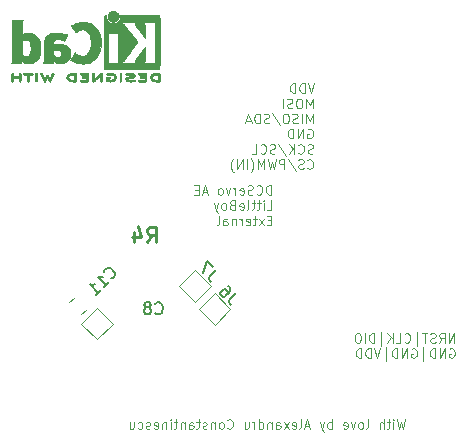
<source format=gbr>
%TF.GenerationSoftware,KiCad,Pcbnew,8.0.4*%
%TF.CreationDate,2024-12-20T14:54:41+02:00*%
%TF.ProjectId,Little Boy - External,4c697474-6c65-4204-926f-79202d204578,rev?*%
%TF.SameCoordinates,Original*%
%TF.FileFunction,Legend,Bot*%
%TF.FilePolarity,Positive*%
%FSLAX46Y46*%
G04 Gerber Fmt 4.6, Leading zero omitted, Abs format (unit mm)*
G04 Created by KiCad (PCBNEW 8.0.4) date 2024-12-20 14:54:41*
%MOMM*%
%LPD*%
G01*
G04 APERTURE LIST*
%ADD10C,0.100000*%
%ADD11C,0.150000*%
%ADD12C,0.254000*%
%ADD13C,0.120000*%
%ADD14C,0.010000*%
G04 APERTURE END LIST*
D10*
X145993734Y-62320985D02*
X145993734Y-61520985D01*
X145993734Y-61520985D02*
X145803258Y-61520985D01*
X145803258Y-61520985D02*
X145688972Y-61559080D01*
X145688972Y-61559080D02*
X145612782Y-61635270D01*
X145612782Y-61635270D02*
X145574687Y-61711461D01*
X145574687Y-61711461D02*
X145536591Y-61863842D01*
X145536591Y-61863842D02*
X145536591Y-61978128D01*
X145536591Y-61978128D02*
X145574687Y-62130509D01*
X145574687Y-62130509D02*
X145612782Y-62206699D01*
X145612782Y-62206699D02*
X145688972Y-62282890D01*
X145688972Y-62282890D02*
X145803258Y-62320985D01*
X145803258Y-62320985D02*
X145993734Y-62320985D01*
X144736591Y-62244794D02*
X144774687Y-62282890D01*
X144774687Y-62282890D02*
X144888972Y-62320985D01*
X144888972Y-62320985D02*
X144965163Y-62320985D01*
X144965163Y-62320985D02*
X145079449Y-62282890D01*
X145079449Y-62282890D02*
X145155639Y-62206699D01*
X145155639Y-62206699D02*
X145193734Y-62130509D01*
X145193734Y-62130509D02*
X145231830Y-61978128D01*
X145231830Y-61978128D02*
X145231830Y-61863842D01*
X145231830Y-61863842D02*
X145193734Y-61711461D01*
X145193734Y-61711461D02*
X145155639Y-61635270D01*
X145155639Y-61635270D02*
X145079449Y-61559080D01*
X145079449Y-61559080D02*
X144965163Y-61520985D01*
X144965163Y-61520985D02*
X144888972Y-61520985D01*
X144888972Y-61520985D02*
X144774687Y-61559080D01*
X144774687Y-61559080D02*
X144736591Y-61597175D01*
X144431830Y-62282890D02*
X144317544Y-62320985D01*
X144317544Y-62320985D02*
X144127068Y-62320985D01*
X144127068Y-62320985D02*
X144050877Y-62282890D01*
X144050877Y-62282890D02*
X144012782Y-62244794D01*
X144012782Y-62244794D02*
X143974687Y-62168604D01*
X143974687Y-62168604D02*
X143974687Y-62092413D01*
X143974687Y-62092413D02*
X144012782Y-62016223D01*
X144012782Y-62016223D02*
X144050877Y-61978128D01*
X144050877Y-61978128D02*
X144127068Y-61940032D01*
X144127068Y-61940032D02*
X144279449Y-61901937D01*
X144279449Y-61901937D02*
X144355639Y-61863842D01*
X144355639Y-61863842D02*
X144393734Y-61825747D01*
X144393734Y-61825747D02*
X144431830Y-61749556D01*
X144431830Y-61749556D02*
X144431830Y-61673366D01*
X144431830Y-61673366D02*
X144393734Y-61597175D01*
X144393734Y-61597175D02*
X144355639Y-61559080D01*
X144355639Y-61559080D02*
X144279449Y-61520985D01*
X144279449Y-61520985D02*
X144088972Y-61520985D01*
X144088972Y-61520985D02*
X143974687Y-61559080D01*
X143327067Y-62282890D02*
X143403258Y-62320985D01*
X143403258Y-62320985D02*
X143555639Y-62320985D01*
X143555639Y-62320985D02*
X143631829Y-62282890D01*
X143631829Y-62282890D02*
X143669925Y-62206699D01*
X143669925Y-62206699D02*
X143669925Y-61901937D01*
X143669925Y-61901937D02*
X143631829Y-61825747D01*
X143631829Y-61825747D02*
X143555639Y-61787651D01*
X143555639Y-61787651D02*
X143403258Y-61787651D01*
X143403258Y-61787651D02*
X143327067Y-61825747D01*
X143327067Y-61825747D02*
X143288972Y-61901937D01*
X143288972Y-61901937D02*
X143288972Y-61978128D01*
X143288972Y-61978128D02*
X143669925Y-62054318D01*
X142946115Y-62320985D02*
X142946115Y-61787651D01*
X142946115Y-61940032D02*
X142908020Y-61863842D01*
X142908020Y-61863842D02*
X142869925Y-61825747D01*
X142869925Y-61825747D02*
X142793734Y-61787651D01*
X142793734Y-61787651D02*
X142717544Y-61787651D01*
X142527068Y-61787651D02*
X142336592Y-62320985D01*
X142336592Y-62320985D02*
X142146115Y-61787651D01*
X141727068Y-62320985D02*
X141803258Y-62282890D01*
X141803258Y-62282890D02*
X141841353Y-62244794D01*
X141841353Y-62244794D02*
X141879449Y-62168604D01*
X141879449Y-62168604D02*
X141879449Y-61940032D01*
X141879449Y-61940032D02*
X141841353Y-61863842D01*
X141841353Y-61863842D02*
X141803258Y-61825747D01*
X141803258Y-61825747D02*
X141727068Y-61787651D01*
X141727068Y-61787651D02*
X141612782Y-61787651D01*
X141612782Y-61787651D02*
X141536591Y-61825747D01*
X141536591Y-61825747D02*
X141498496Y-61863842D01*
X141498496Y-61863842D02*
X141460401Y-61940032D01*
X141460401Y-61940032D02*
X141460401Y-62168604D01*
X141460401Y-62168604D02*
X141498496Y-62244794D01*
X141498496Y-62244794D02*
X141536591Y-62282890D01*
X141536591Y-62282890D02*
X141612782Y-62320985D01*
X141612782Y-62320985D02*
X141727068Y-62320985D01*
X140546115Y-62092413D02*
X140165162Y-62092413D01*
X140622305Y-62320985D02*
X140355638Y-61520985D01*
X140355638Y-61520985D02*
X140088972Y-62320985D01*
X139822305Y-61901937D02*
X139555639Y-61901937D01*
X139441353Y-62320985D02*
X139822305Y-62320985D01*
X139822305Y-62320985D02*
X139822305Y-61520985D01*
X139822305Y-61520985D02*
X139441353Y-61520985D01*
X145612782Y-63608940D02*
X145993734Y-63608940D01*
X145993734Y-63608940D02*
X145993734Y-62808940D01*
X145346115Y-63608940D02*
X145346115Y-63075606D01*
X145346115Y-62808940D02*
X145384211Y-62847035D01*
X145384211Y-62847035D02*
X145346115Y-62885130D01*
X145346115Y-62885130D02*
X145308020Y-62847035D01*
X145308020Y-62847035D02*
X145346115Y-62808940D01*
X145346115Y-62808940D02*
X145346115Y-62885130D01*
X145079449Y-63075606D02*
X144774687Y-63075606D01*
X144965163Y-62808940D02*
X144965163Y-63494654D01*
X144965163Y-63494654D02*
X144927068Y-63570845D01*
X144927068Y-63570845D02*
X144850878Y-63608940D01*
X144850878Y-63608940D02*
X144774687Y-63608940D01*
X144622306Y-63075606D02*
X144317544Y-63075606D01*
X144508020Y-62808940D02*
X144508020Y-63494654D01*
X144508020Y-63494654D02*
X144469925Y-63570845D01*
X144469925Y-63570845D02*
X144393735Y-63608940D01*
X144393735Y-63608940D02*
X144317544Y-63608940D01*
X143936592Y-63608940D02*
X144012782Y-63570845D01*
X144012782Y-63570845D02*
X144050877Y-63494654D01*
X144050877Y-63494654D02*
X144050877Y-62808940D01*
X143327067Y-63570845D02*
X143403258Y-63608940D01*
X143403258Y-63608940D02*
X143555639Y-63608940D01*
X143555639Y-63608940D02*
X143631829Y-63570845D01*
X143631829Y-63570845D02*
X143669925Y-63494654D01*
X143669925Y-63494654D02*
X143669925Y-63189892D01*
X143669925Y-63189892D02*
X143631829Y-63113702D01*
X143631829Y-63113702D02*
X143555639Y-63075606D01*
X143555639Y-63075606D02*
X143403258Y-63075606D01*
X143403258Y-63075606D02*
X143327067Y-63113702D01*
X143327067Y-63113702D02*
X143288972Y-63189892D01*
X143288972Y-63189892D02*
X143288972Y-63266083D01*
X143288972Y-63266083D02*
X143669925Y-63342273D01*
X142679449Y-63189892D02*
X142565163Y-63227987D01*
X142565163Y-63227987D02*
X142527068Y-63266083D01*
X142527068Y-63266083D02*
X142488972Y-63342273D01*
X142488972Y-63342273D02*
X142488972Y-63456559D01*
X142488972Y-63456559D02*
X142527068Y-63532749D01*
X142527068Y-63532749D02*
X142565163Y-63570845D01*
X142565163Y-63570845D02*
X142641353Y-63608940D01*
X142641353Y-63608940D02*
X142946115Y-63608940D01*
X142946115Y-63608940D02*
X142946115Y-62808940D01*
X142946115Y-62808940D02*
X142679449Y-62808940D01*
X142679449Y-62808940D02*
X142603258Y-62847035D01*
X142603258Y-62847035D02*
X142565163Y-62885130D01*
X142565163Y-62885130D02*
X142527068Y-62961321D01*
X142527068Y-62961321D02*
X142527068Y-63037511D01*
X142527068Y-63037511D02*
X142565163Y-63113702D01*
X142565163Y-63113702D02*
X142603258Y-63151797D01*
X142603258Y-63151797D02*
X142679449Y-63189892D01*
X142679449Y-63189892D02*
X142946115Y-63189892D01*
X142031830Y-63608940D02*
X142108020Y-63570845D01*
X142108020Y-63570845D02*
X142146115Y-63532749D01*
X142146115Y-63532749D02*
X142184211Y-63456559D01*
X142184211Y-63456559D02*
X142184211Y-63227987D01*
X142184211Y-63227987D02*
X142146115Y-63151797D01*
X142146115Y-63151797D02*
X142108020Y-63113702D01*
X142108020Y-63113702D02*
X142031830Y-63075606D01*
X142031830Y-63075606D02*
X141917544Y-63075606D01*
X141917544Y-63075606D02*
X141841353Y-63113702D01*
X141841353Y-63113702D02*
X141803258Y-63151797D01*
X141803258Y-63151797D02*
X141765163Y-63227987D01*
X141765163Y-63227987D02*
X141765163Y-63456559D01*
X141765163Y-63456559D02*
X141803258Y-63532749D01*
X141803258Y-63532749D02*
X141841353Y-63570845D01*
X141841353Y-63570845D02*
X141917544Y-63608940D01*
X141917544Y-63608940D02*
X142031830Y-63608940D01*
X141498496Y-63075606D02*
X141308020Y-63608940D01*
X141117543Y-63075606D02*
X141308020Y-63608940D01*
X141308020Y-63608940D02*
X141384210Y-63799416D01*
X141384210Y-63799416D02*
X141422305Y-63837511D01*
X141422305Y-63837511D02*
X141498496Y-63875606D01*
X145993734Y-64477847D02*
X145727068Y-64477847D01*
X145612782Y-64896895D02*
X145993734Y-64896895D01*
X145993734Y-64896895D02*
X145993734Y-64096895D01*
X145993734Y-64096895D02*
X145612782Y-64096895D01*
X145346115Y-64896895D02*
X144927067Y-64363561D01*
X145346115Y-64363561D02*
X144927067Y-64896895D01*
X144736591Y-64363561D02*
X144431829Y-64363561D01*
X144622305Y-64096895D02*
X144622305Y-64782609D01*
X144622305Y-64782609D02*
X144584210Y-64858800D01*
X144584210Y-64858800D02*
X144508020Y-64896895D01*
X144508020Y-64896895D02*
X144431829Y-64896895D01*
X143860400Y-64858800D02*
X143936591Y-64896895D01*
X143936591Y-64896895D02*
X144088972Y-64896895D01*
X144088972Y-64896895D02*
X144165162Y-64858800D01*
X144165162Y-64858800D02*
X144203258Y-64782609D01*
X144203258Y-64782609D02*
X144203258Y-64477847D01*
X144203258Y-64477847D02*
X144165162Y-64401657D01*
X144165162Y-64401657D02*
X144088972Y-64363561D01*
X144088972Y-64363561D02*
X143936591Y-64363561D01*
X143936591Y-64363561D02*
X143860400Y-64401657D01*
X143860400Y-64401657D02*
X143822305Y-64477847D01*
X143822305Y-64477847D02*
X143822305Y-64554038D01*
X143822305Y-64554038D02*
X144203258Y-64630228D01*
X143479448Y-64896895D02*
X143479448Y-64363561D01*
X143479448Y-64515942D02*
X143441353Y-64439752D01*
X143441353Y-64439752D02*
X143403258Y-64401657D01*
X143403258Y-64401657D02*
X143327067Y-64363561D01*
X143327067Y-64363561D02*
X143250877Y-64363561D01*
X142984210Y-64363561D02*
X142984210Y-64896895D01*
X142984210Y-64439752D02*
X142946115Y-64401657D01*
X142946115Y-64401657D02*
X142869925Y-64363561D01*
X142869925Y-64363561D02*
X142755639Y-64363561D01*
X142755639Y-64363561D02*
X142679448Y-64401657D01*
X142679448Y-64401657D02*
X142641353Y-64477847D01*
X142641353Y-64477847D02*
X142641353Y-64896895D01*
X141917543Y-64896895D02*
X141917543Y-64477847D01*
X141917543Y-64477847D02*
X141955638Y-64401657D01*
X141955638Y-64401657D02*
X142031829Y-64363561D01*
X142031829Y-64363561D02*
X142184210Y-64363561D01*
X142184210Y-64363561D02*
X142260400Y-64401657D01*
X141917543Y-64858800D02*
X141993734Y-64896895D01*
X141993734Y-64896895D02*
X142184210Y-64896895D01*
X142184210Y-64896895D02*
X142260400Y-64858800D01*
X142260400Y-64858800D02*
X142298496Y-64782609D01*
X142298496Y-64782609D02*
X142298496Y-64706419D01*
X142298496Y-64706419D02*
X142260400Y-64630228D01*
X142260400Y-64630228D02*
X142184210Y-64592133D01*
X142184210Y-64592133D02*
X141993734Y-64592133D01*
X141993734Y-64592133D02*
X141917543Y-64554038D01*
X141422305Y-64896895D02*
X141498495Y-64858800D01*
X141498495Y-64858800D02*
X141536590Y-64782609D01*
X141536590Y-64782609D02*
X141536590Y-64096895D01*
X161493734Y-74858940D02*
X161493734Y-74058940D01*
X161493734Y-74058940D02*
X161036591Y-74858940D01*
X161036591Y-74858940D02*
X161036591Y-74058940D01*
X160198496Y-74858940D02*
X160465163Y-74477987D01*
X160655639Y-74858940D02*
X160655639Y-74058940D01*
X160655639Y-74058940D02*
X160350877Y-74058940D01*
X160350877Y-74058940D02*
X160274687Y-74097035D01*
X160274687Y-74097035D02*
X160236592Y-74135130D01*
X160236592Y-74135130D02*
X160198496Y-74211321D01*
X160198496Y-74211321D02*
X160198496Y-74325606D01*
X160198496Y-74325606D02*
X160236592Y-74401797D01*
X160236592Y-74401797D02*
X160274687Y-74439892D01*
X160274687Y-74439892D02*
X160350877Y-74477987D01*
X160350877Y-74477987D02*
X160655639Y-74477987D01*
X159893735Y-74820845D02*
X159779449Y-74858940D01*
X159779449Y-74858940D02*
X159588973Y-74858940D01*
X159588973Y-74858940D02*
X159512782Y-74820845D01*
X159512782Y-74820845D02*
X159474687Y-74782749D01*
X159474687Y-74782749D02*
X159436592Y-74706559D01*
X159436592Y-74706559D02*
X159436592Y-74630368D01*
X159436592Y-74630368D02*
X159474687Y-74554178D01*
X159474687Y-74554178D02*
X159512782Y-74516083D01*
X159512782Y-74516083D02*
X159588973Y-74477987D01*
X159588973Y-74477987D02*
X159741354Y-74439892D01*
X159741354Y-74439892D02*
X159817544Y-74401797D01*
X159817544Y-74401797D02*
X159855639Y-74363702D01*
X159855639Y-74363702D02*
X159893735Y-74287511D01*
X159893735Y-74287511D02*
X159893735Y-74211321D01*
X159893735Y-74211321D02*
X159855639Y-74135130D01*
X159855639Y-74135130D02*
X159817544Y-74097035D01*
X159817544Y-74097035D02*
X159741354Y-74058940D01*
X159741354Y-74058940D02*
X159550877Y-74058940D01*
X159550877Y-74058940D02*
X159436592Y-74097035D01*
X159208020Y-74058940D02*
X158750877Y-74058940D01*
X158979449Y-74858940D02*
X158979449Y-74058940D01*
X158293734Y-75125606D02*
X158293734Y-73982749D01*
X157265162Y-74782749D02*
X157303258Y-74820845D01*
X157303258Y-74820845D02*
X157417543Y-74858940D01*
X157417543Y-74858940D02*
X157493734Y-74858940D01*
X157493734Y-74858940D02*
X157608020Y-74820845D01*
X157608020Y-74820845D02*
X157684210Y-74744654D01*
X157684210Y-74744654D02*
X157722305Y-74668464D01*
X157722305Y-74668464D02*
X157760401Y-74516083D01*
X157760401Y-74516083D02*
X157760401Y-74401797D01*
X157760401Y-74401797D02*
X157722305Y-74249416D01*
X157722305Y-74249416D02*
X157684210Y-74173225D01*
X157684210Y-74173225D02*
X157608020Y-74097035D01*
X157608020Y-74097035D02*
X157493734Y-74058940D01*
X157493734Y-74058940D02*
X157417543Y-74058940D01*
X157417543Y-74058940D02*
X157303258Y-74097035D01*
X157303258Y-74097035D02*
X157265162Y-74135130D01*
X156541353Y-74858940D02*
X156922305Y-74858940D01*
X156922305Y-74858940D02*
X156922305Y-74058940D01*
X156274686Y-74858940D02*
X156274686Y-74058940D01*
X155817543Y-74858940D02*
X156160401Y-74401797D01*
X155817543Y-74058940D02*
X156274686Y-74516083D01*
X155284210Y-75125606D02*
X155284210Y-73982749D01*
X154712781Y-74858940D02*
X154712781Y-74058940D01*
X154712781Y-74058940D02*
X154522305Y-74058940D01*
X154522305Y-74058940D02*
X154408019Y-74097035D01*
X154408019Y-74097035D02*
X154331829Y-74173225D01*
X154331829Y-74173225D02*
X154293734Y-74249416D01*
X154293734Y-74249416D02*
X154255638Y-74401797D01*
X154255638Y-74401797D02*
X154255638Y-74516083D01*
X154255638Y-74516083D02*
X154293734Y-74668464D01*
X154293734Y-74668464D02*
X154331829Y-74744654D01*
X154331829Y-74744654D02*
X154408019Y-74820845D01*
X154408019Y-74820845D02*
X154522305Y-74858940D01*
X154522305Y-74858940D02*
X154712781Y-74858940D01*
X153912781Y-74858940D02*
X153912781Y-74058940D01*
X153379448Y-74058940D02*
X153227067Y-74058940D01*
X153227067Y-74058940D02*
X153150877Y-74097035D01*
X153150877Y-74097035D02*
X153074686Y-74173225D01*
X153074686Y-74173225D02*
X153036591Y-74325606D01*
X153036591Y-74325606D02*
X153036591Y-74592273D01*
X153036591Y-74592273D02*
X153074686Y-74744654D01*
X153074686Y-74744654D02*
X153150877Y-74820845D01*
X153150877Y-74820845D02*
X153227067Y-74858940D01*
X153227067Y-74858940D02*
X153379448Y-74858940D01*
X153379448Y-74858940D02*
X153455639Y-74820845D01*
X153455639Y-74820845D02*
X153531829Y-74744654D01*
X153531829Y-74744654D02*
X153569925Y-74592273D01*
X153569925Y-74592273D02*
X153569925Y-74325606D01*
X153569925Y-74325606D02*
X153531829Y-74173225D01*
X153531829Y-74173225D02*
X153455639Y-74097035D01*
X153455639Y-74097035D02*
X153379448Y-74058940D01*
X161074687Y-75384990D02*
X161150877Y-75346895D01*
X161150877Y-75346895D02*
X161265163Y-75346895D01*
X161265163Y-75346895D02*
X161379449Y-75384990D01*
X161379449Y-75384990D02*
X161455639Y-75461180D01*
X161455639Y-75461180D02*
X161493734Y-75537371D01*
X161493734Y-75537371D02*
X161531830Y-75689752D01*
X161531830Y-75689752D02*
X161531830Y-75804038D01*
X161531830Y-75804038D02*
X161493734Y-75956419D01*
X161493734Y-75956419D02*
X161455639Y-76032609D01*
X161455639Y-76032609D02*
X161379449Y-76108800D01*
X161379449Y-76108800D02*
X161265163Y-76146895D01*
X161265163Y-76146895D02*
X161188972Y-76146895D01*
X161188972Y-76146895D02*
X161074687Y-76108800D01*
X161074687Y-76108800D02*
X161036591Y-76070704D01*
X161036591Y-76070704D02*
X161036591Y-75804038D01*
X161036591Y-75804038D02*
X161188972Y-75804038D01*
X160693734Y-76146895D02*
X160693734Y-75346895D01*
X160693734Y-75346895D02*
X160236591Y-76146895D01*
X160236591Y-76146895D02*
X160236591Y-75346895D01*
X159855639Y-76146895D02*
X159855639Y-75346895D01*
X159855639Y-75346895D02*
X159665163Y-75346895D01*
X159665163Y-75346895D02*
X159550877Y-75384990D01*
X159550877Y-75384990D02*
X159474687Y-75461180D01*
X159474687Y-75461180D02*
X159436592Y-75537371D01*
X159436592Y-75537371D02*
X159398496Y-75689752D01*
X159398496Y-75689752D02*
X159398496Y-75804038D01*
X159398496Y-75804038D02*
X159436592Y-75956419D01*
X159436592Y-75956419D02*
X159474687Y-76032609D01*
X159474687Y-76032609D02*
X159550877Y-76108800D01*
X159550877Y-76108800D02*
X159665163Y-76146895D01*
X159665163Y-76146895D02*
X159855639Y-76146895D01*
X158865163Y-76413561D02*
X158865163Y-75270704D01*
X157874687Y-75384990D02*
X157950877Y-75346895D01*
X157950877Y-75346895D02*
X158065163Y-75346895D01*
X158065163Y-75346895D02*
X158179449Y-75384990D01*
X158179449Y-75384990D02*
X158255639Y-75461180D01*
X158255639Y-75461180D02*
X158293734Y-75537371D01*
X158293734Y-75537371D02*
X158331830Y-75689752D01*
X158331830Y-75689752D02*
X158331830Y-75804038D01*
X158331830Y-75804038D02*
X158293734Y-75956419D01*
X158293734Y-75956419D02*
X158255639Y-76032609D01*
X158255639Y-76032609D02*
X158179449Y-76108800D01*
X158179449Y-76108800D02*
X158065163Y-76146895D01*
X158065163Y-76146895D02*
X157988972Y-76146895D01*
X157988972Y-76146895D02*
X157874687Y-76108800D01*
X157874687Y-76108800D02*
X157836591Y-76070704D01*
X157836591Y-76070704D02*
X157836591Y-75804038D01*
X157836591Y-75804038D02*
X157988972Y-75804038D01*
X157493734Y-76146895D02*
X157493734Y-75346895D01*
X157493734Y-75346895D02*
X157036591Y-76146895D01*
X157036591Y-76146895D02*
X157036591Y-75346895D01*
X156655639Y-76146895D02*
X156655639Y-75346895D01*
X156655639Y-75346895D02*
X156465163Y-75346895D01*
X156465163Y-75346895D02*
X156350877Y-75384990D01*
X156350877Y-75384990D02*
X156274687Y-75461180D01*
X156274687Y-75461180D02*
X156236592Y-75537371D01*
X156236592Y-75537371D02*
X156198496Y-75689752D01*
X156198496Y-75689752D02*
X156198496Y-75804038D01*
X156198496Y-75804038D02*
X156236592Y-75956419D01*
X156236592Y-75956419D02*
X156274687Y-76032609D01*
X156274687Y-76032609D02*
X156350877Y-76108800D01*
X156350877Y-76108800D02*
X156465163Y-76146895D01*
X156465163Y-76146895D02*
X156655639Y-76146895D01*
X155665163Y-76413561D02*
X155665163Y-75270704D01*
X155208020Y-75346895D02*
X154941353Y-76146895D01*
X154941353Y-76146895D02*
X154674687Y-75346895D01*
X154408020Y-76146895D02*
X154408020Y-75346895D01*
X154408020Y-75346895D02*
X154217544Y-75346895D01*
X154217544Y-75346895D02*
X154103258Y-75384990D01*
X154103258Y-75384990D02*
X154027068Y-75461180D01*
X154027068Y-75461180D02*
X153988973Y-75537371D01*
X153988973Y-75537371D02*
X153950877Y-75689752D01*
X153950877Y-75689752D02*
X153950877Y-75804038D01*
X153950877Y-75804038D02*
X153988973Y-75956419D01*
X153988973Y-75956419D02*
X154027068Y-76032609D01*
X154027068Y-76032609D02*
X154103258Y-76108800D01*
X154103258Y-76108800D02*
X154217544Y-76146895D01*
X154217544Y-76146895D02*
X154408020Y-76146895D01*
X153608020Y-76146895D02*
X153608020Y-75346895D01*
X153608020Y-75346895D02*
X153417544Y-75346895D01*
X153417544Y-75346895D02*
X153303258Y-75384990D01*
X153303258Y-75384990D02*
X153227068Y-75461180D01*
X153227068Y-75461180D02*
X153188973Y-75537371D01*
X153188973Y-75537371D02*
X153150877Y-75689752D01*
X153150877Y-75689752D02*
X153150877Y-75804038D01*
X153150877Y-75804038D02*
X153188973Y-75956419D01*
X153188973Y-75956419D02*
X153227068Y-76032609D01*
X153227068Y-76032609D02*
X153303258Y-76108800D01*
X153303258Y-76108800D02*
X153417544Y-76146895D01*
X153417544Y-76146895D02*
X153608020Y-76146895D01*
X157319925Y-81346895D02*
X157129449Y-82146895D01*
X157129449Y-82146895D02*
X156977068Y-81575466D01*
X156977068Y-81575466D02*
X156824687Y-82146895D01*
X156824687Y-82146895D02*
X156634211Y-81346895D01*
X156329448Y-82146895D02*
X156329448Y-81613561D01*
X156329448Y-81346895D02*
X156367544Y-81384990D01*
X156367544Y-81384990D02*
X156329448Y-81423085D01*
X156329448Y-81423085D02*
X156291353Y-81384990D01*
X156291353Y-81384990D02*
X156329448Y-81346895D01*
X156329448Y-81346895D02*
X156329448Y-81423085D01*
X156062782Y-81613561D02*
X155758020Y-81613561D01*
X155948496Y-81346895D02*
X155948496Y-82032609D01*
X155948496Y-82032609D02*
X155910401Y-82108800D01*
X155910401Y-82108800D02*
X155834211Y-82146895D01*
X155834211Y-82146895D02*
X155758020Y-82146895D01*
X155491353Y-82146895D02*
X155491353Y-81346895D01*
X155148496Y-82146895D02*
X155148496Y-81727847D01*
X155148496Y-81727847D02*
X155186591Y-81651657D01*
X155186591Y-81651657D02*
X155262782Y-81613561D01*
X155262782Y-81613561D02*
X155377068Y-81613561D01*
X155377068Y-81613561D02*
X155453258Y-81651657D01*
X155453258Y-81651657D02*
X155491353Y-81689752D01*
X154043734Y-82146895D02*
X154119924Y-82108800D01*
X154119924Y-82108800D02*
X154158019Y-82032609D01*
X154158019Y-82032609D02*
X154158019Y-81346895D01*
X153624686Y-82146895D02*
X153700876Y-82108800D01*
X153700876Y-82108800D02*
X153738971Y-82070704D01*
X153738971Y-82070704D02*
X153777067Y-81994514D01*
X153777067Y-81994514D02*
X153777067Y-81765942D01*
X153777067Y-81765942D02*
X153738971Y-81689752D01*
X153738971Y-81689752D02*
X153700876Y-81651657D01*
X153700876Y-81651657D02*
X153624686Y-81613561D01*
X153624686Y-81613561D02*
X153510400Y-81613561D01*
X153510400Y-81613561D02*
X153434209Y-81651657D01*
X153434209Y-81651657D02*
X153396114Y-81689752D01*
X153396114Y-81689752D02*
X153358019Y-81765942D01*
X153358019Y-81765942D02*
X153358019Y-81994514D01*
X153358019Y-81994514D02*
X153396114Y-82070704D01*
X153396114Y-82070704D02*
X153434209Y-82108800D01*
X153434209Y-82108800D02*
X153510400Y-82146895D01*
X153510400Y-82146895D02*
X153624686Y-82146895D01*
X153091352Y-81613561D02*
X152900876Y-82146895D01*
X152900876Y-82146895D02*
X152710399Y-81613561D01*
X152100875Y-82108800D02*
X152177066Y-82146895D01*
X152177066Y-82146895D02*
X152329447Y-82146895D01*
X152329447Y-82146895D02*
X152405637Y-82108800D01*
X152405637Y-82108800D02*
X152443733Y-82032609D01*
X152443733Y-82032609D02*
X152443733Y-81727847D01*
X152443733Y-81727847D02*
X152405637Y-81651657D01*
X152405637Y-81651657D02*
X152329447Y-81613561D01*
X152329447Y-81613561D02*
X152177066Y-81613561D01*
X152177066Y-81613561D02*
X152100875Y-81651657D01*
X152100875Y-81651657D02*
X152062780Y-81727847D01*
X152062780Y-81727847D02*
X152062780Y-81804038D01*
X152062780Y-81804038D02*
X152443733Y-81880228D01*
X151110399Y-82146895D02*
X151110399Y-81346895D01*
X151110399Y-81651657D02*
X151034209Y-81613561D01*
X151034209Y-81613561D02*
X150881828Y-81613561D01*
X150881828Y-81613561D02*
X150805637Y-81651657D01*
X150805637Y-81651657D02*
X150767542Y-81689752D01*
X150767542Y-81689752D02*
X150729447Y-81765942D01*
X150729447Y-81765942D02*
X150729447Y-81994514D01*
X150729447Y-81994514D02*
X150767542Y-82070704D01*
X150767542Y-82070704D02*
X150805637Y-82108800D01*
X150805637Y-82108800D02*
X150881828Y-82146895D01*
X150881828Y-82146895D02*
X151034209Y-82146895D01*
X151034209Y-82146895D02*
X151110399Y-82108800D01*
X150462780Y-81613561D02*
X150272304Y-82146895D01*
X150081827Y-81613561D02*
X150272304Y-82146895D01*
X150272304Y-82146895D02*
X150348494Y-82337371D01*
X150348494Y-82337371D02*
X150386589Y-82375466D01*
X150386589Y-82375466D02*
X150462780Y-82413561D01*
X149205637Y-81918323D02*
X148824684Y-81918323D01*
X149281827Y-82146895D02*
X149015160Y-81346895D01*
X149015160Y-81346895D02*
X148748494Y-82146895D01*
X148367542Y-82146895D02*
X148443732Y-82108800D01*
X148443732Y-82108800D02*
X148481827Y-82032609D01*
X148481827Y-82032609D02*
X148481827Y-81346895D01*
X147758017Y-82108800D02*
X147834208Y-82146895D01*
X147834208Y-82146895D02*
X147986589Y-82146895D01*
X147986589Y-82146895D02*
X148062779Y-82108800D01*
X148062779Y-82108800D02*
X148100875Y-82032609D01*
X148100875Y-82032609D02*
X148100875Y-81727847D01*
X148100875Y-81727847D02*
X148062779Y-81651657D01*
X148062779Y-81651657D02*
X147986589Y-81613561D01*
X147986589Y-81613561D02*
X147834208Y-81613561D01*
X147834208Y-81613561D02*
X147758017Y-81651657D01*
X147758017Y-81651657D02*
X147719922Y-81727847D01*
X147719922Y-81727847D02*
X147719922Y-81804038D01*
X147719922Y-81804038D02*
X148100875Y-81880228D01*
X147453256Y-82146895D02*
X147034208Y-81613561D01*
X147453256Y-81613561D02*
X147034208Y-82146895D01*
X146386589Y-82146895D02*
X146386589Y-81727847D01*
X146386589Y-81727847D02*
X146424684Y-81651657D01*
X146424684Y-81651657D02*
X146500875Y-81613561D01*
X146500875Y-81613561D02*
X146653256Y-81613561D01*
X146653256Y-81613561D02*
X146729446Y-81651657D01*
X146386589Y-82108800D02*
X146462780Y-82146895D01*
X146462780Y-82146895D02*
X146653256Y-82146895D01*
X146653256Y-82146895D02*
X146729446Y-82108800D01*
X146729446Y-82108800D02*
X146767542Y-82032609D01*
X146767542Y-82032609D02*
X146767542Y-81956419D01*
X146767542Y-81956419D02*
X146729446Y-81880228D01*
X146729446Y-81880228D02*
X146653256Y-81842133D01*
X146653256Y-81842133D02*
X146462780Y-81842133D01*
X146462780Y-81842133D02*
X146386589Y-81804038D01*
X146005636Y-81613561D02*
X146005636Y-82146895D01*
X146005636Y-81689752D02*
X145967541Y-81651657D01*
X145967541Y-81651657D02*
X145891351Y-81613561D01*
X145891351Y-81613561D02*
X145777065Y-81613561D01*
X145777065Y-81613561D02*
X145700874Y-81651657D01*
X145700874Y-81651657D02*
X145662779Y-81727847D01*
X145662779Y-81727847D02*
X145662779Y-82146895D01*
X144938969Y-82146895D02*
X144938969Y-81346895D01*
X144938969Y-82108800D02*
X145015160Y-82146895D01*
X145015160Y-82146895D02*
X145167541Y-82146895D01*
X145167541Y-82146895D02*
X145243731Y-82108800D01*
X145243731Y-82108800D02*
X145281826Y-82070704D01*
X145281826Y-82070704D02*
X145319922Y-81994514D01*
X145319922Y-81994514D02*
X145319922Y-81765942D01*
X145319922Y-81765942D02*
X145281826Y-81689752D01*
X145281826Y-81689752D02*
X145243731Y-81651657D01*
X145243731Y-81651657D02*
X145167541Y-81613561D01*
X145167541Y-81613561D02*
X145015160Y-81613561D01*
X145015160Y-81613561D02*
X144938969Y-81651657D01*
X144558016Y-82146895D02*
X144558016Y-81613561D01*
X144558016Y-81765942D02*
X144519921Y-81689752D01*
X144519921Y-81689752D02*
X144481826Y-81651657D01*
X144481826Y-81651657D02*
X144405635Y-81613561D01*
X144405635Y-81613561D02*
X144329445Y-81613561D01*
X143719921Y-81613561D02*
X143719921Y-82146895D01*
X144062778Y-81613561D02*
X144062778Y-82032609D01*
X144062778Y-82032609D02*
X144024683Y-82108800D01*
X144024683Y-82108800D02*
X143948493Y-82146895D01*
X143948493Y-82146895D02*
X143834207Y-82146895D01*
X143834207Y-82146895D02*
X143758016Y-82108800D01*
X143758016Y-82108800D02*
X143719921Y-82070704D01*
X142272301Y-82070704D02*
X142310397Y-82108800D01*
X142310397Y-82108800D02*
X142424682Y-82146895D01*
X142424682Y-82146895D02*
X142500873Y-82146895D01*
X142500873Y-82146895D02*
X142615159Y-82108800D01*
X142615159Y-82108800D02*
X142691349Y-82032609D01*
X142691349Y-82032609D02*
X142729444Y-81956419D01*
X142729444Y-81956419D02*
X142767540Y-81804038D01*
X142767540Y-81804038D02*
X142767540Y-81689752D01*
X142767540Y-81689752D02*
X142729444Y-81537371D01*
X142729444Y-81537371D02*
X142691349Y-81461180D01*
X142691349Y-81461180D02*
X142615159Y-81384990D01*
X142615159Y-81384990D02*
X142500873Y-81346895D01*
X142500873Y-81346895D02*
X142424682Y-81346895D01*
X142424682Y-81346895D02*
X142310397Y-81384990D01*
X142310397Y-81384990D02*
X142272301Y-81423085D01*
X141815159Y-82146895D02*
X141891349Y-82108800D01*
X141891349Y-82108800D02*
X141929444Y-82070704D01*
X141929444Y-82070704D02*
X141967540Y-81994514D01*
X141967540Y-81994514D02*
X141967540Y-81765942D01*
X141967540Y-81765942D02*
X141929444Y-81689752D01*
X141929444Y-81689752D02*
X141891349Y-81651657D01*
X141891349Y-81651657D02*
X141815159Y-81613561D01*
X141815159Y-81613561D02*
X141700873Y-81613561D01*
X141700873Y-81613561D02*
X141624682Y-81651657D01*
X141624682Y-81651657D02*
X141586587Y-81689752D01*
X141586587Y-81689752D02*
X141548492Y-81765942D01*
X141548492Y-81765942D02*
X141548492Y-81994514D01*
X141548492Y-81994514D02*
X141586587Y-82070704D01*
X141586587Y-82070704D02*
X141624682Y-82108800D01*
X141624682Y-82108800D02*
X141700873Y-82146895D01*
X141700873Y-82146895D02*
X141815159Y-82146895D01*
X141205634Y-81613561D02*
X141205634Y-82146895D01*
X141205634Y-81689752D02*
X141167539Y-81651657D01*
X141167539Y-81651657D02*
X141091349Y-81613561D01*
X141091349Y-81613561D02*
X140977063Y-81613561D01*
X140977063Y-81613561D02*
X140900872Y-81651657D01*
X140900872Y-81651657D02*
X140862777Y-81727847D01*
X140862777Y-81727847D02*
X140862777Y-82146895D01*
X140519920Y-82108800D02*
X140443729Y-82146895D01*
X140443729Y-82146895D02*
X140291348Y-82146895D01*
X140291348Y-82146895D02*
X140215158Y-82108800D01*
X140215158Y-82108800D02*
X140177062Y-82032609D01*
X140177062Y-82032609D02*
X140177062Y-81994514D01*
X140177062Y-81994514D02*
X140215158Y-81918323D01*
X140215158Y-81918323D02*
X140291348Y-81880228D01*
X140291348Y-81880228D02*
X140405634Y-81880228D01*
X140405634Y-81880228D02*
X140481824Y-81842133D01*
X140481824Y-81842133D02*
X140519920Y-81765942D01*
X140519920Y-81765942D02*
X140519920Y-81727847D01*
X140519920Y-81727847D02*
X140481824Y-81651657D01*
X140481824Y-81651657D02*
X140405634Y-81613561D01*
X140405634Y-81613561D02*
X140291348Y-81613561D01*
X140291348Y-81613561D02*
X140215158Y-81651657D01*
X139948491Y-81613561D02*
X139643729Y-81613561D01*
X139834205Y-81346895D02*
X139834205Y-82032609D01*
X139834205Y-82032609D02*
X139796110Y-82108800D01*
X139796110Y-82108800D02*
X139719920Y-82146895D01*
X139719920Y-82146895D02*
X139643729Y-82146895D01*
X139034205Y-82146895D02*
X139034205Y-81727847D01*
X139034205Y-81727847D02*
X139072300Y-81651657D01*
X139072300Y-81651657D02*
X139148491Y-81613561D01*
X139148491Y-81613561D02*
X139300872Y-81613561D01*
X139300872Y-81613561D02*
X139377062Y-81651657D01*
X139034205Y-82108800D02*
X139110396Y-82146895D01*
X139110396Y-82146895D02*
X139300872Y-82146895D01*
X139300872Y-82146895D02*
X139377062Y-82108800D01*
X139377062Y-82108800D02*
X139415158Y-82032609D01*
X139415158Y-82032609D02*
X139415158Y-81956419D01*
X139415158Y-81956419D02*
X139377062Y-81880228D01*
X139377062Y-81880228D02*
X139300872Y-81842133D01*
X139300872Y-81842133D02*
X139110396Y-81842133D01*
X139110396Y-81842133D02*
X139034205Y-81804038D01*
X138653252Y-81613561D02*
X138653252Y-82146895D01*
X138653252Y-81689752D02*
X138615157Y-81651657D01*
X138615157Y-81651657D02*
X138538967Y-81613561D01*
X138538967Y-81613561D02*
X138424681Y-81613561D01*
X138424681Y-81613561D02*
X138348490Y-81651657D01*
X138348490Y-81651657D02*
X138310395Y-81727847D01*
X138310395Y-81727847D02*
X138310395Y-82146895D01*
X138043728Y-81613561D02*
X137738966Y-81613561D01*
X137929442Y-81346895D02*
X137929442Y-82032609D01*
X137929442Y-82032609D02*
X137891347Y-82108800D01*
X137891347Y-82108800D02*
X137815157Y-82146895D01*
X137815157Y-82146895D02*
X137738966Y-82146895D01*
X137472299Y-82146895D02*
X137472299Y-81613561D01*
X137472299Y-81346895D02*
X137510395Y-81384990D01*
X137510395Y-81384990D02*
X137472299Y-81423085D01*
X137472299Y-81423085D02*
X137434204Y-81384990D01*
X137434204Y-81384990D02*
X137472299Y-81346895D01*
X137472299Y-81346895D02*
X137472299Y-81423085D01*
X137091347Y-81613561D02*
X137091347Y-82146895D01*
X137091347Y-81689752D02*
X137053252Y-81651657D01*
X137053252Y-81651657D02*
X136977062Y-81613561D01*
X136977062Y-81613561D02*
X136862776Y-81613561D01*
X136862776Y-81613561D02*
X136786585Y-81651657D01*
X136786585Y-81651657D02*
X136748490Y-81727847D01*
X136748490Y-81727847D02*
X136748490Y-82146895D01*
X136062775Y-82108800D02*
X136138966Y-82146895D01*
X136138966Y-82146895D02*
X136291347Y-82146895D01*
X136291347Y-82146895D02*
X136367537Y-82108800D01*
X136367537Y-82108800D02*
X136405633Y-82032609D01*
X136405633Y-82032609D02*
X136405633Y-81727847D01*
X136405633Y-81727847D02*
X136367537Y-81651657D01*
X136367537Y-81651657D02*
X136291347Y-81613561D01*
X136291347Y-81613561D02*
X136138966Y-81613561D01*
X136138966Y-81613561D02*
X136062775Y-81651657D01*
X136062775Y-81651657D02*
X136024680Y-81727847D01*
X136024680Y-81727847D02*
X136024680Y-81804038D01*
X136024680Y-81804038D02*
X136405633Y-81880228D01*
X135719919Y-82108800D02*
X135643728Y-82146895D01*
X135643728Y-82146895D02*
X135491347Y-82146895D01*
X135491347Y-82146895D02*
X135415157Y-82108800D01*
X135415157Y-82108800D02*
X135377061Y-82032609D01*
X135377061Y-82032609D02*
X135377061Y-81994514D01*
X135377061Y-81994514D02*
X135415157Y-81918323D01*
X135415157Y-81918323D02*
X135491347Y-81880228D01*
X135491347Y-81880228D02*
X135605633Y-81880228D01*
X135605633Y-81880228D02*
X135681823Y-81842133D01*
X135681823Y-81842133D02*
X135719919Y-81765942D01*
X135719919Y-81765942D02*
X135719919Y-81727847D01*
X135719919Y-81727847D02*
X135681823Y-81651657D01*
X135681823Y-81651657D02*
X135605633Y-81613561D01*
X135605633Y-81613561D02*
X135491347Y-81613561D01*
X135491347Y-81613561D02*
X135415157Y-81651657D01*
X134691347Y-82108800D02*
X134767538Y-82146895D01*
X134767538Y-82146895D02*
X134919919Y-82146895D01*
X134919919Y-82146895D02*
X134996109Y-82108800D01*
X134996109Y-82108800D02*
X135034204Y-82070704D01*
X135034204Y-82070704D02*
X135072300Y-81994514D01*
X135072300Y-81994514D02*
X135072300Y-81765942D01*
X135072300Y-81765942D02*
X135034204Y-81689752D01*
X135034204Y-81689752D02*
X134996109Y-81651657D01*
X134996109Y-81651657D02*
X134919919Y-81613561D01*
X134919919Y-81613561D02*
X134767538Y-81613561D01*
X134767538Y-81613561D02*
X134691347Y-81651657D01*
X134005633Y-81613561D02*
X134005633Y-82146895D01*
X134348490Y-81613561D02*
X134348490Y-82032609D01*
X134348490Y-82032609D02*
X134310395Y-82108800D01*
X134310395Y-82108800D02*
X134234205Y-82146895D01*
X134234205Y-82146895D02*
X134119919Y-82146895D01*
X134119919Y-82146895D02*
X134043728Y-82108800D01*
X134043728Y-82108800D02*
X134005633Y-82070704D01*
X149608020Y-52907120D02*
X149341353Y-53707120D01*
X149341353Y-53707120D02*
X149074687Y-52907120D01*
X148808020Y-53707120D02*
X148808020Y-52907120D01*
X148808020Y-52907120D02*
X148617544Y-52907120D01*
X148617544Y-52907120D02*
X148503258Y-52945215D01*
X148503258Y-52945215D02*
X148427068Y-53021405D01*
X148427068Y-53021405D02*
X148388973Y-53097596D01*
X148388973Y-53097596D02*
X148350877Y-53249977D01*
X148350877Y-53249977D02*
X148350877Y-53364263D01*
X148350877Y-53364263D02*
X148388973Y-53516644D01*
X148388973Y-53516644D02*
X148427068Y-53592834D01*
X148427068Y-53592834D02*
X148503258Y-53669025D01*
X148503258Y-53669025D02*
X148617544Y-53707120D01*
X148617544Y-53707120D02*
X148808020Y-53707120D01*
X148008020Y-53707120D02*
X148008020Y-52907120D01*
X148008020Y-52907120D02*
X147817544Y-52907120D01*
X147817544Y-52907120D02*
X147703258Y-52945215D01*
X147703258Y-52945215D02*
X147627068Y-53021405D01*
X147627068Y-53021405D02*
X147588973Y-53097596D01*
X147588973Y-53097596D02*
X147550877Y-53249977D01*
X147550877Y-53249977D02*
X147550877Y-53364263D01*
X147550877Y-53364263D02*
X147588973Y-53516644D01*
X147588973Y-53516644D02*
X147627068Y-53592834D01*
X147627068Y-53592834D02*
X147703258Y-53669025D01*
X147703258Y-53669025D02*
X147817544Y-53707120D01*
X147817544Y-53707120D02*
X148008020Y-53707120D01*
X149493734Y-54995075D02*
X149493734Y-54195075D01*
X149493734Y-54195075D02*
X149227068Y-54766503D01*
X149227068Y-54766503D02*
X148960401Y-54195075D01*
X148960401Y-54195075D02*
X148960401Y-54995075D01*
X148427067Y-54195075D02*
X148274686Y-54195075D01*
X148274686Y-54195075D02*
X148198496Y-54233170D01*
X148198496Y-54233170D02*
X148122305Y-54309360D01*
X148122305Y-54309360D02*
X148084210Y-54461741D01*
X148084210Y-54461741D02*
X148084210Y-54728408D01*
X148084210Y-54728408D02*
X148122305Y-54880789D01*
X148122305Y-54880789D02*
X148198496Y-54956980D01*
X148198496Y-54956980D02*
X148274686Y-54995075D01*
X148274686Y-54995075D02*
X148427067Y-54995075D01*
X148427067Y-54995075D02*
X148503258Y-54956980D01*
X148503258Y-54956980D02*
X148579448Y-54880789D01*
X148579448Y-54880789D02*
X148617544Y-54728408D01*
X148617544Y-54728408D02*
X148617544Y-54461741D01*
X148617544Y-54461741D02*
X148579448Y-54309360D01*
X148579448Y-54309360D02*
X148503258Y-54233170D01*
X148503258Y-54233170D02*
X148427067Y-54195075D01*
X147779449Y-54956980D02*
X147665163Y-54995075D01*
X147665163Y-54995075D02*
X147474687Y-54995075D01*
X147474687Y-54995075D02*
X147398496Y-54956980D01*
X147398496Y-54956980D02*
X147360401Y-54918884D01*
X147360401Y-54918884D02*
X147322306Y-54842694D01*
X147322306Y-54842694D02*
X147322306Y-54766503D01*
X147322306Y-54766503D02*
X147360401Y-54690313D01*
X147360401Y-54690313D02*
X147398496Y-54652218D01*
X147398496Y-54652218D02*
X147474687Y-54614122D01*
X147474687Y-54614122D02*
X147627068Y-54576027D01*
X147627068Y-54576027D02*
X147703258Y-54537932D01*
X147703258Y-54537932D02*
X147741353Y-54499837D01*
X147741353Y-54499837D02*
X147779449Y-54423646D01*
X147779449Y-54423646D02*
X147779449Y-54347456D01*
X147779449Y-54347456D02*
X147741353Y-54271265D01*
X147741353Y-54271265D02*
X147703258Y-54233170D01*
X147703258Y-54233170D02*
X147627068Y-54195075D01*
X147627068Y-54195075D02*
X147436591Y-54195075D01*
X147436591Y-54195075D02*
X147322306Y-54233170D01*
X146979448Y-54995075D02*
X146979448Y-54195075D01*
X149493734Y-56283030D02*
X149493734Y-55483030D01*
X149493734Y-55483030D02*
X149227068Y-56054458D01*
X149227068Y-56054458D02*
X148960401Y-55483030D01*
X148960401Y-55483030D02*
X148960401Y-56283030D01*
X148579448Y-56283030D02*
X148579448Y-55483030D01*
X148236592Y-56244935D02*
X148122306Y-56283030D01*
X148122306Y-56283030D02*
X147931830Y-56283030D01*
X147931830Y-56283030D02*
X147855639Y-56244935D01*
X147855639Y-56244935D02*
X147817544Y-56206839D01*
X147817544Y-56206839D02*
X147779449Y-56130649D01*
X147779449Y-56130649D02*
X147779449Y-56054458D01*
X147779449Y-56054458D02*
X147817544Y-55978268D01*
X147817544Y-55978268D02*
X147855639Y-55940173D01*
X147855639Y-55940173D02*
X147931830Y-55902077D01*
X147931830Y-55902077D02*
X148084211Y-55863982D01*
X148084211Y-55863982D02*
X148160401Y-55825887D01*
X148160401Y-55825887D02*
X148198496Y-55787792D01*
X148198496Y-55787792D02*
X148236592Y-55711601D01*
X148236592Y-55711601D02*
X148236592Y-55635411D01*
X148236592Y-55635411D02*
X148198496Y-55559220D01*
X148198496Y-55559220D02*
X148160401Y-55521125D01*
X148160401Y-55521125D02*
X148084211Y-55483030D01*
X148084211Y-55483030D02*
X147893734Y-55483030D01*
X147893734Y-55483030D02*
X147779449Y-55521125D01*
X147284210Y-55483030D02*
X147131829Y-55483030D01*
X147131829Y-55483030D02*
X147055639Y-55521125D01*
X147055639Y-55521125D02*
X146979448Y-55597315D01*
X146979448Y-55597315D02*
X146941353Y-55749696D01*
X146941353Y-55749696D02*
X146941353Y-56016363D01*
X146941353Y-56016363D02*
X146979448Y-56168744D01*
X146979448Y-56168744D02*
X147055639Y-56244935D01*
X147055639Y-56244935D02*
X147131829Y-56283030D01*
X147131829Y-56283030D02*
X147284210Y-56283030D01*
X147284210Y-56283030D02*
X147360401Y-56244935D01*
X147360401Y-56244935D02*
X147436591Y-56168744D01*
X147436591Y-56168744D02*
X147474687Y-56016363D01*
X147474687Y-56016363D02*
X147474687Y-55749696D01*
X147474687Y-55749696D02*
X147436591Y-55597315D01*
X147436591Y-55597315D02*
X147360401Y-55521125D01*
X147360401Y-55521125D02*
X147284210Y-55483030D01*
X146027068Y-55444935D02*
X146712782Y-56473506D01*
X145798497Y-56244935D02*
X145684211Y-56283030D01*
X145684211Y-56283030D02*
X145493735Y-56283030D01*
X145493735Y-56283030D02*
X145417544Y-56244935D01*
X145417544Y-56244935D02*
X145379449Y-56206839D01*
X145379449Y-56206839D02*
X145341354Y-56130649D01*
X145341354Y-56130649D02*
X145341354Y-56054458D01*
X145341354Y-56054458D02*
X145379449Y-55978268D01*
X145379449Y-55978268D02*
X145417544Y-55940173D01*
X145417544Y-55940173D02*
X145493735Y-55902077D01*
X145493735Y-55902077D02*
X145646116Y-55863982D01*
X145646116Y-55863982D02*
X145722306Y-55825887D01*
X145722306Y-55825887D02*
X145760401Y-55787792D01*
X145760401Y-55787792D02*
X145798497Y-55711601D01*
X145798497Y-55711601D02*
X145798497Y-55635411D01*
X145798497Y-55635411D02*
X145760401Y-55559220D01*
X145760401Y-55559220D02*
X145722306Y-55521125D01*
X145722306Y-55521125D02*
X145646116Y-55483030D01*
X145646116Y-55483030D02*
X145455639Y-55483030D01*
X145455639Y-55483030D02*
X145341354Y-55521125D01*
X144998496Y-56283030D02*
X144998496Y-55483030D01*
X144998496Y-55483030D02*
X144808020Y-55483030D01*
X144808020Y-55483030D02*
X144693734Y-55521125D01*
X144693734Y-55521125D02*
X144617544Y-55597315D01*
X144617544Y-55597315D02*
X144579449Y-55673506D01*
X144579449Y-55673506D02*
X144541353Y-55825887D01*
X144541353Y-55825887D02*
X144541353Y-55940173D01*
X144541353Y-55940173D02*
X144579449Y-56092554D01*
X144579449Y-56092554D02*
X144617544Y-56168744D01*
X144617544Y-56168744D02*
X144693734Y-56244935D01*
X144693734Y-56244935D02*
X144808020Y-56283030D01*
X144808020Y-56283030D02*
X144998496Y-56283030D01*
X144236592Y-56054458D02*
X143855639Y-56054458D01*
X144312782Y-56283030D02*
X144046115Y-55483030D01*
X144046115Y-55483030D02*
X143779449Y-56283030D01*
X149074687Y-56809080D02*
X149150877Y-56770985D01*
X149150877Y-56770985D02*
X149265163Y-56770985D01*
X149265163Y-56770985D02*
X149379449Y-56809080D01*
X149379449Y-56809080D02*
X149455639Y-56885270D01*
X149455639Y-56885270D02*
X149493734Y-56961461D01*
X149493734Y-56961461D02*
X149531830Y-57113842D01*
X149531830Y-57113842D02*
X149531830Y-57228128D01*
X149531830Y-57228128D02*
X149493734Y-57380509D01*
X149493734Y-57380509D02*
X149455639Y-57456699D01*
X149455639Y-57456699D02*
X149379449Y-57532890D01*
X149379449Y-57532890D02*
X149265163Y-57570985D01*
X149265163Y-57570985D02*
X149188972Y-57570985D01*
X149188972Y-57570985D02*
X149074687Y-57532890D01*
X149074687Y-57532890D02*
X149036591Y-57494794D01*
X149036591Y-57494794D02*
X149036591Y-57228128D01*
X149036591Y-57228128D02*
X149188972Y-57228128D01*
X148693734Y-57570985D02*
X148693734Y-56770985D01*
X148693734Y-56770985D02*
X148236591Y-57570985D01*
X148236591Y-57570985D02*
X148236591Y-56770985D01*
X147855639Y-57570985D02*
X147855639Y-56770985D01*
X147855639Y-56770985D02*
X147665163Y-56770985D01*
X147665163Y-56770985D02*
X147550877Y-56809080D01*
X147550877Y-56809080D02*
X147474687Y-56885270D01*
X147474687Y-56885270D02*
X147436592Y-56961461D01*
X147436592Y-56961461D02*
X147398496Y-57113842D01*
X147398496Y-57113842D02*
X147398496Y-57228128D01*
X147398496Y-57228128D02*
X147436592Y-57380509D01*
X147436592Y-57380509D02*
X147474687Y-57456699D01*
X147474687Y-57456699D02*
X147550877Y-57532890D01*
X147550877Y-57532890D02*
X147665163Y-57570985D01*
X147665163Y-57570985D02*
X147855639Y-57570985D01*
X149531830Y-58820845D02*
X149417544Y-58858940D01*
X149417544Y-58858940D02*
X149227068Y-58858940D01*
X149227068Y-58858940D02*
X149150877Y-58820845D01*
X149150877Y-58820845D02*
X149112782Y-58782749D01*
X149112782Y-58782749D02*
X149074687Y-58706559D01*
X149074687Y-58706559D02*
X149074687Y-58630368D01*
X149074687Y-58630368D02*
X149112782Y-58554178D01*
X149112782Y-58554178D02*
X149150877Y-58516083D01*
X149150877Y-58516083D02*
X149227068Y-58477987D01*
X149227068Y-58477987D02*
X149379449Y-58439892D01*
X149379449Y-58439892D02*
X149455639Y-58401797D01*
X149455639Y-58401797D02*
X149493734Y-58363702D01*
X149493734Y-58363702D02*
X149531830Y-58287511D01*
X149531830Y-58287511D02*
X149531830Y-58211321D01*
X149531830Y-58211321D02*
X149493734Y-58135130D01*
X149493734Y-58135130D02*
X149455639Y-58097035D01*
X149455639Y-58097035D02*
X149379449Y-58058940D01*
X149379449Y-58058940D02*
X149188972Y-58058940D01*
X149188972Y-58058940D02*
X149074687Y-58097035D01*
X148274686Y-58782749D02*
X148312782Y-58820845D01*
X148312782Y-58820845D02*
X148427067Y-58858940D01*
X148427067Y-58858940D02*
X148503258Y-58858940D01*
X148503258Y-58858940D02*
X148617544Y-58820845D01*
X148617544Y-58820845D02*
X148693734Y-58744654D01*
X148693734Y-58744654D02*
X148731829Y-58668464D01*
X148731829Y-58668464D02*
X148769925Y-58516083D01*
X148769925Y-58516083D02*
X148769925Y-58401797D01*
X148769925Y-58401797D02*
X148731829Y-58249416D01*
X148731829Y-58249416D02*
X148693734Y-58173225D01*
X148693734Y-58173225D02*
X148617544Y-58097035D01*
X148617544Y-58097035D02*
X148503258Y-58058940D01*
X148503258Y-58058940D02*
X148427067Y-58058940D01*
X148427067Y-58058940D02*
X148312782Y-58097035D01*
X148312782Y-58097035D02*
X148274686Y-58135130D01*
X147931829Y-58858940D02*
X147931829Y-58058940D01*
X147474686Y-58858940D02*
X147817544Y-58401797D01*
X147474686Y-58058940D02*
X147931829Y-58516083D01*
X146560401Y-58020845D02*
X147246115Y-59049416D01*
X146331830Y-58820845D02*
X146217544Y-58858940D01*
X146217544Y-58858940D02*
X146027068Y-58858940D01*
X146027068Y-58858940D02*
X145950877Y-58820845D01*
X145950877Y-58820845D02*
X145912782Y-58782749D01*
X145912782Y-58782749D02*
X145874687Y-58706559D01*
X145874687Y-58706559D02*
X145874687Y-58630368D01*
X145874687Y-58630368D02*
X145912782Y-58554178D01*
X145912782Y-58554178D02*
X145950877Y-58516083D01*
X145950877Y-58516083D02*
X146027068Y-58477987D01*
X146027068Y-58477987D02*
X146179449Y-58439892D01*
X146179449Y-58439892D02*
X146255639Y-58401797D01*
X146255639Y-58401797D02*
X146293734Y-58363702D01*
X146293734Y-58363702D02*
X146331830Y-58287511D01*
X146331830Y-58287511D02*
X146331830Y-58211321D01*
X146331830Y-58211321D02*
X146293734Y-58135130D01*
X146293734Y-58135130D02*
X146255639Y-58097035D01*
X146255639Y-58097035D02*
X146179449Y-58058940D01*
X146179449Y-58058940D02*
X145988972Y-58058940D01*
X145988972Y-58058940D02*
X145874687Y-58097035D01*
X145074686Y-58782749D02*
X145112782Y-58820845D01*
X145112782Y-58820845D02*
X145227067Y-58858940D01*
X145227067Y-58858940D02*
X145303258Y-58858940D01*
X145303258Y-58858940D02*
X145417544Y-58820845D01*
X145417544Y-58820845D02*
X145493734Y-58744654D01*
X145493734Y-58744654D02*
X145531829Y-58668464D01*
X145531829Y-58668464D02*
X145569925Y-58516083D01*
X145569925Y-58516083D02*
X145569925Y-58401797D01*
X145569925Y-58401797D02*
X145531829Y-58249416D01*
X145531829Y-58249416D02*
X145493734Y-58173225D01*
X145493734Y-58173225D02*
X145417544Y-58097035D01*
X145417544Y-58097035D02*
X145303258Y-58058940D01*
X145303258Y-58058940D02*
X145227067Y-58058940D01*
X145227067Y-58058940D02*
X145112782Y-58097035D01*
X145112782Y-58097035D02*
X145074686Y-58135130D01*
X144350877Y-58858940D02*
X144731829Y-58858940D01*
X144731829Y-58858940D02*
X144731829Y-58058940D01*
X149036591Y-60070704D02*
X149074687Y-60108800D01*
X149074687Y-60108800D02*
X149188972Y-60146895D01*
X149188972Y-60146895D02*
X149265163Y-60146895D01*
X149265163Y-60146895D02*
X149379449Y-60108800D01*
X149379449Y-60108800D02*
X149455639Y-60032609D01*
X149455639Y-60032609D02*
X149493734Y-59956419D01*
X149493734Y-59956419D02*
X149531830Y-59804038D01*
X149531830Y-59804038D02*
X149531830Y-59689752D01*
X149531830Y-59689752D02*
X149493734Y-59537371D01*
X149493734Y-59537371D02*
X149455639Y-59461180D01*
X149455639Y-59461180D02*
X149379449Y-59384990D01*
X149379449Y-59384990D02*
X149265163Y-59346895D01*
X149265163Y-59346895D02*
X149188972Y-59346895D01*
X149188972Y-59346895D02*
X149074687Y-59384990D01*
X149074687Y-59384990D02*
X149036591Y-59423085D01*
X148731830Y-60108800D02*
X148617544Y-60146895D01*
X148617544Y-60146895D02*
X148427068Y-60146895D01*
X148427068Y-60146895D02*
X148350877Y-60108800D01*
X148350877Y-60108800D02*
X148312782Y-60070704D01*
X148312782Y-60070704D02*
X148274687Y-59994514D01*
X148274687Y-59994514D02*
X148274687Y-59918323D01*
X148274687Y-59918323D02*
X148312782Y-59842133D01*
X148312782Y-59842133D02*
X148350877Y-59804038D01*
X148350877Y-59804038D02*
X148427068Y-59765942D01*
X148427068Y-59765942D02*
X148579449Y-59727847D01*
X148579449Y-59727847D02*
X148655639Y-59689752D01*
X148655639Y-59689752D02*
X148693734Y-59651657D01*
X148693734Y-59651657D02*
X148731830Y-59575466D01*
X148731830Y-59575466D02*
X148731830Y-59499276D01*
X148731830Y-59499276D02*
X148693734Y-59423085D01*
X148693734Y-59423085D02*
X148655639Y-59384990D01*
X148655639Y-59384990D02*
X148579449Y-59346895D01*
X148579449Y-59346895D02*
X148388972Y-59346895D01*
X148388972Y-59346895D02*
X148274687Y-59384990D01*
X147360401Y-59308800D02*
X148046115Y-60337371D01*
X147093734Y-60146895D02*
X147093734Y-59346895D01*
X147093734Y-59346895D02*
X146788972Y-59346895D01*
X146788972Y-59346895D02*
X146712782Y-59384990D01*
X146712782Y-59384990D02*
X146674687Y-59423085D01*
X146674687Y-59423085D02*
X146636591Y-59499276D01*
X146636591Y-59499276D02*
X146636591Y-59613561D01*
X146636591Y-59613561D02*
X146674687Y-59689752D01*
X146674687Y-59689752D02*
X146712782Y-59727847D01*
X146712782Y-59727847D02*
X146788972Y-59765942D01*
X146788972Y-59765942D02*
X147093734Y-59765942D01*
X146369925Y-59346895D02*
X146179449Y-60146895D01*
X146179449Y-60146895D02*
X146027068Y-59575466D01*
X146027068Y-59575466D02*
X145874687Y-60146895D01*
X145874687Y-60146895D02*
X145684211Y-59346895D01*
X145379448Y-60146895D02*
X145379448Y-59346895D01*
X145379448Y-59346895D02*
X145112782Y-59918323D01*
X145112782Y-59918323D02*
X144846115Y-59346895D01*
X144846115Y-59346895D02*
X144846115Y-60146895D01*
X144236591Y-60451657D02*
X144274686Y-60413561D01*
X144274686Y-60413561D02*
X144350877Y-60299276D01*
X144350877Y-60299276D02*
X144388972Y-60223085D01*
X144388972Y-60223085D02*
X144427067Y-60108800D01*
X144427067Y-60108800D02*
X144465162Y-59918323D01*
X144465162Y-59918323D02*
X144465162Y-59765942D01*
X144465162Y-59765942D02*
X144427067Y-59575466D01*
X144427067Y-59575466D02*
X144388972Y-59461180D01*
X144388972Y-59461180D02*
X144350877Y-59384990D01*
X144350877Y-59384990D02*
X144274686Y-59270704D01*
X144274686Y-59270704D02*
X144236591Y-59232609D01*
X143931829Y-60146895D02*
X143931829Y-59346895D01*
X143550877Y-60146895D02*
X143550877Y-59346895D01*
X143550877Y-59346895D02*
X143093734Y-60146895D01*
X143093734Y-60146895D02*
X143093734Y-59346895D01*
X142788973Y-60451657D02*
X142750878Y-60413561D01*
X142750878Y-60413561D02*
X142674687Y-60299276D01*
X142674687Y-60299276D02*
X142636592Y-60223085D01*
X142636592Y-60223085D02*
X142598497Y-60108800D01*
X142598497Y-60108800D02*
X142560401Y-59918323D01*
X142560401Y-59918323D02*
X142560401Y-59765942D01*
X142560401Y-59765942D02*
X142598497Y-59575466D01*
X142598497Y-59575466D02*
X142636592Y-59461180D01*
X142636592Y-59461180D02*
X142674687Y-59384990D01*
X142674687Y-59384990D02*
X142750878Y-59270704D01*
X142750878Y-59270704D02*
X142788973Y-59232609D01*
D11*
X136166666Y-72359580D02*
X136214285Y-72407200D01*
X136214285Y-72407200D02*
X136357142Y-72454819D01*
X136357142Y-72454819D02*
X136452380Y-72454819D01*
X136452380Y-72454819D02*
X136595237Y-72407200D01*
X136595237Y-72407200D02*
X136690475Y-72311961D01*
X136690475Y-72311961D02*
X136738094Y-72216723D01*
X136738094Y-72216723D02*
X136785713Y-72026247D01*
X136785713Y-72026247D02*
X136785713Y-71883390D01*
X136785713Y-71883390D02*
X136738094Y-71692914D01*
X136738094Y-71692914D02*
X136690475Y-71597676D01*
X136690475Y-71597676D02*
X136595237Y-71502438D01*
X136595237Y-71502438D02*
X136452380Y-71454819D01*
X136452380Y-71454819D02*
X136357142Y-71454819D01*
X136357142Y-71454819D02*
X136214285Y-71502438D01*
X136214285Y-71502438D02*
X136166666Y-71550057D01*
X135595237Y-71883390D02*
X135690475Y-71835771D01*
X135690475Y-71835771D02*
X135738094Y-71788152D01*
X135738094Y-71788152D02*
X135785713Y-71692914D01*
X135785713Y-71692914D02*
X135785713Y-71645295D01*
X135785713Y-71645295D02*
X135738094Y-71550057D01*
X135738094Y-71550057D02*
X135690475Y-71502438D01*
X135690475Y-71502438D02*
X135595237Y-71454819D01*
X135595237Y-71454819D02*
X135404761Y-71454819D01*
X135404761Y-71454819D02*
X135309523Y-71502438D01*
X135309523Y-71502438D02*
X135261904Y-71550057D01*
X135261904Y-71550057D02*
X135214285Y-71645295D01*
X135214285Y-71645295D02*
X135214285Y-71692914D01*
X135214285Y-71692914D02*
X135261904Y-71788152D01*
X135261904Y-71788152D02*
X135309523Y-71835771D01*
X135309523Y-71835771D02*
X135404761Y-71883390D01*
X135404761Y-71883390D02*
X135595237Y-71883390D01*
X135595237Y-71883390D02*
X135690475Y-71931009D01*
X135690475Y-71931009D02*
X135738094Y-71978628D01*
X135738094Y-71978628D02*
X135785713Y-72073866D01*
X135785713Y-72073866D02*
X135785713Y-72264342D01*
X135785713Y-72264342D02*
X135738094Y-72359580D01*
X135738094Y-72359580D02*
X135690475Y-72407200D01*
X135690475Y-72407200D02*
X135595237Y-72454819D01*
X135595237Y-72454819D02*
X135404761Y-72454819D01*
X135404761Y-72454819D02*
X135309523Y-72407200D01*
X135309523Y-72407200D02*
X135261904Y-72359580D01*
X135261904Y-72359580D02*
X135214285Y-72264342D01*
X135214285Y-72264342D02*
X135214285Y-72073866D01*
X135214285Y-72073866D02*
X135261904Y-71978628D01*
X135261904Y-71978628D02*
X135309523Y-71931009D01*
X135309523Y-71931009D02*
X135404761Y-71883390D01*
D12*
X135461668Y-66324318D02*
X135885002Y-65719556D01*
X136187383Y-66324318D02*
X136187383Y-65054318D01*
X136187383Y-65054318D02*
X135703573Y-65054318D01*
X135703573Y-65054318D02*
X135582621Y-65114794D01*
X135582621Y-65114794D02*
X135522144Y-65175270D01*
X135522144Y-65175270D02*
X135461668Y-65296222D01*
X135461668Y-65296222D02*
X135461668Y-65477651D01*
X135461668Y-65477651D02*
X135522144Y-65598603D01*
X135522144Y-65598603D02*
X135582621Y-65659080D01*
X135582621Y-65659080D02*
X135703573Y-65719556D01*
X135703573Y-65719556D02*
X136187383Y-65719556D01*
X134373097Y-65477651D02*
X134373097Y-66324318D01*
X134675478Y-64993842D02*
X134977859Y-65900984D01*
X134977859Y-65900984D02*
X134191668Y-65900984D01*
D11*
X142971868Y-70670730D02*
X142466792Y-71175806D01*
X142466792Y-71175806D02*
X142399448Y-71310493D01*
X142399448Y-71310493D02*
X142399448Y-71445180D01*
X142399448Y-71445180D02*
X142466792Y-71579867D01*
X142466792Y-71579867D02*
X142534135Y-71647211D01*
X142332105Y-70030966D02*
X142466792Y-70165653D01*
X142466792Y-70165653D02*
X142500463Y-70266669D01*
X142500463Y-70266669D02*
X142500463Y-70334012D01*
X142500463Y-70334012D02*
X142466792Y-70502371D01*
X142466792Y-70502371D02*
X142365776Y-70670730D01*
X142365776Y-70670730D02*
X142096402Y-70940104D01*
X142096402Y-70940104D02*
X141995387Y-70973775D01*
X141995387Y-70973775D02*
X141928044Y-70973775D01*
X141928044Y-70973775D02*
X141827028Y-70940104D01*
X141827028Y-70940104D02*
X141692341Y-70805417D01*
X141692341Y-70805417D02*
X141658670Y-70704401D01*
X141658670Y-70704401D02*
X141658670Y-70637058D01*
X141658670Y-70637058D02*
X141692341Y-70536043D01*
X141692341Y-70536043D02*
X141860700Y-70367684D01*
X141860700Y-70367684D02*
X141961715Y-70334012D01*
X141961715Y-70334012D02*
X142029059Y-70334012D01*
X142029059Y-70334012D02*
X142130074Y-70367684D01*
X142130074Y-70367684D02*
X142264761Y-70502371D01*
X142264761Y-70502371D02*
X142298433Y-70603386D01*
X142298433Y-70603386D02*
X142298433Y-70670730D01*
X142298433Y-70670730D02*
X142264761Y-70771745D01*
X132408398Y-69428373D02*
X132475742Y-69428373D01*
X132475742Y-69428373D02*
X132610429Y-69361029D01*
X132610429Y-69361029D02*
X132677772Y-69293686D01*
X132677772Y-69293686D02*
X132745116Y-69158999D01*
X132745116Y-69158999D02*
X132745116Y-69024312D01*
X132745116Y-69024312D02*
X132711444Y-68923297D01*
X132711444Y-68923297D02*
X132610429Y-68754938D01*
X132610429Y-68754938D02*
X132509414Y-68653923D01*
X132509414Y-68653923D02*
X132341055Y-68552907D01*
X132341055Y-68552907D02*
X132240040Y-68519236D01*
X132240040Y-68519236D02*
X132105353Y-68519236D01*
X132105353Y-68519236D02*
X131970666Y-68586579D01*
X131970666Y-68586579D02*
X131903322Y-68653923D01*
X131903322Y-68653923D02*
X131835979Y-68788610D01*
X131835979Y-68788610D02*
X131835979Y-68855953D01*
X131802307Y-70169151D02*
X132206368Y-69765090D01*
X132004337Y-69967121D02*
X131297231Y-69260014D01*
X131297231Y-69260014D02*
X131465589Y-69293686D01*
X131465589Y-69293686D02*
X131600276Y-69293686D01*
X131600276Y-69293686D02*
X131701292Y-69260014D01*
X131128872Y-70842587D02*
X131532933Y-70438526D01*
X131330902Y-70640556D02*
X130623795Y-69933449D01*
X130623795Y-69933449D02*
X130792154Y-69967121D01*
X130792154Y-69967121D02*
X130926841Y-69967121D01*
X130926841Y-69967121D02*
X131027856Y-69933449D01*
X141316515Y-68724889D02*
X140811439Y-69229965D01*
X140811439Y-69229965D02*
X140744095Y-69364652D01*
X140744095Y-69364652D02*
X140744095Y-69499339D01*
X140744095Y-69499339D02*
X140811439Y-69634026D01*
X140811439Y-69634026D02*
X140878782Y-69701370D01*
X141047141Y-68455515D02*
X140575736Y-67984110D01*
X140575736Y-67984110D02*
X140171675Y-68994263D01*
D13*
%TO.C,J6*%
X139841850Y-71985841D02*
X141185353Y-70642338D01*
X141185353Y-70642338D02*
X142528856Y-71985841D01*
X141185353Y-73329344D02*
X139841850Y-71985841D01*
X142528856Y-71985841D02*
X141185353Y-73329344D01*
%TO.C,J3*%
X129906497Y-73250000D02*
X131250000Y-71906497D01*
X131250000Y-71906497D02*
X132593503Y-73250000D01*
X131250000Y-74593503D02*
X129906497Y-73250000D01*
X132593503Y-73250000D02*
X131250000Y-74593503D01*
%TO.C,C11*%
X129243258Y-71045544D02*
X128873792Y-71415007D01*
X130282704Y-72084993D02*
X129913238Y-72454456D01*
%TO.C,J7*%
X138186497Y-70040000D02*
X139530000Y-68696497D01*
X139530000Y-68696497D02*
X140873503Y-70040000D01*
X139530000Y-71383503D02*
X138186497Y-70040000D01*
X140873503Y-70040000D02*
X139530000Y-71383503D01*
D14*
%TO.C,REF\u002A\u002A*%
X126105406Y-52024949D02*
X126131127Y-52040647D01*
X126157778Y-52062227D01*
X126157778Y-52709684D01*
X126131127Y-52731264D01*
X126099767Y-52748739D01*
X126063966Y-52749575D01*
X126032528Y-52729082D01*
X126028652Y-52724416D01*
X126023186Y-52714949D01*
X126018979Y-52701267D01*
X126015867Y-52680748D01*
X126013687Y-52650768D01*
X126012276Y-52608704D01*
X126011471Y-52551932D01*
X126011107Y-52477830D01*
X126011022Y-52383773D01*
X126011022Y-52062227D01*
X126037673Y-52040647D01*
X126061386Y-52025877D01*
X126084400Y-52019067D01*
X126105406Y-52024949D01*
G36*
X126105406Y-52024949D02*
G01*
X126131127Y-52040647D01*
X126157778Y-52062227D01*
X126157778Y-52709684D01*
X126131127Y-52731264D01*
X126099767Y-52748739D01*
X126063966Y-52749575D01*
X126032528Y-52729082D01*
X126028652Y-52724416D01*
X126023186Y-52714949D01*
X126018979Y-52701267D01*
X126015867Y-52680748D01*
X126013687Y-52650768D01*
X126012276Y-52608704D01*
X126011471Y-52551932D01*
X126011107Y-52477830D01*
X126011022Y-52383773D01*
X126011022Y-52062227D01*
X126037673Y-52040647D01*
X126061386Y-52025877D01*
X126084400Y-52019067D01*
X126105406Y-52024949D01*
G37*
X133236137Y-52023463D02*
X133270291Y-52046776D01*
X133298000Y-52074485D01*
X133298000Y-52387537D01*
X133297959Y-52471567D01*
X133297701Y-52545789D01*
X133297030Y-52602541D01*
X133295752Y-52644512D01*
X133293673Y-52674389D01*
X133290599Y-52694861D01*
X133286334Y-52708614D01*
X133280684Y-52718337D01*
X133273455Y-52726717D01*
X133241991Y-52748181D01*
X133206826Y-52749947D01*
X133173822Y-52730267D01*
X133168516Y-52724398D01*
X133163066Y-52715314D01*
X133158900Y-52701973D01*
X133155846Y-52681757D01*
X133153732Y-52652049D01*
X133152386Y-52610232D01*
X133151638Y-52553689D01*
X133151314Y-52479802D01*
X133151245Y-52385956D01*
X133151284Y-52310294D01*
X133151539Y-52232385D01*
X133152183Y-52172375D01*
X133153387Y-52127648D01*
X133155324Y-52095585D01*
X133158164Y-52073571D01*
X133162079Y-52058987D01*
X133167242Y-52049218D01*
X133173822Y-52041645D01*
X133203006Y-52022623D01*
X133236137Y-52023463D01*
G36*
X133236137Y-52023463D02*
G01*
X133270291Y-52046776D01*
X133298000Y-52074485D01*
X133298000Y-52387537D01*
X133297959Y-52471567D01*
X133297701Y-52545789D01*
X133297030Y-52602541D01*
X133295752Y-52644512D01*
X133293673Y-52674389D01*
X133290599Y-52694861D01*
X133286334Y-52708614D01*
X133280684Y-52718337D01*
X133273455Y-52726717D01*
X133241991Y-52748181D01*
X133206826Y-52749947D01*
X133173822Y-52730267D01*
X133168516Y-52724398D01*
X133163066Y-52715314D01*
X133158900Y-52701973D01*
X133155846Y-52681757D01*
X133153732Y-52652049D01*
X133152386Y-52610232D01*
X133151638Y-52553689D01*
X133151314Y-52479802D01*
X133151245Y-52385956D01*
X133151284Y-52310294D01*
X133151539Y-52232385D01*
X133152183Y-52172375D01*
X133153387Y-52127648D01*
X133155324Y-52095585D01*
X133158164Y-52073571D01*
X133162079Y-52058987D01*
X133167242Y-52049218D01*
X133173822Y-52041645D01*
X133203006Y-52022623D01*
X133236137Y-52023463D01*
G37*
X132704562Y-46782850D02*
X132787313Y-46810053D01*
X132862406Y-46855484D01*
X132934298Y-46921302D01*
X132972846Y-46965567D01*
X133012256Y-47023961D01*
X133037446Y-47084586D01*
X133050861Y-47153865D01*
X133054948Y-47238222D01*
X133054669Y-47284307D01*
X133052460Y-47325450D01*
X133046894Y-47357582D01*
X133036586Y-47388122D01*
X133020148Y-47424489D01*
X133006200Y-47451728D01*
X132947665Y-47537429D01*
X132875619Y-47606617D01*
X132791947Y-47657741D01*
X132698531Y-47689250D01*
X132665434Y-47696225D01*
X132624960Y-47703094D01*
X132591999Y-47704919D01*
X132557698Y-47701947D01*
X132513200Y-47694426D01*
X132461934Y-47682002D01*
X132371434Y-47644112D01*
X132292345Y-47589836D01*
X132226528Y-47521770D01*
X132175840Y-47442511D01*
X132142140Y-47354654D01*
X132127286Y-47260795D01*
X132133136Y-47163530D01*
X132159399Y-47067220D01*
X132204418Y-46978494D01*
X132265373Y-46903419D01*
X132340184Y-46843641D01*
X132426768Y-46800809D01*
X132523043Y-46776571D01*
X132626928Y-46772576D01*
X132704562Y-46782850D01*
G36*
X132704562Y-46782850D02*
G01*
X132787313Y-46810053D01*
X132862406Y-46855484D01*
X132934298Y-46921302D01*
X132972846Y-46965567D01*
X133012256Y-47023961D01*
X133037446Y-47084586D01*
X133050861Y-47153865D01*
X133054948Y-47238222D01*
X133054669Y-47284307D01*
X133052460Y-47325450D01*
X133046894Y-47357582D01*
X133036586Y-47388122D01*
X133020148Y-47424489D01*
X133006200Y-47451728D01*
X132947665Y-47537429D01*
X132875619Y-47606617D01*
X132791947Y-47657741D01*
X132698531Y-47689250D01*
X132665434Y-47696225D01*
X132624960Y-47703094D01*
X132591999Y-47704919D01*
X132557698Y-47701947D01*
X132513200Y-47694426D01*
X132461934Y-47682002D01*
X132371434Y-47644112D01*
X132292345Y-47589836D01*
X132226528Y-47521770D01*
X132175840Y-47442511D01*
X132142140Y-47354654D01*
X132127286Y-47260795D01*
X132133136Y-47163530D01*
X132159399Y-47067220D01*
X132204418Y-46978494D01*
X132265373Y-46903419D01*
X132340184Y-46843641D01*
X132426768Y-46800809D01*
X132523043Y-46776571D01*
X132626928Y-46772576D01*
X132704562Y-46782850D01*
G37*
X125405767Y-52019068D02*
X125499890Y-52019158D01*
X125574405Y-52019498D01*
X125631811Y-52020239D01*
X125674611Y-52021535D01*
X125705304Y-52023537D01*
X125726391Y-52026396D01*
X125740373Y-52030266D01*
X125749750Y-52035298D01*
X125757022Y-52041645D01*
X125775828Y-52074362D01*
X125777275Y-52111939D01*
X125760917Y-52145178D01*
X125759557Y-52146631D01*
X125748354Y-52154992D01*
X125731252Y-52160547D01*
X125704082Y-52163840D01*
X125662678Y-52165418D01*
X125602873Y-52165822D01*
X125463511Y-52165822D01*
X125463511Y-52429589D01*
X125463436Y-52505417D01*
X125463028Y-52572083D01*
X125462046Y-52621867D01*
X125460250Y-52657784D01*
X125457399Y-52682850D01*
X125453253Y-52700081D01*
X125447571Y-52712492D01*
X125440114Y-52723100D01*
X125437824Y-52725906D01*
X125406646Y-52748548D01*
X125372266Y-52750112D01*
X125339334Y-52730267D01*
X125332355Y-52722191D01*
X125326883Y-52711593D01*
X125322863Y-52695749D01*
X125320072Y-52671773D01*
X125318288Y-52636774D01*
X125317289Y-52587864D01*
X125316852Y-52522154D01*
X125316756Y-52436756D01*
X125316756Y-52165822D01*
X125170820Y-52165822D01*
X125159720Y-52165821D01*
X125103202Y-52165596D01*
X125064358Y-52164457D01*
X125038965Y-52161657D01*
X125022804Y-52156450D01*
X125011652Y-52148089D01*
X125001289Y-52135826D01*
X124985441Y-52105138D01*
X124988543Y-52071358D01*
X125014187Y-52038822D01*
X125019129Y-52035105D01*
X125029338Y-52030269D01*
X125044764Y-52026506D01*
X125067886Y-52023683D01*
X125101183Y-52021670D01*
X125147137Y-52020333D01*
X125208228Y-52019542D01*
X125286935Y-52019163D01*
X125385740Y-52019067D01*
X125405767Y-52019068D01*
G36*
X125405767Y-52019068D02*
G01*
X125499890Y-52019158D01*
X125574405Y-52019498D01*
X125631811Y-52020239D01*
X125674611Y-52021535D01*
X125705304Y-52023537D01*
X125726391Y-52026396D01*
X125740373Y-52030266D01*
X125749750Y-52035298D01*
X125757022Y-52041645D01*
X125775828Y-52074362D01*
X125777275Y-52111939D01*
X125760917Y-52145178D01*
X125759557Y-52146631D01*
X125748354Y-52154992D01*
X125731252Y-52160547D01*
X125704082Y-52163840D01*
X125662678Y-52165418D01*
X125602873Y-52165822D01*
X125463511Y-52165822D01*
X125463511Y-52429589D01*
X125463436Y-52505417D01*
X125463028Y-52572083D01*
X125462046Y-52621867D01*
X125460250Y-52657784D01*
X125457399Y-52682850D01*
X125453253Y-52700081D01*
X125447571Y-52712492D01*
X125440114Y-52723100D01*
X125437824Y-52725906D01*
X125406646Y-52748548D01*
X125372266Y-52750112D01*
X125339334Y-52730267D01*
X125332355Y-52722191D01*
X125326883Y-52711593D01*
X125322863Y-52695749D01*
X125320072Y-52671773D01*
X125318288Y-52636774D01*
X125317289Y-52587864D01*
X125316852Y-52522154D01*
X125316756Y-52436756D01*
X125316756Y-52165822D01*
X125170820Y-52165822D01*
X125159720Y-52165821D01*
X125103202Y-52165596D01*
X125064358Y-52164457D01*
X125038965Y-52161657D01*
X125022804Y-52156450D01*
X125011652Y-52148089D01*
X125001289Y-52135826D01*
X124985441Y-52105138D01*
X124988543Y-52071358D01*
X125014187Y-52038822D01*
X125019129Y-52035105D01*
X125029338Y-52030269D01*
X125044764Y-52026506D01*
X125067886Y-52023683D01*
X125101183Y-52021670D01*
X125147137Y-52020333D01*
X125208228Y-52019542D01*
X125286935Y-52019163D01*
X125385740Y-52019067D01*
X125405767Y-52019068D01*
G37*
X124729734Y-52041645D02*
X124735366Y-52047835D01*
X124740456Y-52056041D01*
X124744543Y-52067817D01*
X124747721Y-52085276D01*
X124750087Y-52110530D01*
X124751738Y-52145690D01*
X124752769Y-52192869D01*
X124753277Y-52254177D01*
X124753359Y-52331727D01*
X124753109Y-52427631D01*
X124752625Y-52544000D01*
X124752557Y-52558175D01*
X124751971Y-52619937D01*
X124750648Y-52663620D01*
X124748103Y-52693001D01*
X124743848Y-52711855D01*
X124737396Y-52723959D01*
X124728262Y-52733089D01*
X124694804Y-52750506D01*
X124659856Y-52747604D01*
X124628953Y-52723100D01*
X124619944Y-52709897D01*
X124612492Y-52691361D01*
X124608124Y-52665333D01*
X124606069Y-52626787D01*
X124605556Y-52570700D01*
X124605556Y-52448045D01*
X124108845Y-52448045D01*
X124108845Y-52582871D01*
X124108772Y-52618662D01*
X124108009Y-52664992D01*
X124105833Y-52695526D01*
X124101536Y-52714557D01*
X124094412Y-52726374D01*
X124083755Y-52735271D01*
X124051504Y-52750341D01*
X124016217Y-52747673D01*
X123985486Y-52723100D01*
X123980831Y-52716845D01*
X123974895Y-52706321D01*
X123970364Y-52692391D01*
X123967048Y-52672317D01*
X123964759Y-52643360D01*
X123963308Y-52602780D01*
X123962505Y-52547840D01*
X123962162Y-52475799D01*
X123962089Y-52383920D01*
X123962089Y-52074485D01*
X123989798Y-52046776D01*
X124021177Y-52024533D01*
X124054406Y-52021844D01*
X124086267Y-52041645D01*
X124094553Y-52051415D01*
X124101965Y-52067307D01*
X124106302Y-52091275D01*
X124108338Y-52128148D01*
X124108845Y-52182756D01*
X124108845Y-52301289D01*
X124605556Y-52301289D01*
X124605556Y-52185776D01*
X124605994Y-52134078D01*
X124607958Y-52099554D01*
X124612474Y-52076978D01*
X124620567Y-52061126D01*
X124633265Y-52046776D01*
X124664643Y-52024533D01*
X124697872Y-52021844D01*
X124729734Y-52041645D01*
G36*
X124729734Y-52041645D02*
G01*
X124735366Y-52047835D01*
X124740456Y-52056041D01*
X124744543Y-52067817D01*
X124747721Y-52085276D01*
X124750087Y-52110530D01*
X124751738Y-52145690D01*
X124752769Y-52192869D01*
X124753277Y-52254177D01*
X124753359Y-52331727D01*
X124753109Y-52427631D01*
X124752625Y-52544000D01*
X124752557Y-52558175D01*
X124751971Y-52619937D01*
X124750648Y-52663620D01*
X124748103Y-52693001D01*
X124743848Y-52711855D01*
X124737396Y-52723959D01*
X124728262Y-52733089D01*
X124694804Y-52750506D01*
X124659856Y-52747604D01*
X124628953Y-52723100D01*
X124619944Y-52709897D01*
X124612492Y-52691361D01*
X124608124Y-52665333D01*
X124606069Y-52626787D01*
X124605556Y-52570700D01*
X124605556Y-52448045D01*
X124108845Y-52448045D01*
X124108845Y-52582871D01*
X124108772Y-52618662D01*
X124108009Y-52664992D01*
X124105833Y-52695526D01*
X124101536Y-52714557D01*
X124094412Y-52726374D01*
X124083755Y-52735271D01*
X124051504Y-52750341D01*
X124016217Y-52747673D01*
X123985486Y-52723100D01*
X123980831Y-52716845D01*
X123974895Y-52706321D01*
X123970364Y-52692391D01*
X123967048Y-52672317D01*
X123964759Y-52643360D01*
X123963308Y-52602780D01*
X123962505Y-52547840D01*
X123962162Y-52475799D01*
X123962089Y-52383920D01*
X123962089Y-52074485D01*
X123989798Y-52046776D01*
X124021177Y-52024533D01*
X124054406Y-52021844D01*
X124086267Y-52041645D01*
X124094553Y-52051415D01*
X124101965Y-52067307D01*
X124106302Y-52091275D01*
X124108338Y-52128148D01*
X124108845Y-52182756D01*
X124108845Y-52301289D01*
X124605556Y-52301289D01*
X124605556Y-52185776D01*
X124605994Y-52134078D01*
X124607958Y-52099554D01*
X124612474Y-52076978D01*
X124620567Y-52061126D01*
X124633265Y-52046776D01*
X124664643Y-52024533D01*
X124697872Y-52021844D01*
X124729734Y-52041645D01*
G37*
X129435133Y-52630396D02*
X129433163Y-52663175D01*
X129430235Y-52686095D01*
X129426158Y-52701897D01*
X129420743Y-52713319D01*
X129413803Y-52723100D01*
X129390406Y-52752845D01*
X129224714Y-52752251D01*
X129189918Y-52751953D01*
X129091435Y-52748522D01*
X129010473Y-52740839D01*
X128943379Y-52728282D01*
X128886496Y-52710227D01*
X128836169Y-52686052D01*
X128832810Y-52684135D01*
X128774998Y-52647417D01*
X128732644Y-52610451D01*
X128699828Y-52566966D01*
X128670628Y-52510689D01*
X128666346Y-52501073D01*
X128643769Y-52437887D01*
X128638034Y-52392333D01*
X128787279Y-52392333D01*
X128792892Y-52417061D01*
X128798618Y-52432939D01*
X128831548Y-52492847D01*
X128878886Y-52538600D01*
X128942652Y-52571736D01*
X129024861Y-52593790D01*
X129027655Y-52594292D01*
X129073940Y-52600255D01*
X129130336Y-52604483D01*
X129185274Y-52606089D01*
X129279156Y-52606089D01*
X129279156Y-52165822D01*
X129191667Y-52166270D01*
X129124747Y-52168746D01*
X129032349Y-52179998D01*
X128953034Y-52199537D01*
X128891060Y-52226511D01*
X128860120Y-52247240D01*
X128832000Y-52277006D01*
X128808660Y-52319434D01*
X128801533Y-52335400D01*
X128789709Y-52367902D01*
X128787279Y-52392333D01*
X128638034Y-52392333D01*
X128636797Y-52382509D01*
X128645399Y-52327483D01*
X128669541Y-52265351D01*
X128670337Y-52263658D01*
X128710788Y-52194236D01*
X128761473Y-52137638D01*
X128824198Y-52093070D01*
X128900774Y-52059741D01*
X128993009Y-52036861D01*
X129102712Y-52023636D01*
X129231691Y-52019275D01*
X129235263Y-52019270D01*
X129295283Y-52019410D01*
X129337214Y-52020446D01*
X129365328Y-52023040D01*
X129383897Y-52027853D01*
X129397194Y-52035544D01*
X129409491Y-52046776D01*
X129437200Y-52074485D01*
X129437200Y-52383920D01*
X129437175Y-52445526D01*
X129436950Y-52524311D01*
X129436332Y-52585021D01*
X129435775Y-52606089D01*
X129435133Y-52630396D01*
G36*
X129435133Y-52630396D02*
G01*
X129433163Y-52663175D01*
X129430235Y-52686095D01*
X129426158Y-52701897D01*
X129420743Y-52713319D01*
X129413803Y-52723100D01*
X129390406Y-52752845D01*
X129224714Y-52752251D01*
X129189918Y-52751953D01*
X129091435Y-52748522D01*
X129010473Y-52740839D01*
X128943379Y-52728282D01*
X128886496Y-52710227D01*
X128836169Y-52686052D01*
X128832810Y-52684135D01*
X128774998Y-52647417D01*
X128732644Y-52610451D01*
X128699828Y-52566966D01*
X128670628Y-52510689D01*
X128666346Y-52501073D01*
X128643769Y-52437887D01*
X128638034Y-52392333D01*
X128787279Y-52392333D01*
X128792892Y-52417061D01*
X128798618Y-52432939D01*
X128831548Y-52492847D01*
X128878886Y-52538600D01*
X128942652Y-52571736D01*
X129024861Y-52593790D01*
X129027655Y-52594292D01*
X129073940Y-52600255D01*
X129130336Y-52604483D01*
X129185274Y-52606089D01*
X129279156Y-52606089D01*
X129279156Y-52165822D01*
X129191667Y-52166270D01*
X129124747Y-52168746D01*
X129032349Y-52179998D01*
X128953034Y-52199537D01*
X128891060Y-52226511D01*
X128860120Y-52247240D01*
X128832000Y-52277006D01*
X128808660Y-52319434D01*
X128801533Y-52335400D01*
X128789709Y-52367902D01*
X128787279Y-52392333D01*
X128638034Y-52392333D01*
X128636797Y-52382509D01*
X128645399Y-52327483D01*
X128669541Y-52265351D01*
X128670337Y-52263658D01*
X128710788Y-52194236D01*
X128761473Y-52137638D01*
X128824198Y-52093070D01*
X128900774Y-52059741D01*
X128993009Y-52036861D01*
X129102712Y-52023636D01*
X129231691Y-52019275D01*
X129235263Y-52019270D01*
X129295283Y-52019410D01*
X129337214Y-52020446D01*
X129365328Y-52023040D01*
X129383897Y-52027853D01*
X129397194Y-52035544D01*
X129409491Y-52046776D01*
X129437200Y-52074485D01*
X129437200Y-52383920D01*
X129437175Y-52445526D01*
X129436950Y-52524311D01*
X129436332Y-52585021D01*
X129435775Y-52606089D01*
X129435133Y-52630396D01*
G37*
X136526817Y-52204427D02*
X136526870Y-52285041D01*
X136526622Y-52385956D01*
X136526583Y-52461617D01*
X136526328Y-52539526D01*
X136525684Y-52599536D01*
X136524480Y-52644264D01*
X136522543Y-52676326D01*
X136519703Y-52698340D01*
X136515788Y-52712924D01*
X136510626Y-52722694D01*
X136504045Y-52730267D01*
X136497077Y-52736501D01*
X136484079Y-52743801D01*
X136464931Y-52748554D01*
X136435528Y-52751292D01*
X136391762Y-52752545D01*
X136329528Y-52752845D01*
X136280582Y-52752469D01*
X136173722Y-52748041D01*
X136084494Y-52737953D01*
X136009696Y-52721365D01*
X135946125Y-52697435D01*
X135890579Y-52665321D01*
X135839854Y-52624182D01*
X135833866Y-52618330D01*
X135796999Y-52569821D01*
X135765899Y-52509013D01*
X135744417Y-52444769D01*
X135739136Y-52406026D01*
X135886353Y-52406026D01*
X135904635Y-52456961D01*
X135934305Y-52502878D01*
X135981002Y-52545287D01*
X136042392Y-52575090D01*
X136121538Y-52594226D01*
X136123028Y-52594464D01*
X136171999Y-52600256D01*
X136230693Y-52604396D01*
X136286734Y-52606004D01*
X136379867Y-52606089D01*
X136379867Y-52165822D01*
X136303667Y-52165808D01*
X136300639Y-52165817D01*
X136249519Y-52167782D01*
X136189416Y-52172507D01*
X136132708Y-52179035D01*
X136082750Y-52188331D01*
X136007998Y-52214600D01*
X135950489Y-52253899D01*
X135908988Y-52306933D01*
X135887771Y-52358200D01*
X135886353Y-52406026D01*
X135739136Y-52406026D01*
X135736400Y-52385956D01*
X135737679Y-52364739D01*
X135749991Y-52307323D01*
X135772520Y-52247413D01*
X135801750Y-52193363D01*
X135834167Y-52153532D01*
X135853708Y-52136510D01*
X135908420Y-52097322D01*
X135968723Y-52067193D01*
X136037919Y-52045232D01*
X136119311Y-52030550D01*
X136216200Y-52022259D01*
X136331889Y-52019467D01*
X136371371Y-52019066D01*
X136417082Y-52018653D01*
X136452883Y-52020457D01*
X136479974Y-52026739D01*
X136499556Y-52039759D01*
X136512830Y-52061778D01*
X136520998Y-52095055D01*
X136525260Y-52141851D01*
X136525857Y-52165822D01*
X136526817Y-52204427D01*
G36*
X136526817Y-52204427D02*
G01*
X136526870Y-52285041D01*
X136526622Y-52385956D01*
X136526583Y-52461617D01*
X136526328Y-52539526D01*
X136525684Y-52599536D01*
X136524480Y-52644264D01*
X136522543Y-52676326D01*
X136519703Y-52698340D01*
X136515788Y-52712924D01*
X136510626Y-52722694D01*
X136504045Y-52730267D01*
X136497077Y-52736501D01*
X136484079Y-52743801D01*
X136464931Y-52748554D01*
X136435528Y-52751292D01*
X136391762Y-52752545D01*
X136329528Y-52752845D01*
X136280582Y-52752469D01*
X136173722Y-52748041D01*
X136084494Y-52737953D01*
X136009696Y-52721365D01*
X135946125Y-52697435D01*
X135890579Y-52665321D01*
X135839854Y-52624182D01*
X135833866Y-52618330D01*
X135796999Y-52569821D01*
X135765899Y-52509013D01*
X135744417Y-52444769D01*
X135739136Y-52406026D01*
X135886353Y-52406026D01*
X135904635Y-52456961D01*
X135934305Y-52502878D01*
X135981002Y-52545287D01*
X136042392Y-52575090D01*
X136121538Y-52594226D01*
X136123028Y-52594464D01*
X136171999Y-52600256D01*
X136230693Y-52604396D01*
X136286734Y-52606004D01*
X136379867Y-52606089D01*
X136379867Y-52165822D01*
X136303667Y-52165808D01*
X136300639Y-52165817D01*
X136249519Y-52167782D01*
X136189416Y-52172507D01*
X136132708Y-52179035D01*
X136082750Y-52188331D01*
X136007998Y-52214600D01*
X135950489Y-52253899D01*
X135908988Y-52306933D01*
X135887771Y-52358200D01*
X135886353Y-52406026D01*
X135739136Y-52406026D01*
X135736400Y-52385956D01*
X135737679Y-52364739D01*
X135749991Y-52307323D01*
X135772520Y-52247413D01*
X135801750Y-52193363D01*
X135834167Y-52153532D01*
X135853708Y-52136510D01*
X135908420Y-52097322D01*
X135968723Y-52067193D01*
X136037919Y-52045232D01*
X136119311Y-52030550D01*
X136216200Y-52022259D01*
X136331889Y-52019467D01*
X136371371Y-52019066D01*
X136417082Y-52018653D01*
X136452883Y-52020457D01*
X136479974Y-52026739D01*
X136499556Y-52039759D01*
X136512830Y-52061778D01*
X136520998Y-52095055D01*
X136525260Y-52141851D01*
X136525857Y-52165822D01*
X136526817Y-52204427D01*
G37*
X131581893Y-52017892D02*
X131593301Y-52024029D01*
X131603850Y-52034691D01*
X131615136Y-52048811D01*
X131619589Y-52054772D01*
X131625588Y-52065268D01*
X131630167Y-52079093D01*
X131633519Y-52098998D01*
X131635833Y-52127732D01*
X131637301Y-52168045D01*
X131638113Y-52222687D01*
X131638460Y-52294407D01*
X131638534Y-52385956D01*
X131638511Y-52444486D01*
X131638292Y-52523573D01*
X131637683Y-52584516D01*
X131636492Y-52630062D01*
X131634529Y-52662963D01*
X131631603Y-52685968D01*
X131627523Y-52701826D01*
X131622097Y-52713286D01*
X131615136Y-52723100D01*
X131584708Y-52747493D01*
X131549765Y-52750372D01*
X131512784Y-52731282D01*
X131508600Y-52727807D01*
X131500424Y-52719279D01*
X131494364Y-52707728D01*
X131489981Y-52689896D01*
X131486839Y-52662524D01*
X131484502Y-52622354D01*
X131482531Y-52566128D01*
X131480489Y-52490589D01*
X131474845Y-52271458D01*
X131209556Y-52512099D01*
X131135722Y-52578875D01*
X131070542Y-52636991D01*
X131018348Y-52681949D01*
X130977273Y-52714871D01*
X130945455Y-52736879D01*
X130921026Y-52749094D01*
X130902124Y-52752639D01*
X130886883Y-52748636D01*
X130873439Y-52738207D01*
X130859927Y-52722474D01*
X130853682Y-52713991D01*
X130848050Y-52703413D01*
X130843839Y-52689255D01*
X130840887Y-52668803D01*
X130839032Y-52639342D01*
X130838113Y-52598161D01*
X130837968Y-52542544D01*
X130838435Y-52469779D01*
X130839352Y-52377151D01*
X130842667Y-52062199D01*
X130869318Y-52040633D01*
X130895383Y-52024441D01*
X130928241Y-52021670D01*
X130962772Y-52040623D01*
X130967084Y-52044208D01*
X130975216Y-52052737D01*
X130981245Y-52064329D01*
X130985606Y-52082235D01*
X130988734Y-52109706D01*
X130991063Y-52149994D01*
X130993029Y-52206351D01*
X130995067Y-52282029D01*
X131000711Y-52501878D01*
X131181334Y-52338084D01*
X131268072Y-52259451D01*
X131343843Y-52191058D01*
X131405980Y-52135708D01*
X131456078Y-52092338D01*
X131495735Y-52059881D01*
X131526548Y-52037273D01*
X131550114Y-52023448D01*
X131568030Y-52017343D01*
X131581893Y-52017892D01*
G36*
X131581893Y-52017892D02*
G01*
X131593301Y-52024029D01*
X131603850Y-52034691D01*
X131615136Y-52048811D01*
X131619589Y-52054772D01*
X131625588Y-52065268D01*
X131630167Y-52079093D01*
X131633519Y-52098998D01*
X131635833Y-52127732D01*
X131637301Y-52168045D01*
X131638113Y-52222687D01*
X131638460Y-52294407D01*
X131638534Y-52385956D01*
X131638511Y-52444486D01*
X131638292Y-52523573D01*
X131637683Y-52584516D01*
X131636492Y-52630062D01*
X131634529Y-52662963D01*
X131631603Y-52685968D01*
X131627523Y-52701826D01*
X131622097Y-52713286D01*
X131615136Y-52723100D01*
X131584708Y-52747493D01*
X131549765Y-52750372D01*
X131512784Y-52731282D01*
X131508600Y-52727807D01*
X131500424Y-52719279D01*
X131494364Y-52707728D01*
X131489981Y-52689896D01*
X131486839Y-52662524D01*
X131484502Y-52622354D01*
X131482531Y-52566128D01*
X131480489Y-52490589D01*
X131474845Y-52271458D01*
X131209556Y-52512099D01*
X131135722Y-52578875D01*
X131070542Y-52636991D01*
X131018348Y-52681949D01*
X130977273Y-52714871D01*
X130945455Y-52736879D01*
X130921026Y-52749094D01*
X130902124Y-52752639D01*
X130886883Y-52748636D01*
X130873439Y-52738207D01*
X130859927Y-52722474D01*
X130853682Y-52713991D01*
X130848050Y-52703413D01*
X130843839Y-52689255D01*
X130840887Y-52668803D01*
X130839032Y-52639342D01*
X130838113Y-52598161D01*
X130837968Y-52542544D01*
X130838435Y-52469779D01*
X130839352Y-52377151D01*
X130842667Y-52062199D01*
X130869318Y-52040633D01*
X130895383Y-52024441D01*
X130928241Y-52021670D01*
X130962772Y-52040623D01*
X130967084Y-52044208D01*
X130975216Y-52052737D01*
X130981245Y-52064329D01*
X130985606Y-52082235D01*
X130988734Y-52109706D01*
X130991063Y-52149994D01*
X130993029Y-52206351D01*
X130995067Y-52282029D01*
X131000711Y-52501878D01*
X131181334Y-52338084D01*
X131268072Y-52259451D01*
X131343843Y-52191058D01*
X131405980Y-52135708D01*
X131456078Y-52092338D01*
X131495735Y-52059881D01*
X131526548Y-52037273D01*
X131550114Y-52023448D01*
X131568030Y-52017343D01*
X131581893Y-52017892D01*
G37*
X132379150Y-52024179D02*
X132485157Y-52040494D01*
X132578969Y-52068545D01*
X132657765Y-52107452D01*
X132718719Y-52156334D01*
X132744789Y-52189195D01*
X132774297Y-52238394D01*
X132799568Y-52292252D01*
X132817218Y-52343419D01*
X132823858Y-52384544D01*
X132822298Y-52404259D01*
X132809357Y-52455592D01*
X132786194Y-52512118D01*
X132756302Y-52566035D01*
X132723173Y-52609539D01*
X132712977Y-52619887D01*
X132645892Y-52671662D01*
X132565766Y-52711554D01*
X132479556Y-52735956D01*
X132424592Y-52744068D01*
X132331139Y-52750673D01*
X132241358Y-52748586D01*
X132158869Y-52738340D01*
X132087286Y-52720470D01*
X132030228Y-52695508D01*
X131991311Y-52663988D01*
X131989936Y-52662012D01*
X131982848Y-52636786D01*
X131978609Y-52589535D01*
X131977200Y-52520071D01*
X131978060Y-52457838D01*
X131982780Y-52410456D01*
X131994470Y-52378353D01*
X132016239Y-52358800D01*
X132051198Y-52349070D01*
X132102456Y-52346433D01*
X132173123Y-52348161D01*
X132221743Y-52351173D01*
X132271939Y-52359366D01*
X132304433Y-52373419D01*
X132321892Y-52394654D01*
X132326983Y-52424394D01*
X132326877Y-52428936D01*
X132318175Y-52463730D01*
X132294165Y-52487147D01*
X132252900Y-52500347D01*
X132192431Y-52504489D01*
X132123956Y-52504489D01*
X132123956Y-52542841D01*
X132124006Y-52551976D01*
X132126227Y-52569227D01*
X132135494Y-52579521D01*
X132156875Y-52586459D01*
X132195436Y-52593641D01*
X132200910Y-52594575D01*
X132297860Y-52604478D01*
X132387852Y-52601559D01*
X132468760Y-52586829D01*
X132538459Y-52561299D01*
X132594824Y-52525978D01*
X132635729Y-52481879D01*
X132659051Y-52430012D01*
X132662663Y-52371388D01*
X132657145Y-52342494D01*
X132630461Y-52286604D01*
X132584273Y-52240945D01*
X132519291Y-52206108D01*
X132436229Y-52182690D01*
X132411555Y-52178241D01*
X132322226Y-52167742D01*
X132242419Y-52168971D01*
X132164326Y-52181906D01*
X132129183Y-52188696D01*
X132083745Y-52189713D01*
X132052430Y-52177182D01*
X132032277Y-52150395D01*
X132025893Y-52122148D01*
X132035379Y-52090924D01*
X132044708Y-52077499D01*
X132078943Y-52053967D01*
X132131565Y-52036095D01*
X132200081Y-52024599D01*
X132282000Y-52020192D01*
X132379150Y-52024179D01*
G36*
X132379150Y-52024179D02*
G01*
X132485157Y-52040494D01*
X132578969Y-52068545D01*
X132657765Y-52107452D01*
X132718719Y-52156334D01*
X132744789Y-52189195D01*
X132774297Y-52238394D01*
X132799568Y-52292252D01*
X132817218Y-52343419D01*
X132823858Y-52384544D01*
X132822298Y-52404259D01*
X132809357Y-52455592D01*
X132786194Y-52512118D01*
X132756302Y-52566035D01*
X132723173Y-52609539D01*
X132712977Y-52619887D01*
X132645892Y-52671662D01*
X132565766Y-52711554D01*
X132479556Y-52735956D01*
X132424592Y-52744068D01*
X132331139Y-52750673D01*
X132241358Y-52748586D01*
X132158869Y-52738340D01*
X132087286Y-52720470D01*
X132030228Y-52695508D01*
X131991311Y-52663988D01*
X131989936Y-52662012D01*
X131982848Y-52636786D01*
X131978609Y-52589535D01*
X131977200Y-52520071D01*
X131978060Y-52457838D01*
X131982780Y-52410456D01*
X131994470Y-52378353D01*
X132016239Y-52358800D01*
X132051198Y-52349070D01*
X132102456Y-52346433D01*
X132173123Y-52348161D01*
X132221743Y-52351173D01*
X132271939Y-52359366D01*
X132304433Y-52373419D01*
X132321892Y-52394654D01*
X132326983Y-52424394D01*
X132326877Y-52428936D01*
X132318175Y-52463730D01*
X132294165Y-52487147D01*
X132252900Y-52500347D01*
X132192431Y-52504489D01*
X132123956Y-52504489D01*
X132123956Y-52542841D01*
X132124006Y-52551976D01*
X132126227Y-52569227D01*
X132135494Y-52579521D01*
X132156875Y-52586459D01*
X132195436Y-52593641D01*
X132200910Y-52594575D01*
X132297860Y-52604478D01*
X132387852Y-52601559D01*
X132468760Y-52586829D01*
X132538459Y-52561299D01*
X132594824Y-52525978D01*
X132635729Y-52481879D01*
X132659051Y-52430012D01*
X132662663Y-52371388D01*
X132657145Y-52342494D01*
X132630461Y-52286604D01*
X132584273Y-52240945D01*
X132519291Y-52206108D01*
X132436229Y-52182690D01*
X132411555Y-52178241D01*
X132322226Y-52167742D01*
X132242419Y-52168971D01*
X132164326Y-52181906D01*
X132129183Y-52188696D01*
X132083745Y-52189713D01*
X132052430Y-52177182D01*
X132032277Y-52150395D01*
X132025893Y-52122148D01*
X132035379Y-52090924D01*
X132044708Y-52077499D01*
X132078943Y-52053967D01*
X132131565Y-52036095D01*
X132200081Y-52024599D01*
X132282000Y-52020192D01*
X132379150Y-52024179D01*
G37*
X130429803Y-52048811D02*
X130434752Y-52055495D01*
X130440596Y-52066066D01*
X130445057Y-52080153D01*
X130448321Y-52100478D01*
X130450574Y-52129765D01*
X130452002Y-52170737D01*
X130452792Y-52226117D01*
X130453129Y-52298628D01*
X130453200Y-52390994D01*
X130453171Y-52456911D01*
X130452939Y-52535228D01*
X130452319Y-52595496D01*
X130451126Y-52640393D01*
X130449179Y-52672602D01*
X130446294Y-52694800D01*
X130442288Y-52709669D01*
X130436979Y-52719889D01*
X130430183Y-52728138D01*
X130425668Y-52732795D01*
X130417438Y-52739282D01*
X130406078Y-52744194D01*
X130388810Y-52747749D01*
X130362855Y-52750167D01*
X130325436Y-52751667D01*
X130273773Y-52752467D01*
X130205089Y-52752787D01*
X130116606Y-52752845D01*
X130096931Y-52752838D01*
X130009906Y-52752572D01*
X129942254Y-52751806D01*
X129891299Y-52750392D01*
X129854367Y-52748180D01*
X129828783Y-52745022D01*
X129811871Y-52740769D01*
X129800957Y-52735271D01*
X129790464Y-52725285D01*
X129777203Y-52694168D01*
X129778386Y-52658280D01*
X129794550Y-52626733D01*
X129796739Y-52624457D01*
X129805427Y-52618189D01*
X129818769Y-52613523D01*
X129839752Y-52610227D01*
X129871363Y-52608068D01*
X129916590Y-52606814D01*
X129978420Y-52606231D01*
X130059839Y-52606089D01*
X130306445Y-52606089D01*
X130306445Y-52448045D01*
X130144006Y-52448045D01*
X130108338Y-52447964D01*
X130052568Y-52447167D01*
X130013430Y-52445162D01*
X129986976Y-52441521D01*
X129969259Y-52435812D01*
X129956329Y-52427607D01*
X129952686Y-52424423D01*
X129934278Y-52393448D01*
X129933644Y-52357112D01*
X129951183Y-52323493D01*
X129951245Y-52323424D01*
X129960916Y-52314798D01*
X129974209Y-52308742D01*
X129994917Y-52304811D01*
X130026828Y-52302556D01*
X130073734Y-52301531D01*
X130139424Y-52301289D01*
X130307571Y-52301289D01*
X130304186Y-52236378D01*
X130300800Y-52171467D01*
X130058723Y-52168414D01*
X130033707Y-52168086D01*
X129952087Y-52166606D01*
X129889768Y-52164222D01*
X129844154Y-52160227D01*
X129812652Y-52153913D01*
X129792667Y-52144574D01*
X129781604Y-52131503D01*
X129776869Y-52113992D01*
X129775867Y-52091335D01*
X129775873Y-52088970D01*
X129777027Y-52068939D01*
X129781824Y-52053146D01*
X129792632Y-52041090D01*
X129811817Y-52032267D01*
X129841745Y-52026175D01*
X129884783Y-52022311D01*
X129943299Y-52020174D01*
X130019657Y-52019260D01*
X130116226Y-52019067D01*
X130406406Y-52019067D01*
X130429803Y-52048811D01*
G36*
X130429803Y-52048811D02*
G01*
X130434752Y-52055495D01*
X130440596Y-52066066D01*
X130445057Y-52080153D01*
X130448321Y-52100478D01*
X130450574Y-52129765D01*
X130452002Y-52170737D01*
X130452792Y-52226117D01*
X130453129Y-52298628D01*
X130453200Y-52390994D01*
X130453171Y-52456911D01*
X130452939Y-52535228D01*
X130452319Y-52595496D01*
X130451126Y-52640393D01*
X130449179Y-52672602D01*
X130446294Y-52694800D01*
X130442288Y-52709669D01*
X130436979Y-52719889D01*
X130430183Y-52728138D01*
X130425668Y-52732795D01*
X130417438Y-52739282D01*
X130406078Y-52744194D01*
X130388810Y-52747749D01*
X130362855Y-52750167D01*
X130325436Y-52751667D01*
X130273773Y-52752467D01*
X130205089Y-52752787D01*
X130116606Y-52752845D01*
X130096931Y-52752838D01*
X130009906Y-52752572D01*
X129942254Y-52751806D01*
X129891299Y-52750392D01*
X129854367Y-52748180D01*
X129828783Y-52745022D01*
X129811871Y-52740769D01*
X129800957Y-52735271D01*
X129790464Y-52725285D01*
X129777203Y-52694168D01*
X129778386Y-52658280D01*
X129794550Y-52626733D01*
X129796739Y-52624457D01*
X129805427Y-52618189D01*
X129818769Y-52613523D01*
X129839752Y-52610227D01*
X129871363Y-52608068D01*
X129916590Y-52606814D01*
X129978420Y-52606231D01*
X130059839Y-52606089D01*
X130306445Y-52606089D01*
X130306445Y-52448045D01*
X130144006Y-52448045D01*
X130108338Y-52447964D01*
X130052568Y-52447167D01*
X130013430Y-52445162D01*
X129986976Y-52441521D01*
X129969259Y-52435812D01*
X129956329Y-52427607D01*
X129952686Y-52424423D01*
X129934278Y-52393448D01*
X129933644Y-52357112D01*
X129951183Y-52323493D01*
X129951245Y-52323424D01*
X129960916Y-52314798D01*
X129974209Y-52308742D01*
X129994917Y-52304811D01*
X130026828Y-52302556D01*
X130073734Y-52301531D01*
X130139424Y-52301289D01*
X130307571Y-52301289D01*
X130304186Y-52236378D01*
X130300800Y-52171467D01*
X130058723Y-52168414D01*
X130033707Y-52168086D01*
X129952087Y-52166606D01*
X129889768Y-52164222D01*
X129844154Y-52160227D01*
X129812652Y-52153913D01*
X129792667Y-52144574D01*
X129781604Y-52131503D01*
X129776869Y-52113992D01*
X129775867Y-52091335D01*
X129775873Y-52088970D01*
X129777027Y-52068939D01*
X129781824Y-52053146D01*
X129792632Y-52041090D01*
X129811817Y-52032267D01*
X129841745Y-52026175D01*
X129884783Y-52022311D01*
X129943299Y-52020174D01*
X130019657Y-52019260D01*
X130116226Y-52019067D01*
X130406406Y-52019067D01*
X130429803Y-52048811D01*
G37*
X135106734Y-52019083D02*
X135183831Y-52019275D01*
X135242777Y-52019860D01*
X135286364Y-52021051D01*
X135317383Y-52023064D01*
X135338625Y-52026112D01*
X135352882Y-52030409D01*
X135362945Y-52036172D01*
X135371606Y-52043612D01*
X135373391Y-52045293D01*
X135380635Y-52052832D01*
X135386277Y-52061850D01*
X135390517Y-52074984D01*
X135393556Y-52094872D01*
X135395594Y-52124151D01*
X135396830Y-52165458D01*
X135397465Y-52221431D01*
X135397700Y-52294707D01*
X135397734Y-52387923D01*
X135397697Y-52460713D01*
X135397448Y-52538889D01*
X135396812Y-52599103D01*
X135395615Y-52643982D01*
X135393684Y-52676152D01*
X135390846Y-52698239D01*
X135386927Y-52712870D01*
X135381755Y-52722670D01*
X135375156Y-52730267D01*
X135371822Y-52733444D01*
X135363300Y-52739554D01*
X135351298Y-52744229D01*
X135333087Y-52747659D01*
X135305940Y-52750036D01*
X135267129Y-52751552D01*
X135213924Y-52752398D01*
X135143598Y-52752765D01*
X135053422Y-52752845D01*
X135011314Y-52752833D01*
X134930167Y-52752651D01*
X134867675Y-52752098D01*
X134821109Y-52750982D01*
X134787741Y-52749113D01*
X134764844Y-52746298D01*
X134749688Y-52742346D01*
X134739546Y-52737066D01*
X134731689Y-52730267D01*
X134716963Y-52708667D01*
X134709111Y-52679467D01*
X134714610Y-52655560D01*
X134731689Y-52628667D01*
X134736668Y-52624059D01*
X134746443Y-52617772D01*
X134760559Y-52613146D01*
X134782054Y-52609930D01*
X134813968Y-52607870D01*
X134859342Y-52606712D01*
X134921213Y-52606202D01*
X135002622Y-52606089D01*
X135250978Y-52606089D01*
X135250978Y-52448045D01*
X135089801Y-52448045D01*
X135053983Y-52447899D01*
X134988359Y-52446176D01*
X134941118Y-52441741D01*
X134909383Y-52433637D01*
X134890277Y-52420906D01*
X134880923Y-52402592D01*
X134878445Y-52377738D01*
X134879242Y-52357482D01*
X134884494Y-52335656D01*
X134897288Y-52320304D01*
X134920628Y-52310309D01*
X134957517Y-52304553D01*
X135010959Y-52301919D01*
X135083958Y-52301289D01*
X135252105Y-52301289D01*
X135248719Y-52236378D01*
X135245334Y-52171467D01*
X134997617Y-52168418D01*
X134935026Y-52167539D01*
X134866565Y-52166095D01*
X134815661Y-52164164D01*
X134779408Y-52161514D01*
X134754901Y-52157910D01*
X134739235Y-52153121D01*
X134729506Y-52146913D01*
X134723491Y-52140510D01*
X134710482Y-52108828D01*
X134714043Y-52073142D01*
X134733818Y-52042084D01*
X134737069Y-52039161D01*
X134746049Y-52032810D01*
X134758153Y-52027957D01*
X134776159Y-52024403D01*
X134802847Y-52021946D01*
X134840997Y-52020385D01*
X134893386Y-52019518D01*
X134962794Y-52019146D01*
X135052001Y-52019067D01*
X135106734Y-52019083D01*
G36*
X135106734Y-52019083D02*
G01*
X135183831Y-52019275D01*
X135242777Y-52019860D01*
X135286364Y-52021051D01*
X135317383Y-52023064D01*
X135338625Y-52026112D01*
X135352882Y-52030409D01*
X135362945Y-52036172D01*
X135371606Y-52043612D01*
X135373391Y-52045293D01*
X135380635Y-52052832D01*
X135386277Y-52061850D01*
X135390517Y-52074984D01*
X135393556Y-52094872D01*
X135395594Y-52124151D01*
X135396830Y-52165458D01*
X135397465Y-52221431D01*
X135397700Y-52294707D01*
X135397734Y-52387923D01*
X135397697Y-52460713D01*
X135397448Y-52538889D01*
X135396812Y-52599103D01*
X135395615Y-52643982D01*
X135393684Y-52676152D01*
X135390846Y-52698239D01*
X135386927Y-52712870D01*
X135381755Y-52722670D01*
X135375156Y-52730267D01*
X135371822Y-52733444D01*
X135363300Y-52739554D01*
X135351298Y-52744229D01*
X135333087Y-52747659D01*
X135305940Y-52750036D01*
X135267129Y-52751552D01*
X135213924Y-52752398D01*
X135143598Y-52752765D01*
X135053422Y-52752845D01*
X135011314Y-52752833D01*
X134930167Y-52752651D01*
X134867675Y-52752098D01*
X134821109Y-52750982D01*
X134787741Y-52749113D01*
X134764844Y-52746298D01*
X134749688Y-52742346D01*
X134739546Y-52737066D01*
X134731689Y-52730267D01*
X134716963Y-52708667D01*
X134709111Y-52679467D01*
X134714610Y-52655560D01*
X134731689Y-52628667D01*
X134736668Y-52624059D01*
X134746443Y-52617772D01*
X134760559Y-52613146D01*
X134782054Y-52609930D01*
X134813968Y-52607870D01*
X134859342Y-52606712D01*
X134921213Y-52606202D01*
X135002622Y-52606089D01*
X135250978Y-52606089D01*
X135250978Y-52448045D01*
X135089801Y-52448045D01*
X135053983Y-52447899D01*
X134988359Y-52446176D01*
X134941118Y-52441741D01*
X134909383Y-52433637D01*
X134890277Y-52420906D01*
X134880923Y-52402592D01*
X134878445Y-52377738D01*
X134879242Y-52357482D01*
X134884494Y-52335656D01*
X134897288Y-52320304D01*
X134920628Y-52310309D01*
X134957517Y-52304553D01*
X135010959Y-52301919D01*
X135083958Y-52301289D01*
X135252105Y-52301289D01*
X135248719Y-52236378D01*
X135245334Y-52171467D01*
X134997617Y-52168418D01*
X134935026Y-52167539D01*
X134866565Y-52166095D01*
X134815661Y-52164164D01*
X134779408Y-52161514D01*
X134754901Y-52157910D01*
X134739235Y-52153121D01*
X134729506Y-52146913D01*
X134723491Y-52140510D01*
X134710482Y-52108828D01*
X134714043Y-52073142D01*
X134733818Y-52042084D01*
X134737069Y-52039161D01*
X134746049Y-52032810D01*
X134758153Y-52027957D01*
X134776159Y-52024403D01*
X134802847Y-52021946D01*
X134840997Y-52020385D01*
X134893386Y-52019518D01*
X134962794Y-52019146D01*
X135052001Y-52019067D01*
X135106734Y-52019083D01*
G37*
X126539702Y-52028478D02*
X126557663Y-52046989D01*
X126578263Y-52078071D01*
X126603095Y-52123756D01*
X126633750Y-52186078D01*
X126671820Y-52267071D01*
X126686454Y-52298454D01*
X126716203Y-52361638D01*
X126742297Y-52416244D01*
X126763292Y-52459290D01*
X126777739Y-52487793D01*
X126784191Y-52498770D01*
X126785550Y-52498189D01*
X126795542Y-52484242D01*
X126812833Y-52454704D01*
X126835430Y-52413087D01*
X126861338Y-52362903D01*
X126877311Y-52331414D01*
X126906261Y-52276061D01*
X126928749Y-52237044D01*
X126946965Y-52211566D01*
X126963096Y-52196831D01*
X126979330Y-52190042D01*
X126997857Y-52188400D01*
X127008360Y-52188875D01*
X127024476Y-52193082D01*
X127039790Y-52203946D01*
X127056388Y-52224219D01*
X127076357Y-52256654D01*
X127101783Y-52304004D01*
X127134752Y-52369022D01*
X127144485Y-52388277D01*
X127168943Y-52434946D01*
X127189178Y-52471109D01*
X127203311Y-52493497D01*
X127209460Y-52498845D01*
X127210827Y-52495573D01*
X127220202Y-52474664D01*
X127237062Y-52437725D01*
X127259979Y-52387874D01*
X127287520Y-52328226D01*
X127318255Y-52261898D01*
X127344970Y-52204677D01*
X127374593Y-52142688D01*
X127397664Y-52096949D01*
X127415643Y-52064908D01*
X127429990Y-52044014D01*
X127442166Y-52031718D01*
X127453632Y-52025466D01*
X127463042Y-52022574D01*
X127488147Y-52022425D01*
X127515290Y-52037768D01*
X127516590Y-52038753D01*
X127538674Y-52061388D01*
X127549723Y-52083613D01*
X127549769Y-52084253D01*
X127545228Y-52101915D01*
X127532364Y-52136481D01*
X127512605Y-52184826D01*
X127487381Y-52243825D01*
X127458119Y-52310355D01*
X127426250Y-52381291D01*
X127393201Y-52453507D01*
X127360401Y-52523880D01*
X127329280Y-52589285D01*
X127301265Y-52646597D01*
X127277786Y-52692692D01*
X127260272Y-52724446D01*
X127250151Y-52738733D01*
X127215743Y-52752102D01*
X127174046Y-52745741D01*
X127168681Y-52741044D01*
X127152852Y-52718893D01*
X127130650Y-52682132D01*
X127104233Y-52634415D01*
X127075760Y-52579393D01*
X126995986Y-52420150D01*
X126922799Y-52566742D01*
X126913103Y-52586032D01*
X126886125Y-52638380D01*
X126862096Y-52683170D01*
X126843332Y-52716154D01*
X126832146Y-52733089D01*
X126831000Y-52734332D01*
X126802879Y-52749619D01*
X126767817Y-52751302D01*
X126736776Y-52738733D01*
X126734350Y-52735884D01*
X126722090Y-52715259D01*
X126702352Y-52677708D01*
X126676448Y-52625880D01*
X126645685Y-52562423D01*
X126611375Y-52489985D01*
X126574825Y-52411216D01*
X126554585Y-52367093D01*
X126517812Y-52286365D01*
X126489355Y-52222687D01*
X126468331Y-52173752D01*
X126453854Y-52137257D01*
X126445039Y-52110895D01*
X126441004Y-52092361D01*
X126440862Y-52079352D01*
X126443730Y-52069561D01*
X126458387Y-52048678D01*
X126484990Y-52028377D01*
X126485745Y-52028035D01*
X126505335Y-52021034D01*
X126522790Y-52020504D01*
X126539702Y-52028478D01*
G36*
X126539702Y-52028478D02*
G01*
X126557663Y-52046989D01*
X126578263Y-52078071D01*
X126603095Y-52123756D01*
X126633750Y-52186078D01*
X126671820Y-52267071D01*
X126686454Y-52298454D01*
X126716203Y-52361638D01*
X126742297Y-52416244D01*
X126763292Y-52459290D01*
X126777739Y-52487793D01*
X126784191Y-52498770D01*
X126785550Y-52498189D01*
X126795542Y-52484242D01*
X126812833Y-52454704D01*
X126835430Y-52413087D01*
X126861338Y-52362903D01*
X126877311Y-52331414D01*
X126906261Y-52276061D01*
X126928749Y-52237044D01*
X126946965Y-52211566D01*
X126963096Y-52196831D01*
X126979330Y-52190042D01*
X126997857Y-52188400D01*
X127008360Y-52188875D01*
X127024476Y-52193082D01*
X127039790Y-52203946D01*
X127056388Y-52224219D01*
X127076357Y-52256654D01*
X127101783Y-52304004D01*
X127134752Y-52369022D01*
X127144485Y-52388277D01*
X127168943Y-52434946D01*
X127189178Y-52471109D01*
X127203311Y-52493497D01*
X127209460Y-52498845D01*
X127210827Y-52495573D01*
X127220202Y-52474664D01*
X127237062Y-52437725D01*
X127259979Y-52387874D01*
X127287520Y-52328226D01*
X127318255Y-52261898D01*
X127344970Y-52204677D01*
X127374593Y-52142688D01*
X127397664Y-52096949D01*
X127415643Y-52064908D01*
X127429990Y-52044014D01*
X127442166Y-52031718D01*
X127453632Y-52025466D01*
X127463042Y-52022574D01*
X127488147Y-52022425D01*
X127515290Y-52037768D01*
X127516590Y-52038753D01*
X127538674Y-52061388D01*
X127549723Y-52083613D01*
X127549769Y-52084253D01*
X127545228Y-52101915D01*
X127532364Y-52136481D01*
X127512605Y-52184826D01*
X127487381Y-52243825D01*
X127458119Y-52310355D01*
X127426250Y-52381291D01*
X127393201Y-52453507D01*
X127360401Y-52523880D01*
X127329280Y-52589285D01*
X127301265Y-52646597D01*
X127277786Y-52692692D01*
X127260272Y-52724446D01*
X127250151Y-52738733D01*
X127215743Y-52752102D01*
X127174046Y-52745741D01*
X127168681Y-52741044D01*
X127152852Y-52718893D01*
X127130650Y-52682132D01*
X127104233Y-52634415D01*
X127075760Y-52579393D01*
X126995986Y-52420150D01*
X126922799Y-52566742D01*
X126913103Y-52586032D01*
X126886125Y-52638380D01*
X126862096Y-52683170D01*
X126843332Y-52716154D01*
X126832146Y-52733089D01*
X126831000Y-52734332D01*
X126802879Y-52749619D01*
X126767817Y-52751302D01*
X126736776Y-52738733D01*
X126734350Y-52735884D01*
X126722090Y-52715259D01*
X126702352Y-52677708D01*
X126676448Y-52625880D01*
X126645685Y-52562423D01*
X126611375Y-52489985D01*
X126574825Y-52411216D01*
X126554585Y-52367093D01*
X126517812Y-52286365D01*
X126489355Y-52222687D01*
X126468331Y-52173752D01*
X126453854Y-52137257D01*
X126445039Y-52110895D01*
X126441004Y-52092361D01*
X126440862Y-52079352D01*
X126443730Y-52069561D01*
X126458387Y-52048678D01*
X126484990Y-52028377D01*
X126485745Y-52028035D01*
X126505335Y-52021034D01*
X126522790Y-52020504D01*
X126539702Y-52028478D01*
G37*
X134090853Y-52019936D02*
X134157100Y-52025366D01*
X134212400Y-52034964D01*
X134263283Y-52049825D01*
X134334595Y-52082958D01*
X134385752Y-52125640D01*
X134416575Y-52177705D01*
X134426889Y-52238983D01*
X134425952Y-52270232D01*
X134420160Y-52295029D01*
X134405353Y-52316699D01*
X134377380Y-52344049D01*
X134369402Y-52351378D01*
X134345692Y-52372281D01*
X134323298Y-52389251D01*
X134299265Y-52403205D01*
X134270637Y-52415056D01*
X134234460Y-52425720D01*
X134187780Y-52436111D01*
X134127641Y-52447146D01*
X134051090Y-52459738D01*
X133955171Y-52474804D01*
X133936808Y-52477838D01*
X133874478Y-52491458D01*
X133829260Y-52507192D01*
X133802976Y-52524263D01*
X133797447Y-52541897D01*
X133800068Y-52546168D01*
X133818000Y-52561233D01*
X133846126Y-52577867D01*
X133858926Y-52583857D01*
X133880224Y-52591050D01*
X133906610Y-52595827D01*
X133942454Y-52598646D01*
X133992128Y-52599964D01*
X134060000Y-52600237D01*
X134077785Y-52600164D01*
X134145406Y-52599053D01*
X134210345Y-52596828D01*
X134265970Y-52593762D01*
X134305651Y-52590127D01*
X134341162Y-52586059D01*
X134370415Y-52585276D01*
X134389315Y-52589876D01*
X134404429Y-52600551D01*
X134408085Y-52604144D01*
X134424427Y-52635918D01*
X134423107Y-52671572D01*
X134404150Y-52702190D01*
X134383780Y-52713796D01*
X134347796Y-52726491D01*
X134305372Y-52736541D01*
X134301922Y-52737140D01*
X134259252Y-52742356D01*
X134201866Y-52746730D01*
X134136849Y-52749818D01*
X134071289Y-52751177D01*
X134055057Y-52751218D01*
X133956744Y-52748741D01*
X133876692Y-52740735D01*
X133811513Y-52726203D01*
X133757817Y-52704149D01*
X133712216Y-52673576D01*
X133671323Y-52633486D01*
X133651202Y-52607259D01*
X133639576Y-52577712D01*
X133636667Y-52537995D01*
X133636808Y-52526026D01*
X133640681Y-52493345D01*
X133653065Y-52466819D01*
X133678230Y-52435971D01*
X133699442Y-52413831D01*
X133725838Y-52391285D01*
X133755555Y-52372917D01*
X133791785Y-52357661D01*
X133837717Y-52344449D01*
X133896544Y-52332214D01*
X133971456Y-52319889D01*
X134065645Y-52306406D01*
X134110957Y-52299396D01*
X134178911Y-52284837D01*
X134228047Y-52268337D01*
X134257614Y-52250439D01*
X134266864Y-52231685D01*
X134255048Y-52212615D01*
X134221416Y-52193771D01*
X134218370Y-52192557D01*
X134172011Y-52180479D01*
X134109361Y-52172279D01*
X134035927Y-52168119D01*
X133957217Y-52168161D01*
X133878739Y-52172569D01*
X133806000Y-52181505D01*
X133802073Y-52182154D01*
X133753257Y-52189861D01*
X133721005Y-52193473D01*
X133700008Y-52192876D01*
X133684954Y-52187954D01*
X133670534Y-52178596D01*
X133669364Y-52177725D01*
X133644847Y-52147351D01*
X133640054Y-52111850D01*
X133655860Y-52077269D01*
X133660406Y-52072813D01*
X133690020Y-52057673D01*
X133737002Y-52044550D01*
X133797306Y-52033750D01*
X133866888Y-52025581D01*
X133941703Y-52020351D01*
X134017706Y-52018367D01*
X134090853Y-52019936D01*
G36*
X134090853Y-52019936D02*
G01*
X134157100Y-52025366D01*
X134212400Y-52034964D01*
X134263283Y-52049825D01*
X134334595Y-52082958D01*
X134385752Y-52125640D01*
X134416575Y-52177705D01*
X134426889Y-52238983D01*
X134425952Y-52270232D01*
X134420160Y-52295029D01*
X134405353Y-52316699D01*
X134377380Y-52344049D01*
X134369402Y-52351378D01*
X134345692Y-52372281D01*
X134323298Y-52389251D01*
X134299265Y-52403205D01*
X134270637Y-52415056D01*
X134234460Y-52425720D01*
X134187780Y-52436111D01*
X134127641Y-52447146D01*
X134051090Y-52459738D01*
X133955171Y-52474804D01*
X133936808Y-52477838D01*
X133874478Y-52491458D01*
X133829260Y-52507192D01*
X133802976Y-52524263D01*
X133797447Y-52541897D01*
X133800068Y-52546168D01*
X133818000Y-52561233D01*
X133846126Y-52577867D01*
X133858926Y-52583857D01*
X133880224Y-52591050D01*
X133906610Y-52595827D01*
X133942454Y-52598646D01*
X133992128Y-52599964D01*
X134060000Y-52600237D01*
X134077785Y-52600164D01*
X134145406Y-52599053D01*
X134210345Y-52596828D01*
X134265970Y-52593762D01*
X134305651Y-52590127D01*
X134341162Y-52586059D01*
X134370415Y-52585276D01*
X134389315Y-52589876D01*
X134404429Y-52600551D01*
X134408085Y-52604144D01*
X134424427Y-52635918D01*
X134423107Y-52671572D01*
X134404150Y-52702190D01*
X134383780Y-52713796D01*
X134347796Y-52726491D01*
X134305372Y-52736541D01*
X134301922Y-52737140D01*
X134259252Y-52742356D01*
X134201866Y-52746730D01*
X134136849Y-52749818D01*
X134071289Y-52751177D01*
X134055057Y-52751218D01*
X133956744Y-52748741D01*
X133876692Y-52740735D01*
X133811513Y-52726203D01*
X133757817Y-52704149D01*
X133712216Y-52673576D01*
X133671323Y-52633486D01*
X133651202Y-52607259D01*
X133639576Y-52577712D01*
X133636667Y-52537995D01*
X133636808Y-52526026D01*
X133640681Y-52493345D01*
X133653065Y-52466819D01*
X133678230Y-52435971D01*
X133699442Y-52413831D01*
X133725838Y-52391285D01*
X133755555Y-52372917D01*
X133791785Y-52357661D01*
X133837717Y-52344449D01*
X133896544Y-52332214D01*
X133971456Y-52319889D01*
X134065645Y-52306406D01*
X134110957Y-52299396D01*
X134178911Y-52284837D01*
X134228047Y-52268337D01*
X134257614Y-52250439D01*
X134266864Y-52231685D01*
X134255048Y-52212615D01*
X134221416Y-52193771D01*
X134218370Y-52192557D01*
X134172011Y-52180479D01*
X134109361Y-52172279D01*
X134035927Y-52168119D01*
X133957217Y-52168161D01*
X133878739Y-52172569D01*
X133806000Y-52181505D01*
X133802073Y-52182154D01*
X133753257Y-52189861D01*
X133721005Y-52193473D01*
X133700008Y-52192876D01*
X133684954Y-52187954D01*
X133670534Y-52178596D01*
X133669364Y-52177725D01*
X133644847Y-52147351D01*
X133640054Y-52111850D01*
X133655860Y-52077269D01*
X133660406Y-52072813D01*
X133690020Y-52057673D01*
X133737002Y-52044550D01*
X133797306Y-52033750D01*
X133866888Y-52025581D01*
X133941703Y-52020351D01*
X134017706Y-52018367D01*
X134090853Y-52019936D01*
G37*
X130238711Y-47712033D02*
X130334268Y-47729523D01*
X130498558Y-47774564D01*
X130652589Y-47837656D01*
X130798509Y-47919915D01*
X130938466Y-48022457D01*
X131074608Y-48146399D01*
X131118473Y-48191661D01*
X131230758Y-48323865D01*
X131323972Y-48461832D01*
X131400719Y-48609750D01*
X131463603Y-48771803D01*
X131467420Y-48783391D01*
X131517507Y-48969392D01*
X131550899Y-49165521D01*
X131567584Y-49367568D01*
X131567551Y-49571325D01*
X131550791Y-49772581D01*
X131517292Y-49967128D01*
X131467044Y-50150756D01*
X131423190Y-50268053D01*
X131345348Y-50430951D01*
X131251828Y-50584866D01*
X131144822Y-50726671D01*
X131026519Y-50853239D01*
X130899111Y-50961441D01*
X130821606Y-51014120D01*
X130694725Y-51083750D01*
X130557243Y-51142468D01*
X130415716Y-51187587D01*
X130276702Y-51216422D01*
X130262597Y-51218106D01*
X130219153Y-51221434D01*
X130161723Y-51224275D01*
X130096122Y-51226373D01*
X130028167Y-51227468D01*
X129901378Y-51225140D01*
X129753673Y-51212136D01*
X129615779Y-51187133D01*
X129482014Y-51149318D01*
X129458562Y-51140889D01*
X129410612Y-51121408D01*
X129354140Y-51096473D01*
X129292379Y-51067722D01*
X129228563Y-51036790D01*
X129165926Y-51005315D01*
X129107703Y-50974934D01*
X129057127Y-50947283D01*
X129017433Y-50923999D01*
X128991854Y-50906718D01*
X128983625Y-50897079D01*
X128985076Y-50893984D01*
X128996250Y-50874079D01*
X129017134Y-50838420D01*
X129046265Y-50789459D01*
X129082181Y-50729646D01*
X129123420Y-50661433D01*
X129168517Y-50587271D01*
X129349785Y-50290008D01*
X129396315Y-50334539D01*
X129487723Y-50412865D01*
X129601334Y-50487439D01*
X129719122Y-50541474D01*
X129839559Y-50574290D01*
X129961117Y-50585211D01*
X130002585Y-50583868D01*
X130120080Y-50565612D01*
X130230089Y-50526617D01*
X130331430Y-50467670D01*
X130422921Y-50389557D01*
X130503380Y-50293064D01*
X130571627Y-50178978D01*
X130587908Y-50144724D01*
X130633982Y-50021240D01*
X130669106Y-49882918D01*
X130693197Y-49733561D01*
X130706173Y-49576973D01*
X130707949Y-49416956D01*
X130698443Y-49257314D01*
X130677572Y-49101850D01*
X130645252Y-48954366D01*
X130601399Y-48818667D01*
X130563982Y-48732076D01*
X130499185Y-48618688D01*
X130423772Y-48525070D01*
X130337418Y-48450959D01*
X130239795Y-48396094D01*
X130130577Y-48360212D01*
X130009439Y-48343051D01*
X129940038Y-48341880D01*
X129817168Y-48356141D01*
X129701664Y-48391241D01*
X129594953Y-48446682D01*
X129498464Y-48521964D01*
X129482720Y-48536440D01*
X129452150Y-48562962D01*
X129429809Y-48580138D01*
X129419691Y-48584787D01*
X129417706Y-48582597D01*
X129403241Y-48563721D01*
X129379400Y-48530397D01*
X129348029Y-48485380D01*
X129310974Y-48431425D01*
X129270083Y-48371285D01*
X129227202Y-48307718D01*
X129184178Y-48243476D01*
X129142857Y-48181315D01*
X129105086Y-48123991D01*
X129072712Y-48074257D01*
X129047582Y-48034868D01*
X129031542Y-48008580D01*
X129026439Y-47998147D01*
X129031050Y-47993941D01*
X129050267Y-47988933D01*
X129059838Y-47986386D01*
X129087809Y-47975249D01*
X129129448Y-47956802D01*
X129180995Y-47932725D01*
X129238690Y-47904699D01*
X129249957Y-47899154D01*
X129427687Y-47819889D01*
X129597490Y-47760385D01*
X129761430Y-47720245D01*
X129921571Y-47699071D01*
X130079977Y-47696466D01*
X130238711Y-47712033D01*
G36*
X130238711Y-47712033D02*
G01*
X130334268Y-47729523D01*
X130498558Y-47774564D01*
X130652589Y-47837656D01*
X130798509Y-47919915D01*
X130938466Y-48022457D01*
X131074608Y-48146399D01*
X131118473Y-48191661D01*
X131230758Y-48323865D01*
X131323972Y-48461832D01*
X131400719Y-48609750D01*
X131463603Y-48771803D01*
X131467420Y-48783391D01*
X131517507Y-48969392D01*
X131550899Y-49165521D01*
X131567584Y-49367568D01*
X131567551Y-49571325D01*
X131550791Y-49772581D01*
X131517292Y-49967128D01*
X131467044Y-50150756D01*
X131423190Y-50268053D01*
X131345348Y-50430951D01*
X131251828Y-50584866D01*
X131144822Y-50726671D01*
X131026519Y-50853239D01*
X130899111Y-50961441D01*
X130821606Y-51014120D01*
X130694725Y-51083750D01*
X130557243Y-51142468D01*
X130415716Y-51187587D01*
X130276702Y-51216422D01*
X130262597Y-51218106D01*
X130219153Y-51221434D01*
X130161723Y-51224275D01*
X130096122Y-51226373D01*
X130028167Y-51227468D01*
X129901378Y-51225140D01*
X129753673Y-51212136D01*
X129615779Y-51187133D01*
X129482014Y-51149318D01*
X129458562Y-51140889D01*
X129410612Y-51121408D01*
X129354140Y-51096473D01*
X129292379Y-51067722D01*
X129228563Y-51036790D01*
X129165926Y-51005315D01*
X129107703Y-50974934D01*
X129057127Y-50947283D01*
X129017433Y-50923999D01*
X128991854Y-50906718D01*
X128983625Y-50897079D01*
X128985076Y-50893984D01*
X128996250Y-50874079D01*
X129017134Y-50838420D01*
X129046265Y-50789459D01*
X129082181Y-50729646D01*
X129123420Y-50661433D01*
X129168517Y-50587271D01*
X129349785Y-50290008D01*
X129396315Y-50334539D01*
X129487723Y-50412865D01*
X129601334Y-50487439D01*
X129719122Y-50541474D01*
X129839559Y-50574290D01*
X129961117Y-50585211D01*
X130002585Y-50583868D01*
X130120080Y-50565612D01*
X130230089Y-50526617D01*
X130331430Y-50467670D01*
X130422921Y-50389557D01*
X130503380Y-50293064D01*
X130571627Y-50178978D01*
X130587908Y-50144724D01*
X130633982Y-50021240D01*
X130669106Y-49882918D01*
X130693197Y-49733561D01*
X130706173Y-49576973D01*
X130707949Y-49416956D01*
X130698443Y-49257314D01*
X130677572Y-49101850D01*
X130645252Y-48954366D01*
X130601399Y-48818667D01*
X130563982Y-48732076D01*
X130499185Y-48618688D01*
X130423772Y-48525070D01*
X130337418Y-48450959D01*
X130239795Y-48396094D01*
X130130577Y-48360212D01*
X130009439Y-48343051D01*
X129940038Y-48341880D01*
X129817168Y-48356141D01*
X129701664Y-48391241D01*
X129594953Y-48446682D01*
X129498464Y-48521964D01*
X129482720Y-48536440D01*
X129452150Y-48562962D01*
X129429809Y-48580138D01*
X129419691Y-48584787D01*
X129417706Y-48582597D01*
X129403241Y-48563721D01*
X129379400Y-48530397D01*
X129348029Y-48485380D01*
X129310974Y-48431425D01*
X129270083Y-48371285D01*
X129227202Y-48307718D01*
X129184178Y-48243476D01*
X129142857Y-48181315D01*
X129105086Y-48123991D01*
X129072712Y-48074257D01*
X129047582Y-48034868D01*
X129031542Y-48008580D01*
X129026439Y-47998147D01*
X129031050Y-47993941D01*
X129050267Y-47988933D01*
X129059838Y-47986386D01*
X129087809Y-47975249D01*
X129129448Y-47956802D01*
X129180995Y-47932725D01*
X129238690Y-47904699D01*
X129249957Y-47899154D01*
X129427687Y-47819889D01*
X129597490Y-47760385D01*
X129761430Y-47720245D01*
X129921571Y-47699071D01*
X130079977Y-47696466D01*
X130238711Y-47712033D01*
G37*
X126435994Y-49992711D02*
X126435268Y-50070158D01*
X126426689Y-50221594D01*
X126407833Y-50358283D01*
X126377837Y-50484276D01*
X126335836Y-50603625D01*
X126280969Y-50720381D01*
X126214167Y-50831179D01*
X126123363Y-50944739D01*
X126019708Y-51040211D01*
X125903887Y-51117073D01*
X125776586Y-51174797D01*
X125638489Y-51212858D01*
X125600793Y-51218666D01*
X125521752Y-51224396D01*
X125433629Y-51224583D01*
X125344236Y-51219539D01*
X125261384Y-51209578D01*
X125192887Y-51195012D01*
X125162035Y-51185364D01*
X125084730Y-51155123D01*
X125007679Y-51117617D01*
X124938200Y-51076614D01*
X124883615Y-51035879D01*
X124860916Y-51016505D01*
X124838201Y-50998662D01*
X124826779Y-50991778D01*
X124825537Y-50993424D01*
X124822728Y-51011205D01*
X124820776Y-51044370D01*
X124820045Y-51087733D01*
X124820045Y-51183689D01*
X123961896Y-51183689D01*
X123996161Y-51122974D01*
X124001355Y-51113868D01*
X124009715Y-51099249D01*
X124017288Y-51085173D01*
X124024112Y-51070540D01*
X124030227Y-51054249D01*
X124035673Y-51035198D01*
X124040487Y-51012286D01*
X124044708Y-50984413D01*
X124048377Y-50950478D01*
X124051531Y-50909379D01*
X124054211Y-50860015D01*
X124056454Y-50801286D01*
X124058299Y-50732090D01*
X124059787Y-50651326D01*
X124060955Y-50557894D01*
X124061844Y-50450692D01*
X124062491Y-50328620D01*
X124062936Y-50190576D01*
X124063218Y-50035459D01*
X124063375Y-49862168D01*
X124063448Y-49669603D01*
X124063474Y-49456662D01*
X124063485Y-49320530D01*
X124865200Y-49320530D01*
X124865200Y-50470721D01*
X124935756Y-50517089D01*
X124976417Y-50540791D01*
X125030546Y-50566639D01*
X125079689Y-50584829D01*
X125143165Y-50600551D01*
X125239331Y-50611541D01*
X125323900Y-50603365D01*
X125397219Y-50575805D01*
X125459637Y-50528642D01*
X125511502Y-50461658D01*
X125553160Y-50374633D01*
X125584962Y-50267350D01*
X125587545Y-50255009D01*
X125596000Y-50193772D01*
X125601663Y-50116692D01*
X125604576Y-50029002D01*
X125604783Y-49935934D01*
X125602330Y-49842720D01*
X125597261Y-49754594D01*
X125589619Y-49676788D01*
X125579448Y-49614533D01*
X125578167Y-49608666D01*
X125549126Y-49498121D01*
X125514610Y-49407575D01*
X125473456Y-49334953D01*
X125424499Y-49278181D01*
X125366574Y-49235184D01*
X125334620Y-49219615D01*
X125261784Y-49200722D01*
X125180443Y-49197465D01*
X125095319Y-49209389D01*
X125011133Y-49236040D01*
X124932608Y-49276962D01*
X124865200Y-49320530D01*
X124063485Y-49320530D01*
X124063493Y-49222245D01*
X124063689Y-47537378D01*
X124969017Y-47537378D01*
X124944585Y-47574067D01*
X124938318Y-47583647D01*
X124912208Y-47629981D01*
X124894469Y-47677102D01*
X124882908Y-47732251D01*
X124875331Y-47802667D01*
X124874839Y-47809650D01*
X124873062Y-47847641D01*
X124871444Y-47901576D01*
X124869999Y-47968703D01*
X124868740Y-48046271D01*
X124867680Y-48131528D01*
X124866829Y-48221724D01*
X124866203Y-48314107D01*
X124865812Y-48405925D01*
X124865670Y-48494427D01*
X124865790Y-48576862D01*
X124866183Y-48650479D01*
X124866862Y-48712526D01*
X124867841Y-48760251D01*
X124869132Y-48790904D01*
X124870747Y-48801733D01*
X124878957Y-48797333D01*
X124900647Y-48782362D01*
X124930014Y-48760448D01*
X124978879Y-48726236D01*
X125067125Y-48679714D01*
X125165916Y-48646046D01*
X125278510Y-48624231D01*
X125408164Y-48613265D01*
X125500670Y-48612219D01*
X125622011Y-48622014D01*
X125732099Y-48646174D01*
X125835389Y-48685785D01*
X125936338Y-48741932D01*
X125981503Y-48772883D01*
X126086911Y-48864115D01*
X126178538Y-48973106D01*
X126256332Y-49099726D01*
X126320241Y-49243845D01*
X126370214Y-49405332D01*
X126406198Y-49584059D01*
X126428143Y-49779895D01*
X126433900Y-49935934D01*
X126435994Y-49992711D01*
G36*
X126435994Y-49992711D02*
G01*
X126435268Y-50070158D01*
X126426689Y-50221594D01*
X126407833Y-50358283D01*
X126377837Y-50484276D01*
X126335836Y-50603625D01*
X126280969Y-50720381D01*
X126214167Y-50831179D01*
X126123363Y-50944739D01*
X126019708Y-51040211D01*
X125903887Y-51117073D01*
X125776586Y-51174797D01*
X125638489Y-51212858D01*
X125600793Y-51218666D01*
X125521752Y-51224396D01*
X125433629Y-51224583D01*
X125344236Y-51219539D01*
X125261384Y-51209578D01*
X125192887Y-51195012D01*
X125162035Y-51185364D01*
X125084730Y-51155123D01*
X125007679Y-51117617D01*
X124938200Y-51076614D01*
X124883615Y-51035879D01*
X124860916Y-51016505D01*
X124838201Y-50998662D01*
X124826779Y-50991778D01*
X124825537Y-50993424D01*
X124822728Y-51011205D01*
X124820776Y-51044370D01*
X124820045Y-51087733D01*
X124820045Y-51183689D01*
X123961896Y-51183689D01*
X123996161Y-51122974D01*
X124001355Y-51113868D01*
X124009715Y-51099249D01*
X124017288Y-51085173D01*
X124024112Y-51070540D01*
X124030227Y-51054249D01*
X124035673Y-51035198D01*
X124040487Y-51012286D01*
X124044708Y-50984413D01*
X124048377Y-50950478D01*
X124051531Y-50909379D01*
X124054211Y-50860015D01*
X124056454Y-50801286D01*
X124058299Y-50732090D01*
X124059787Y-50651326D01*
X124060955Y-50557894D01*
X124061844Y-50450692D01*
X124062491Y-50328620D01*
X124062936Y-50190576D01*
X124063218Y-50035459D01*
X124063375Y-49862168D01*
X124063448Y-49669603D01*
X124063474Y-49456662D01*
X124063485Y-49320530D01*
X124865200Y-49320530D01*
X124865200Y-50470721D01*
X124935756Y-50517089D01*
X124976417Y-50540791D01*
X125030546Y-50566639D01*
X125079689Y-50584829D01*
X125143165Y-50600551D01*
X125239331Y-50611541D01*
X125323900Y-50603365D01*
X125397219Y-50575805D01*
X125459637Y-50528642D01*
X125511502Y-50461658D01*
X125553160Y-50374633D01*
X125584962Y-50267350D01*
X125587545Y-50255009D01*
X125596000Y-50193772D01*
X125601663Y-50116692D01*
X125604576Y-50029002D01*
X125604783Y-49935934D01*
X125602330Y-49842720D01*
X125597261Y-49754594D01*
X125589619Y-49676788D01*
X125579448Y-49614533D01*
X125578167Y-49608666D01*
X125549126Y-49498121D01*
X125514610Y-49407575D01*
X125473456Y-49334953D01*
X125424499Y-49278181D01*
X125366574Y-49235184D01*
X125334620Y-49219615D01*
X125261784Y-49200722D01*
X125180443Y-49197465D01*
X125095319Y-49209389D01*
X125011133Y-49236040D01*
X124932608Y-49276962D01*
X124865200Y-49320530D01*
X124063485Y-49320530D01*
X124063493Y-49222245D01*
X124063689Y-47537378D01*
X124969017Y-47537378D01*
X124944585Y-47574067D01*
X124938318Y-47583647D01*
X124912208Y-47629981D01*
X124894469Y-47677102D01*
X124882908Y-47732251D01*
X124875331Y-47802667D01*
X124874839Y-47809650D01*
X124873062Y-47847641D01*
X124871444Y-47901576D01*
X124869999Y-47968703D01*
X124868740Y-48046271D01*
X124867680Y-48131528D01*
X124866829Y-48221724D01*
X124866203Y-48314107D01*
X124865812Y-48405925D01*
X124865670Y-48494427D01*
X124865790Y-48576862D01*
X124866183Y-48650479D01*
X124866862Y-48712526D01*
X124867841Y-48760251D01*
X124869132Y-48790904D01*
X124870747Y-48801733D01*
X124878957Y-48797333D01*
X124900647Y-48782362D01*
X124930014Y-48760448D01*
X124978879Y-48726236D01*
X125067125Y-48679714D01*
X125165916Y-48646046D01*
X125278510Y-48624231D01*
X125408164Y-48613265D01*
X125500670Y-48612219D01*
X125622011Y-48622014D01*
X125732099Y-48646174D01*
X125835389Y-48685785D01*
X125936338Y-48741932D01*
X125981503Y-48772883D01*
X126086911Y-48864115D01*
X126178538Y-48973106D01*
X126256332Y-49099726D01*
X126320241Y-49243845D01*
X126370214Y-49405332D01*
X126406198Y-49584059D01*
X126428143Y-49779895D01*
X126433900Y-49935934D01*
X126435994Y-49992711D01*
G37*
X128977755Y-50393467D02*
X128977261Y-50427363D01*
X128973632Y-50502202D01*
X128966022Y-50564401D01*
X128953688Y-50620984D01*
X128909313Y-50747076D01*
X128846400Y-50861679D01*
X128766238Y-50962568D01*
X128669740Y-51048924D01*
X128557822Y-51119932D01*
X128431397Y-51174776D01*
X128291378Y-51212638D01*
X128255149Y-51218351D01*
X128176155Y-51224313D01*
X128087841Y-51224646D01*
X127998075Y-51219659D01*
X127914722Y-51209666D01*
X127845651Y-51194978D01*
X127759187Y-51164749D01*
X127649286Y-51110057D01*
X127551956Y-51042543D01*
X127489867Y-50991556D01*
X127486605Y-51087622D01*
X127483343Y-51183689D01*
X127060450Y-51183689D01*
X127049543Y-51183686D01*
X126955056Y-51183380D01*
X126868331Y-51182616D01*
X126791837Y-51181451D01*
X126728043Y-51179942D01*
X126679418Y-51178147D01*
X126648433Y-51176121D01*
X126637556Y-51173922D01*
X126637578Y-51173463D01*
X126644614Y-51157910D01*
X126660434Y-51135071D01*
X126664734Y-51129638D01*
X126675777Y-51115606D01*
X126685311Y-51102186D01*
X126693461Y-51087722D01*
X126700352Y-51070556D01*
X126706111Y-51049034D01*
X126710862Y-51021498D01*
X126714731Y-50986292D01*
X126717844Y-50941760D01*
X126720325Y-50886246D01*
X126722300Y-50818093D01*
X126723894Y-50735645D01*
X126725234Y-50637246D01*
X126726444Y-50521239D01*
X126727649Y-50385968D01*
X126728595Y-50274586D01*
X127529378Y-50274586D01*
X127529378Y-50470462D01*
X127574048Y-50526973D01*
X127586785Y-50542212D01*
X127633604Y-50584844D01*
X127694255Y-50620672D01*
X127704897Y-50625850D01*
X127743676Y-50642745D01*
X127778692Y-50652909D01*
X127818722Y-50658325D01*
X127872541Y-50660978D01*
X127890648Y-50661383D01*
X127966011Y-50658540D01*
X128026743Y-50646620D01*
X128078452Y-50624037D01*
X128126746Y-50589211D01*
X128131803Y-50584798D01*
X128180272Y-50529160D01*
X128208459Y-50465333D01*
X128217752Y-50390282D01*
X128210520Y-50318693D01*
X128185796Y-50255645D01*
X128141249Y-50197758D01*
X128086319Y-50150808D01*
X128013894Y-50110961D01*
X127927340Y-50083263D01*
X127824670Y-50067096D01*
X127703894Y-50061842D01*
X127695007Y-50061857D01*
X127639660Y-50062655D01*
X127592736Y-50064488D01*
X127558953Y-50067111D01*
X127543028Y-50070274D01*
X127538943Y-50076741D01*
X127534572Y-50098875D01*
X127531604Y-50137988D01*
X127529914Y-50195939D01*
X127529378Y-50274586D01*
X126728595Y-50274586D01*
X126728975Y-50229778D01*
X126730228Y-50087012D01*
X126731651Y-49941942D01*
X126733176Y-49816027D01*
X126734933Y-49707436D01*
X126737051Y-49614334D01*
X126739660Y-49534891D01*
X126742890Y-49467273D01*
X126746869Y-49409649D01*
X126751728Y-49360185D01*
X126757597Y-49317050D01*
X126764604Y-49278410D01*
X126772880Y-49242434D01*
X126782554Y-49207289D01*
X126793756Y-49171142D01*
X126806616Y-49132161D01*
X126822090Y-49089091D01*
X126864994Y-48996871D01*
X126918735Y-48917099D01*
X126987576Y-48842965D01*
X127065185Y-48779405D01*
X127169761Y-48717725D01*
X127289244Y-48670202D01*
X127424508Y-48636567D01*
X127576426Y-48616552D01*
X127745872Y-48609889D01*
X127803890Y-48610287D01*
X127869398Y-48612335D01*
X127930693Y-48616704D01*
X127992097Y-48624035D01*
X128057932Y-48634969D01*
X128132520Y-48650147D01*
X128220184Y-48670209D01*
X128325245Y-48695797D01*
X128353806Y-48702820D01*
X128429054Y-48720776D01*
X128499388Y-48736820D01*
X128560567Y-48750028D01*
X128608354Y-48759474D01*
X128638511Y-48764231D01*
X128666783Y-48767910D01*
X128693060Y-48773187D01*
X128703059Y-48777942D01*
X128699952Y-48786781D01*
X128689194Y-48814072D01*
X128671864Y-48856906D01*
X128649126Y-48912425D01*
X128622147Y-48977772D01*
X128592090Y-49050089D01*
X128585493Y-49065879D01*
X128546907Y-49156484D01*
X128515768Y-49226217D01*
X128491917Y-49275405D01*
X128475198Y-49304374D01*
X128465454Y-49313452D01*
X128457766Y-49311405D01*
X128431415Y-49301760D01*
X128392982Y-49286190D01*
X128347822Y-49266815D01*
X128253293Y-49228814D01*
X128116480Y-49187780D01*
X127975289Y-49162612D01*
X127937314Y-49158611D01*
X127834059Y-49156447D01*
X127746952Y-49169622D01*
X127675129Y-49198756D01*
X127617731Y-49244466D01*
X127573896Y-49307372D01*
X127542762Y-49388092D01*
X127523470Y-49487245D01*
X127516050Y-49546224D01*
X127677936Y-49539445D01*
X127804495Y-49537813D01*
X127955951Y-49544194D01*
X128104396Y-49558777D01*
X128240578Y-49580882D01*
X128305245Y-49595821D01*
X128437490Y-49638741D01*
X128559762Y-49695340D01*
X128669685Y-49764017D01*
X128764883Y-49843170D01*
X128842980Y-49931196D01*
X128901599Y-50026493D01*
X128925595Y-50078864D01*
X128951232Y-50149590D01*
X128967478Y-50220812D01*
X128975822Y-50299712D01*
X128977690Y-50390282D01*
X128977755Y-50393467D01*
G36*
X128977755Y-50393467D02*
G01*
X128977261Y-50427363D01*
X128973632Y-50502202D01*
X128966022Y-50564401D01*
X128953688Y-50620984D01*
X128909313Y-50747076D01*
X128846400Y-50861679D01*
X128766238Y-50962568D01*
X128669740Y-51048924D01*
X128557822Y-51119932D01*
X128431397Y-51174776D01*
X128291378Y-51212638D01*
X128255149Y-51218351D01*
X128176155Y-51224313D01*
X128087841Y-51224646D01*
X127998075Y-51219659D01*
X127914722Y-51209666D01*
X127845651Y-51194978D01*
X127759187Y-51164749D01*
X127649286Y-51110057D01*
X127551956Y-51042543D01*
X127489867Y-50991556D01*
X127486605Y-51087622D01*
X127483343Y-51183689D01*
X127060450Y-51183689D01*
X127049543Y-51183686D01*
X126955056Y-51183380D01*
X126868331Y-51182616D01*
X126791837Y-51181451D01*
X126728043Y-51179942D01*
X126679418Y-51178147D01*
X126648433Y-51176121D01*
X126637556Y-51173922D01*
X126637578Y-51173463D01*
X126644614Y-51157910D01*
X126660434Y-51135071D01*
X126664734Y-51129638D01*
X126675777Y-51115606D01*
X126685311Y-51102186D01*
X126693461Y-51087722D01*
X126700352Y-51070556D01*
X126706111Y-51049034D01*
X126710862Y-51021498D01*
X126714731Y-50986292D01*
X126717844Y-50941760D01*
X126720325Y-50886246D01*
X126722300Y-50818093D01*
X126723894Y-50735645D01*
X126725234Y-50637246D01*
X126726444Y-50521239D01*
X126727649Y-50385968D01*
X126728595Y-50274586D01*
X127529378Y-50274586D01*
X127529378Y-50470462D01*
X127574048Y-50526973D01*
X127586785Y-50542212D01*
X127633604Y-50584844D01*
X127694255Y-50620672D01*
X127704897Y-50625850D01*
X127743676Y-50642745D01*
X127778692Y-50652909D01*
X127818722Y-50658325D01*
X127872541Y-50660978D01*
X127890648Y-50661383D01*
X127966011Y-50658540D01*
X128026743Y-50646620D01*
X128078452Y-50624037D01*
X128126746Y-50589211D01*
X128131803Y-50584798D01*
X128180272Y-50529160D01*
X128208459Y-50465333D01*
X128217752Y-50390282D01*
X128210520Y-50318693D01*
X128185796Y-50255645D01*
X128141249Y-50197758D01*
X128086319Y-50150808D01*
X128013894Y-50110961D01*
X127927340Y-50083263D01*
X127824670Y-50067096D01*
X127703894Y-50061842D01*
X127695007Y-50061857D01*
X127639660Y-50062655D01*
X127592736Y-50064488D01*
X127558953Y-50067111D01*
X127543028Y-50070274D01*
X127538943Y-50076741D01*
X127534572Y-50098875D01*
X127531604Y-50137988D01*
X127529914Y-50195939D01*
X127529378Y-50274586D01*
X126728595Y-50274586D01*
X126728975Y-50229778D01*
X126730228Y-50087012D01*
X126731651Y-49941942D01*
X126733176Y-49816027D01*
X126734933Y-49707436D01*
X126737051Y-49614334D01*
X126739660Y-49534891D01*
X126742890Y-49467273D01*
X126746869Y-49409649D01*
X126751728Y-49360185D01*
X126757597Y-49317050D01*
X126764604Y-49278410D01*
X126772880Y-49242434D01*
X126782554Y-49207289D01*
X126793756Y-49171142D01*
X126806616Y-49132161D01*
X126822090Y-49089091D01*
X126864994Y-48996871D01*
X126918735Y-48917099D01*
X126987576Y-48842965D01*
X127065185Y-48779405D01*
X127169761Y-48717725D01*
X127289244Y-48670202D01*
X127424508Y-48636567D01*
X127576426Y-48616552D01*
X127745872Y-48609889D01*
X127803890Y-48610287D01*
X127869398Y-48612335D01*
X127930693Y-48616704D01*
X127992097Y-48624035D01*
X128057932Y-48634969D01*
X128132520Y-48650147D01*
X128220184Y-48670209D01*
X128325245Y-48695797D01*
X128353806Y-48702820D01*
X128429054Y-48720776D01*
X128499388Y-48736820D01*
X128560567Y-48750028D01*
X128608354Y-48759474D01*
X128638511Y-48764231D01*
X128666783Y-48767910D01*
X128693060Y-48773187D01*
X128703059Y-48777942D01*
X128699952Y-48786781D01*
X128689194Y-48814072D01*
X128671864Y-48856906D01*
X128649126Y-48912425D01*
X128622147Y-48977772D01*
X128592090Y-49050089D01*
X128585493Y-49065879D01*
X128546907Y-49156484D01*
X128515768Y-49226217D01*
X128491917Y-49275405D01*
X128475198Y-49304374D01*
X128465454Y-49313452D01*
X128457766Y-49311405D01*
X128431415Y-49301760D01*
X128392982Y-49286190D01*
X128347822Y-49266815D01*
X128253293Y-49228814D01*
X128116480Y-49187780D01*
X127975289Y-49162612D01*
X127937314Y-49158611D01*
X127834059Y-49156447D01*
X127746952Y-49169622D01*
X127675129Y-49198756D01*
X127617731Y-49244466D01*
X127573896Y-49307372D01*
X127542762Y-49388092D01*
X127523470Y-49487245D01*
X127516050Y-49546224D01*
X127677936Y-49539445D01*
X127804495Y-49537813D01*
X127955951Y-49544194D01*
X128104396Y-49558777D01*
X128240578Y-49580882D01*
X128305245Y-49595821D01*
X128437490Y-49638741D01*
X128559762Y-49695340D01*
X128669685Y-49764017D01*
X128764883Y-49843170D01*
X128842980Y-49931196D01*
X128901599Y-50026493D01*
X128925595Y-50078864D01*
X128951232Y-50149590D01*
X128967478Y-50220812D01*
X128975822Y-50299712D01*
X128977690Y-50390282D01*
X128977755Y-50393467D01*
G37*
X136525614Y-47861792D02*
X136526059Y-47993011D01*
X136526362Y-48140216D01*
X136526548Y-48304349D01*
X136526642Y-48486352D01*
X136526671Y-48687165D01*
X136526661Y-48907732D01*
X136526636Y-49148992D01*
X136526622Y-49411889D01*
X136526622Y-49454040D01*
X136526646Y-49714668D01*
X136526685Y-49953796D01*
X136526708Y-50172360D01*
X136526687Y-50371295D01*
X136526593Y-50551535D01*
X136526395Y-50714015D01*
X136526063Y-50859670D01*
X136525569Y-50989434D01*
X136524883Y-51104243D01*
X136523976Y-51205030D01*
X136522817Y-51292730D01*
X136521378Y-51368279D01*
X136519629Y-51432611D01*
X136517540Y-51486661D01*
X136515083Y-51531363D01*
X136512227Y-51567652D01*
X136508943Y-51596463D01*
X136505202Y-51618731D01*
X136500974Y-51635390D01*
X136496229Y-51647375D01*
X136490939Y-51655621D01*
X136485073Y-51661062D01*
X136478602Y-51664634D01*
X136471497Y-51667270D01*
X136463728Y-51669906D01*
X136455266Y-51673477D01*
X136450908Y-51675145D01*
X136442395Y-51677111D01*
X136429694Y-51678911D01*
X136411885Y-51680555D01*
X136388049Y-51682047D01*
X136357266Y-51683397D01*
X136318617Y-51684611D01*
X136271182Y-51685697D01*
X136214043Y-51686661D01*
X136146279Y-51687511D01*
X136066971Y-51688253D01*
X135975199Y-51688897D01*
X135870044Y-51689447D01*
X135750587Y-51689913D01*
X135615908Y-51690300D01*
X135465088Y-51690616D01*
X135297206Y-51690869D01*
X135111345Y-51691066D01*
X134906583Y-51691213D01*
X134682002Y-51691318D01*
X134436682Y-51691389D01*
X134169704Y-51691432D01*
X134131321Y-51691437D01*
X133865922Y-51691480D01*
X133622050Y-51691525D01*
X133398783Y-51691548D01*
X133195196Y-51691524D01*
X133010367Y-51691430D01*
X132843373Y-51691243D01*
X132693290Y-51690939D01*
X132559196Y-51690494D01*
X132440166Y-51689885D01*
X132335279Y-51689089D01*
X132243610Y-51688080D01*
X132164237Y-51686837D01*
X132096237Y-51685335D01*
X132038686Y-51683551D01*
X131990662Y-51681461D01*
X131951240Y-51679042D01*
X131919499Y-51676270D01*
X131894514Y-51673121D01*
X131875364Y-51669572D01*
X131861123Y-51665598D01*
X131850871Y-51661178D01*
X131843682Y-51656286D01*
X131838635Y-51650900D01*
X131834805Y-51644996D01*
X131831271Y-51638549D01*
X131827108Y-51631537D01*
X131826025Y-51629687D01*
X131823813Y-51624180D01*
X131821786Y-51615868D01*
X131819938Y-51603809D01*
X131818261Y-51587063D01*
X131816745Y-51564687D01*
X131815383Y-51535740D01*
X131814167Y-51499280D01*
X131813089Y-51454367D01*
X131812140Y-51400057D01*
X131811312Y-51335410D01*
X131810597Y-51259484D01*
X131809987Y-51171338D01*
X131809942Y-51162493D01*
X132101378Y-51162493D01*
X132105260Y-51163765D01*
X132128520Y-51165791D01*
X132170874Y-51167626D01*
X132230132Y-51169227D01*
X132304107Y-51170549D01*
X132390610Y-51171548D01*
X132487452Y-51172180D01*
X132592445Y-51172400D01*
X133290651Y-51172400D01*
X134445090Y-51172400D01*
X134444456Y-51096200D01*
X134445574Y-51054160D01*
X134451304Y-51018334D01*
X134463890Y-50980772D01*
X134485568Y-50932577D01*
X134488789Y-50925897D01*
X134514188Y-50876359D01*
X134540996Y-50828369D01*
X134563917Y-50791466D01*
X134568485Y-50784834D01*
X134590516Y-50753593D01*
X134622693Y-50708654D01*
X134663457Y-50652147D01*
X134711245Y-50586204D01*
X134764498Y-50512957D01*
X134821655Y-50434536D01*
X134881155Y-50353072D01*
X134941437Y-50270698D01*
X135000940Y-50189544D01*
X135058105Y-50111742D01*
X135111370Y-50039423D01*
X135159174Y-49974718D01*
X135199957Y-49919759D01*
X135232158Y-49876676D01*
X135254216Y-49847602D01*
X135264571Y-49834667D01*
X135269044Y-49830351D01*
X135273236Y-49828312D01*
X135276643Y-49830926D01*
X135279325Y-49839986D01*
X135281341Y-49857285D01*
X135282748Y-49884614D01*
X135283605Y-49923765D01*
X135283970Y-49976533D01*
X135283903Y-50044707D01*
X135283460Y-50130082D01*
X135282702Y-50234449D01*
X135281685Y-50359600D01*
X135281308Y-50404300D01*
X135280169Y-50525395D01*
X135278972Y-50626688D01*
X135277636Y-50710262D01*
X135276077Y-50778204D01*
X135274215Y-50832599D01*
X135271966Y-50875532D01*
X135269248Y-50909089D01*
X135265979Y-50935355D01*
X135262078Y-50956416D01*
X135257461Y-50974357D01*
X135249192Y-51000770D01*
X135225583Y-51062772D01*
X135199685Y-51115573D01*
X135174535Y-51152645D01*
X135173339Y-51154075D01*
X135171168Y-51158424D01*
X135173328Y-51162026D01*
X135181644Y-51164951D01*
X135197940Y-51167269D01*
X135224041Y-51169051D01*
X135261771Y-51170367D01*
X135312956Y-51171286D01*
X135379420Y-51171878D01*
X135462987Y-51172215D01*
X135565483Y-51172365D01*
X135688732Y-51172400D01*
X136220296Y-51172400D01*
X136181523Y-51114783D01*
X136175432Y-51105893D01*
X136164976Y-51091069D01*
X136155579Y-51077422D01*
X136147183Y-51063765D01*
X136139733Y-51048911D01*
X136133173Y-51031670D01*
X136127446Y-51010855D01*
X136122495Y-50985280D01*
X136118266Y-50953755D01*
X136114701Y-50915093D01*
X136111744Y-50868107D01*
X136109340Y-50811608D01*
X136107431Y-50744409D01*
X136105962Y-50665322D01*
X136104876Y-50573160D01*
X136104118Y-50466734D01*
X136103630Y-50344857D01*
X136103358Y-50206341D01*
X136103243Y-50049999D01*
X136103231Y-49874642D01*
X136103265Y-49679082D01*
X136103289Y-49462133D01*
X136103280Y-49339513D01*
X136103243Y-49134447D01*
X136103227Y-48950116D01*
X136103288Y-48785334D01*
X136103484Y-48638916D01*
X136103870Y-48509674D01*
X136104505Y-48396422D01*
X136105444Y-48297975D01*
X136106745Y-48213144D01*
X136108464Y-48140744D01*
X136110659Y-48079589D01*
X136113385Y-48028492D01*
X136116701Y-47986267D01*
X136120662Y-47951727D01*
X136125325Y-47923686D01*
X136130747Y-47900958D01*
X136136986Y-47882356D01*
X136144097Y-47866693D01*
X136152138Y-47852784D01*
X136161166Y-47839441D01*
X136171236Y-47825479D01*
X136182407Y-47809711D01*
X136222197Y-47751867D01*
X135162314Y-47751867D01*
X135200311Y-47814966D01*
X135214993Y-47840005D01*
X135229531Y-47867586D01*
X135241627Y-47895700D01*
X135251532Y-47926551D01*
X135259494Y-47962344D01*
X135265761Y-48005283D01*
X135270582Y-48057574D01*
X135274206Y-48121419D01*
X135276881Y-48199025D01*
X135278857Y-48292594D01*
X135280382Y-48404333D01*
X135281704Y-48536445D01*
X135282613Y-48656434D01*
X135283020Y-48773063D01*
X135282767Y-48868531D01*
X135281857Y-48942556D01*
X135280293Y-48994855D01*
X135278079Y-49025149D01*
X135275220Y-49033156D01*
X135272161Y-49029858D01*
X135254006Y-49008408D01*
X135224275Y-48971889D01*
X135184639Y-48922442D01*
X135136771Y-48862207D01*
X135082343Y-48793327D01*
X135023027Y-48717943D01*
X134960495Y-48638196D01*
X134896421Y-48556228D01*
X134832475Y-48474180D01*
X134770331Y-48394194D01*
X134711661Y-48318411D01*
X134658137Y-48248973D01*
X134611430Y-48188021D01*
X134573214Y-48137696D01*
X134545161Y-48100140D01*
X134528943Y-48077495D01*
X134483635Y-48005212D01*
X134443661Y-47925463D01*
X134422130Y-47857188D01*
X134418827Y-47799844D01*
X134424116Y-47751867D01*
X133292356Y-47752117D01*
X133331867Y-47782722D01*
X133341248Y-47790089D01*
X133404183Y-47844438D01*
X133472997Y-47912259D01*
X133549596Y-47995516D01*
X133635888Y-48096178D01*
X133653052Y-48116847D01*
X133693833Y-48166409D01*
X133743588Y-48227326D01*
X133800955Y-48297898D01*
X133864569Y-48376424D01*
X133933069Y-48461204D01*
X134005090Y-48550537D01*
X134079270Y-48642722D01*
X134094517Y-48661702D01*
X134154246Y-48736060D01*
X134228653Y-48828848D01*
X134301131Y-48919388D01*
X134370314Y-49005978D01*
X134434841Y-49086918D01*
X134493347Y-49160506D01*
X134544470Y-49225044D01*
X134586847Y-49278829D01*
X134619115Y-49320162D01*
X134639910Y-49347342D01*
X134647869Y-49358668D01*
X134646111Y-49362771D01*
X134633230Y-49383334D01*
X134608885Y-49419561D01*
X134574247Y-49469824D01*
X134530486Y-49532492D01*
X134478775Y-49605936D01*
X134420284Y-49688527D01*
X134356184Y-49778636D01*
X134287646Y-49874631D01*
X134215843Y-49974885D01*
X134141944Y-50077768D01*
X134067121Y-50181650D01*
X133992545Y-50284901D01*
X133919387Y-50385892D01*
X133848819Y-50482994D01*
X133782011Y-50574577D01*
X133720135Y-50659011D01*
X133664361Y-50734667D01*
X133615862Y-50799916D01*
X133575807Y-50853128D01*
X133545369Y-50892673D01*
X133524944Y-50918026D01*
X133478899Y-50972295D01*
X133428612Y-51028775D01*
X133381815Y-51078669D01*
X133290651Y-51172400D01*
X132592445Y-51172400D01*
X132661356Y-51172349D01*
X132759607Y-51172091D01*
X132849030Y-51171637D01*
X132927333Y-51171010D01*
X132992223Y-51170235D01*
X133041411Y-51169335D01*
X133072604Y-51168334D01*
X133083511Y-51167257D01*
X133082322Y-51164037D01*
X133072176Y-51146452D01*
X133055040Y-51120158D01*
X133046540Y-51107691D01*
X133037329Y-51093622D01*
X133029233Y-51079351D01*
X133022185Y-51063479D01*
X133016117Y-51044609D01*
X133010961Y-51021341D01*
X133006651Y-50992278D01*
X133003119Y-50956021D01*
X133000297Y-50911170D01*
X132998118Y-50856328D01*
X132996514Y-50790097D01*
X132995419Y-50711077D01*
X132994765Y-50617871D01*
X132994484Y-50509079D01*
X132994509Y-50383303D01*
X132994772Y-50239145D01*
X132995206Y-50075207D01*
X132995745Y-49890089D01*
X132996279Y-49711232D01*
X132996805Y-49552374D01*
X132997350Y-49413316D01*
X132997945Y-49292665D01*
X132998619Y-49189028D01*
X132999403Y-49101011D01*
X133000326Y-49027223D01*
X133001419Y-48966269D01*
X133002712Y-48916757D01*
X133004235Y-48877293D01*
X133006019Y-48846484D01*
X133008092Y-48822938D01*
X133010486Y-48805260D01*
X133013230Y-48792059D01*
X133016356Y-48781940D01*
X133019892Y-48773511D01*
X133023791Y-48765375D01*
X133043438Y-48728544D01*
X133062225Y-48698391D01*
X133063272Y-48696908D01*
X133077602Y-48674659D01*
X133083511Y-48661702D01*
X133082504Y-48661249D01*
X133065305Y-48659803D01*
X133028656Y-48658480D01*
X132974962Y-48657316D01*
X132906630Y-48656347D01*
X132826064Y-48655611D01*
X132735670Y-48655142D01*
X132637853Y-48654978D01*
X132192195Y-48654978D01*
X132189120Y-49831845D01*
X132186045Y-51008711D01*
X132159407Y-51067622D01*
X132147485Y-51092183D01*
X132130246Y-51122434D01*
X132117074Y-51139560D01*
X132109076Y-51147591D01*
X132101378Y-51162493D01*
X131809942Y-51162493D01*
X131809474Y-51070029D01*
X131809050Y-50954617D01*
X131808706Y-50824160D01*
X131808434Y-50677716D01*
X131808227Y-50514344D01*
X131808076Y-50333101D01*
X131807972Y-50133048D01*
X131807908Y-49913241D01*
X131807876Y-49672739D01*
X131807867Y-49410602D01*
X131807867Y-47219031D01*
X131846249Y-47180649D01*
X131873355Y-47156911D01*
X131900253Y-47145111D01*
X131936560Y-47142267D01*
X131988489Y-47142267D01*
X131988489Y-47230206D01*
X131990427Y-47280102D01*
X132009199Y-47390523D01*
X132046217Y-47491987D01*
X132099369Y-47583152D01*
X132166546Y-47662673D01*
X132245638Y-47729205D01*
X132334534Y-47781406D01*
X132431125Y-47817930D01*
X132533300Y-47837434D01*
X132638950Y-47838573D01*
X132745964Y-47820005D01*
X132852232Y-47780384D01*
X132949219Y-47722516D01*
X133034293Y-47647684D01*
X133103015Y-47559615D01*
X133153918Y-47460616D01*
X133185535Y-47352993D01*
X133196400Y-47239054D01*
X133196400Y-47142267D01*
X134816753Y-47142267D01*
X135027897Y-47142280D01*
X135232020Y-47142330D01*
X135415686Y-47142430D01*
X135579991Y-47142592D01*
X135726029Y-47142829D01*
X135854894Y-47143153D01*
X135967683Y-47143575D01*
X136065488Y-47144109D01*
X136149404Y-47144767D01*
X136220527Y-47145561D01*
X136279950Y-47146504D01*
X136328768Y-47147608D01*
X136368077Y-47148884D01*
X136398969Y-47150347D01*
X136422541Y-47152007D01*
X136439886Y-47153878D01*
X136452099Y-47155972D01*
X136460275Y-47158300D01*
X136465508Y-47160876D01*
X136471504Y-47164445D01*
X136478279Y-47167978D01*
X136484478Y-47171488D01*
X136490126Y-47175918D01*
X136495247Y-47182208D01*
X136499869Y-47191301D01*
X136504015Y-47204139D01*
X136507713Y-47221662D01*
X136510987Y-47244813D01*
X136513863Y-47274534D01*
X136516367Y-47311765D01*
X136518524Y-47357449D01*
X136520360Y-47412527D01*
X136521900Y-47477941D01*
X136523170Y-47554633D01*
X136524195Y-47643544D01*
X136525001Y-47745617D01*
X136525034Y-47751867D01*
X136525614Y-47861792D01*
G36*
X136525614Y-47861792D02*
G01*
X136526059Y-47993011D01*
X136526362Y-48140216D01*
X136526548Y-48304349D01*
X136526642Y-48486352D01*
X136526671Y-48687165D01*
X136526661Y-48907732D01*
X136526636Y-49148992D01*
X136526622Y-49411889D01*
X136526622Y-49454040D01*
X136526646Y-49714668D01*
X136526685Y-49953796D01*
X136526708Y-50172360D01*
X136526687Y-50371295D01*
X136526593Y-50551535D01*
X136526395Y-50714015D01*
X136526063Y-50859670D01*
X136525569Y-50989434D01*
X136524883Y-51104243D01*
X136523976Y-51205030D01*
X136522817Y-51292730D01*
X136521378Y-51368279D01*
X136519629Y-51432611D01*
X136517540Y-51486661D01*
X136515083Y-51531363D01*
X136512227Y-51567652D01*
X136508943Y-51596463D01*
X136505202Y-51618731D01*
X136500974Y-51635390D01*
X136496229Y-51647375D01*
X136490939Y-51655621D01*
X136485073Y-51661062D01*
X136478602Y-51664634D01*
X136471497Y-51667270D01*
X136463728Y-51669906D01*
X136455266Y-51673477D01*
X136450908Y-51675145D01*
X136442395Y-51677111D01*
X136429694Y-51678911D01*
X136411885Y-51680555D01*
X136388049Y-51682047D01*
X136357266Y-51683397D01*
X136318617Y-51684611D01*
X136271182Y-51685697D01*
X136214043Y-51686661D01*
X136146279Y-51687511D01*
X136066971Y-51688253D01*
X135975199Y-51688897D01*
X135870044Y-51689447D01*
X135750587Y-51689913D01*
X135615908Y-51690300D01*
X135465088Y-51690616D01*
X135297206Y-51690869D01*
X135111345Y-51691066D01*
X134906583Y-51691213D01*
X134682002Y-51691318D01*
X134436682Y-51691389D01*
X134169704Y-51691432D01*
X134131321Y-51691437D01*
X133865922Y-51691480D01*
X133622050Y-51691525D01*
X133398783Y-51691548D01*
X133195196Y-51691524D01*
X133010367Y-51691430D01*
X132843373Y-51691243D01*
X132693290Y-51690939D01*
X132559196Y-51690494D01*
X132440166Y-51689885D01*
X132335279Y-51689089D01*
X132243610Y-51688080D01*
X132164237Y-51686837D01*
X132096237Y-51685335D01*
X132038686Y-51683551D01*
X131990662Y-51681461D01*
X131951240Y-51679042D01*
X131919499Y-51676270D01*
X131894514Y-51673121D01*
X131875364Y-51669572D01*
X131861123Y-51665598D01*
X131850871Y-51661178D01*
X131843682Y-51656286D01*
X131838635Y-51650900D01*
X131834805Y-51644996D01*
X131831271Y-51638549D01*
X131827108Y-51631537D01*
X131826025Y-51629687D01*
X131823813Y-51624180D01*
X131821786Y-51615868D01*
X131819938Y-51603809D01*
X131818261Y-51587063D01*
X131816745Y-51564687D01*
X131815383Y-51535740D01*
X131814167Y-51499280D01*
X131813089Y-51454367D01*
X131812140Y-51400057D01*
X131811312Y-51335410D01*
X131810597Y-51259484D01*
X131809987Y-51171338D01*
X131809942Y-51162493D01*
X132101378Y-51162493D01*
X132105260Y-51163765D01*
X132128520Y-51165791D01*
X132170874Y-51167626D01*
X132230132Y-51169227D01*
X132304107Y-51170549D01*
X132390610Y-51171548D01*
X132487452Y-51172180D01*
X132592445Y-51172400D01*
X133290651Y-51172400D01*
X134445090Y-51172400D01*
X134444456Y-51096200D01*
X134445574Y-51054160D01*
X134451304Y-51018334D01*
X134463890Y-50980772D01*
X134485568Y-50932577D01*
X134488789Y-50925897D01*
X134514188Y-50876359D01*
X134540996Y-50828369D01*
X134563917Y-50791466D01*
X134568485Y-50784834D01*
X134590516Y-50753593D01*
X134622693Y-50708654D01*
X134663457Y-50652147D01*
X134711245Y-50586204D01*
X134764498Y-50512957D01*
X134821655Y-50434536D01*
X134881155Y-50353072D01*
X134941437Y-50270698D01*
X135000940Y-50189544D01*
X135058105Y-50111742D01*
X135111370Y-50039423D01*
X135159174Y-49974718D01*
X135199957Y-49919759D01*
X135232158Y-49876676D01*
X135254216Y-49847602D01*
X135264571Y-49834667D01*
X135269044Y-49830351D01*
X135273236Y-49828312D01*
X135276643Y-49830926D01*
X135279325Y-49839986D01*
X135281341Y-49857285D01*
X135282748Y-49884614D01*
X135283605Y-49923765D01*
X135283970Y-49976533D01*
X135283903Y-50044707D01*
X135283460Y-50130082D01*
X135282702Y-50234449D01*
X135281685Y-50359600D01*
X135281308Y-50404300D01*
X135280169Y-50525395D01*
X135278972Y-50626688D01*
X135277636Y-50710262D01*
X135276077Y-50778204D01*
X135274215Y-50832599D01*
X135271966Y-50875532D01*
X135269248Y-50909089D01*
X135265979Y-50935355D01*
X135262078Y-50956416D01*
X135257461Y-50974357D01*
X135249192Y-51000770D01*
X135225583Y-51062772D01*
X135199685Y-51115573D01*
X135174535Y-51152645D01*
X135173339Y-51154075D01*
X135171168Y-51158424D01*
X135173328Y-51162026D01*
X135181644Y-51164951D01*
X135197940Y-51167269D01*
X135224041Y-51169051D01*
X135261771Y-51170367D01*
X135312956Y-51171286D01*
X135379420Y-51171878D01*
X135462987Y-51172215D01*
X135565483Y-51172365D01*
X135688732Y-51172400D01*
X136220296Y-51172400D01*
X136181523Y-51114783D01*
X136175432Y-51105893D01*
X136164976Y-51091069D01*
X136155579Y-51077422D01*
X136147183Y-51063765D01*
X136139733Y-51048911D01*
X136133173Y-51031670D01*
X136127446Y-51010855D01*
X136122495Y-50985280D01*
X136118266Y-50953755D01*
X136114701Y-50915093D01*
X136111744Y-50868107D01*
X136109340Y-50811608D01*
X136107431Y-50744409D01*
X136105962Y-50665322D01*
X136104876Y-50573160D01*
X136104118Y-50466734D01*
X136103630Y-50344857D01*
X136103358Y-50206341D01*
X136103243Y-50049999D01*
X136103231Y-49874642D01*
X136103265Y-49679082D01*
X136103289Y-49462133D01*
X136103280Y-49339513D01*
X136103243Y-49134447D01*
X136103227Y-48950116D01*
X136103288Y-48785334D01*
X136103484Y-48638916D01*
X136103870Y-48509674D01*
X136104505Y-48396422D01*
X136105444Y-48297975D01*
X136106745Y-48213144D01*
X136108464Y-48140744D01*
X136110659Y-48079589D01*
X136113385Y-48028492D01*
X136116701Y-47986267D01*
X136120662Y-47951727D01*
X136125325Y-47923686D01*
X136130747Y-47900958D01*
X136136986Y-47882356D01*
X136144097Y-47866693D01*
X136152138Y-47852784D01*
X136161166Y-47839441D01*
X136171236Y-47825479D01*
X136182407Y-47809711D01*
X136222197Y-47751867D01*
X135162314Y-47751867D01*
X135200311Y-47814966D01*
X135214993Y-47840005D01*
X135229531Y-47867586D01*
X135241627Y-47895700D01*
X135251532Y-47926551D01*
X135259494Y-47962344D01*
X135265761Y-48005283D01*
X135270582Y-48057574D01*
X135274206Y-48121419D01*
X135276881Y-48199025D01*
X135278857Y-48292594D01*
X135280382Y-48404333D01*
X135281704Y-48536445D01*
X135282613Y-48656434D01*
X135283020Y-48773063D01*
X135282767Y-48868531D01*
X135281857Y-48942556D01*
X135280293Y-48994855D01*
X135278079Y-49025149D01*
X135275220Y-49033156D01*
X135272161Y-49029858D01*
X135254006Y-49008408D01*
X135224275Y-48971889D01*
X135184639Y-48922442D01*
X135136771Y-48862207D01*
X135082343Y-48793327D01*
X135023027Y-48717943D01*
X134960495Y-48638196D01*
X134896421Y-48556228D01*
X134832475Y-48474180D01*
X134770331Y-48394194D01*
X134711661Y-48318411D01*
X134658137Y-48248973D01*
X134611430Y-48188021D01*
X134573214Y-48137696D01*
X134545161Y-48100140D01*
X134528943Y-48077495D01*
X134483635Y-48005212D01*
X134443661Y-47925463D01*
X134422130Y-47857188D01*
X134418827Y-47799844D01*
X134424116Y-47751867D01*
X133292356Y-47752117D01*
X133331867Y-47782722D01*
X133341248Y-47790089D01*
X133404183Y-47844438D01*
X133472997Y-47912259D01*
X133549596Y-47995516D01*
X133635888Y-48096178D01*
X133653052Y-48116847D01*
X133693833Y-48166409D01*
X133743588Y-48227326D01*
X133800955Y-48297898D01*
X133864569Y-48376424D01*
X133933069Y-48461204D01*
X134005090Y-48550537D01*
X134079270Y-48642722D01*
X134094517Y-48661702D01*
X134154246Y-48736060D01*
X134228653Y-48828848D01*
X134301131Y-48919388D01*
X134370314Y-49005978D01*
X134434841Y-49086918D01*
X134493347Y-49160506D01*
X134544470Y-49225044D01*
X134586847Y-49278829D01*
X134619115Y-49320162D01*
X134639910Y-49347342D01*
X134647869Y-49358668D01*
X134646111Y-49362771D01*
X134633230Y-49383334D01*
X134608885Y-49419561D01*
X134574247Y-49469824D01*
X134530486Y-49532492D01*
X134478775Y-49605936D01*
X134420284Y-49688527D01*
X134356184Y-49778636D01*
X134287646Y-49874631D01*
X134215843Y-49974885D01*
X134141944Y-50077768D01*
X134067121Y-50181650D01*
X133992545Y-50284901D01*
X133919387Y-50385892D01*
X133848819Y-50482994D01*
X133782011Y-50574577D01*
X133720135Y-50659011D01*
X133664361Y-50734667D01*
X133615862Y-50799916D01*
X133575807Y-50853128D01*
X133545369Y-50892673D01*
X133524944Y-50918026D01*
X133478899Y-50972295D01*
X133428612Y-51028775D01*
X133381815Y-51078669D01*
X133290651Y-51172400D01*
X132592445Y-51172400D01*
X132661356Y-51172349D01*
X132759607Y-51172091D01*
X132849030Y-51171637D01*
X132927333Y-51171010D01*
X132992223Y-51170235D01*
X133041411Y-51169335D01*
X133072604Y-51168334D01*
X133083511Y-51167257D01*
X133082322Y-51164037D01*
X133072176Y-51146452D01*
X133055040Y-51120158D01*
X133046540Y-51107691D01*
X133037329Y-51093622D01*
X133029233Y-51079351D01*
X133022185Y-51063479D01*
X133016117Y-51044609D01*
X133010961Y-51021341D01*
X133006651Y-50992278D01*
X133003119Y-50956021D01*
X133000297Y-50911170D01*
X132998118Y-50856328D01*
X132996514Y-50790097D01*
X132995419Y-50711077D01*
X132994765Y-50617871D01*
X132994484Y-50509079D01*
X132994509Y-50383303D01*
X132994772Y-50239145D01*
X132995206Y-50075207D01*
X132995745Y-49890089D01*
X132996279Y-49711232D01*
X132996805Y-49552374D01*
X132997350Y-49413316D01*
X132997945Y-49292665D01*
X132998619Y-49189028D01*
X132999403Y-49101011D01*
X133000326Y-49027223D01*
X133001419Y-48966269D01*
X133002712Y-48916757D01*
X133004235Y-48877293D01*
X133006019Y-48846484D01*
X133008092Y-48822938D01*
X133010486Y-48805260D01*
X133013230Y-48792059D01*
X133016356Y-48781940D01*
X133019892Y-48773511D01*
X133023791Y-48765375D01*
X133043438Y-48728544D01*
X133062225Y-48698391D01*
X133063272Y-48696908D01*
X133077602Y-48674659D01*
X133083511Y-48661702D01*
X133082504Y-48661249D01*
X133065305Y-48659803D01*
X133028656Y-48658480D01*
X132974962Y-48657316D01*
X132906630Y-48656347D01*
X132826064Y-48655611D01*
X132735670Y-48655142D01*
X132637853Y-48654978D01*
X132192195Y-48654978D01*
X132189120Y-49831845D01*
X132186045Y-51008711D01*
X132159407Y-51067622D01*
X132147485Y-51092183D01*
X132130246Y-51122434D01*
X132117074Y-51139560D01*
X132109076Y-51147591D01*
X132101378Y-51162493D01*
X131809942Y-51162493D01*
X131809474Y-51070029D01*
X131809050Y-50954617D01*
X131808706Y-50824160D01*
X131808434Y-50677716D01*
X131808227Y-50514344D01*
X131808076Y-50333101D01*
X131807972Y-50133048D01*
X131807908Y-49913241D01*
X131807876Y-49672739D01*
X131807867Y-49410602D01*
X131807867Y-47219031D01*
X131846249Y-47180649D01*
X131873355Y-47156911D01*
X131900253Y-47145111D01*
X131936560Y-47142267D01*
X131988489Y-47142267D01*
X131988489Y-47230206D01*
X131990427Y-47280102D01*
X132009199Y-47390523D01*
X132046217Y-47491987D01*
X132099369Y-47583152D01*
X132166546Y-47662673D01*
X132245638Y-47729205D01*
X132334534Y-47781406D01*
X132431125Y-47817930D01*
X132533300Y-47837434D01*
X132638950Y-47838573D01*
X132745964Y-47820005D01*
X132852232Y-47780384D01*
X132949219Y-47722516D01*
X133034293Y-47647684D01*
X133103015Y-47559615D01*
X133153918Y-47460616D01*
X133185535Y-47352993D01*
X133196400Y-47239054D01*
X133196400Y-47142267D01*
X134816753Y-47142267D01*
X135027897Y-47142280D01*
X135232020Y-47142330D01*
X135415686Y-47142430D01*
X135579991Y-47142592D01*
X135726029Y-47142829D01*
X135854894Y-47143153D01*
X135967683Y-47143575D01*
X136065488Y-47144109D01*
X136149404Y-47144767D01*
X136220527Y-47145561D01*
X136279950Y-47146504D01*
X136328768Y-47147608D01*
X136368077Y-47148884D01*
X136398969Y-47150347D01*
X136422541Y-47152007D01*
X136439886Y-47153878D01*
X136452099Y-47155972D01*
X136460275Y-47158300D01*
X136465508Y-47160876D01*
X136471504Y-47164445D01*
X136478279Y-47167978D01*
X136484478Y-47171488D01*
X136490126Y-47175918D01*
X136495247Y-47182208D01*
X136499869Y-47191301D01*
X136504015Y-47204139D01*
X136507713Y-47221662D01*
X136510987Y-47244813D01*
X136513863Y-47274534D01*
X136516367Y-47311765D01*
X136518524Y-47357449D01*
X136520360Y-47412527D01*
X136521900Y-47477941D01*
X136523170Y-47554633D01*
X136524195Y-47643544D01*
X136525001Y-47745617D01*
X136525034Y-47751867D01*
X136525614Y-47861792D01*
G37*
%TD*%
M02*

</source>
